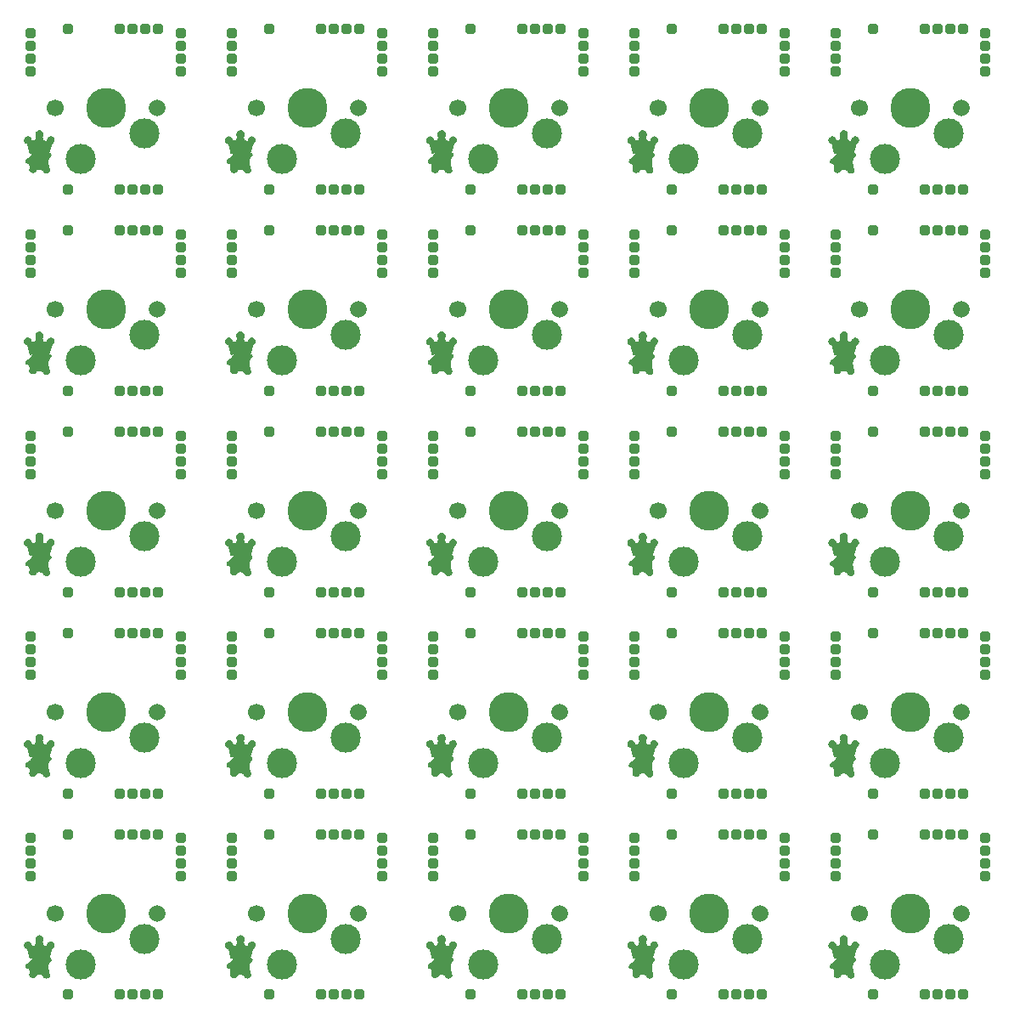
<source format=gts>
G04 #@! TF.GenerationSoftware,KiCad,Pcbnew,(6.0.4-0)*
G04 #@! TF.CreationDate,2022-05-03T13:04:24-07:00*
G04 #@! TF.ProjectId,amoeba-king,616d6f65-6261-42d6-9b69-6e672e6b6963,rev?*
G04 #@! TF.SameCoordinates,Original*
G04 #@! TF.FileFunction,Soldermask,Top*
G04 #@! TF.FilePolarity,Negative*
%FSLAX46Y46*%
G04 Gerber Fmt 4.6, Leading zero omitted, Abs format (unit mm)*
G04 Created by KiCad (PCBNEW (6.0.4-0)) date 2022-05-03 13:04:24*
%MOMM*%
%LPD*%
G01*
G04 APERTURE LIST*
G04 Aperture macros list*
%AMRoundRect*
0 Rectangle with rounded corners*
0 $1 Rounding radius*
0 $2 $3 $4 $5 $6 $7 $8 $9 X,Y pos of 4 corners*
0 Add a 4 corners polygon primitive as box body*
4,1,4,$2,$3,$4,$5,$6,$7,$8,$9,$2,$3,0*
0 Add four circle primitives for the rounded corners*
1,1,$1+$1,$2,$3*
1,1,$1+$1,$4,$5*
1,1,$1+$1,$6,$7*
1,1,$1+$1,$8,$9*
0 Add four rect primitives between the rounded corners*
20,1,$1+$1,$2,$3,$4,$5,0*
20,1,$1+$1,$4,$5,$6,$7,0*
20,1,$1+$1,$6,$7,$8,$9,0*
20,1,$1+$1,$8,$9,$2,$3,0*%
G04 Aperture macros list end*
%ADD10C,0.131817*%
%ADD11C,3.000000*%
%ADD12C,1.700000*%
%ADD13C,1.660000*%
%ADD14C,3.980180*%
%ADD15RoundRect,0.250000X-0.250000X0.250000X-0.250000X-0.250000X0.250000X-0.250000X0.250000X0.250000X0*%
%ADD16RoundRect,0.250000X-0.250000X-0.250000X0.250000X-0.250000X0.250000X0.250000X-0.250000X0.250000X0*%
%ADD17RoundRect,0.250000X0.250000X-0.250000X0.250000X0.250000X-0.250000X0.250000X-0.250000X-0.250000X0*%
G04 APERTURE END LIST*
G36*
X68813776Y-170919581D02*
G01*
X68837664Y-170922227D01*
X68861002Y-170926558D01*
X68883727Y-170932513D01*
X68905776Y-170940028D01*
X68927086Y-170949040D01*
X68947594Y-170959486D01*
X68967236Y-170971302D01*
X68985950Y-170984426D01*
X69003672Y-170998794D01*
X69020339Y-171014343D01*
X69035889Y-171031010D01*
X69050257Y-171048732D01*
X69063380Y-171067446D01*
X69075197Y-171087089D01*
X69085642Y-171107596D01*
X69094654Y-171128907D01*
X69102169Y-171150956D01*
X69108124Y-171173681D01*
X69112456Y-171197019D01*
X69115101Y-171220907D01*
X69115997Y-171245281D01*
X69114905Y-171271233D01*
X69111777Y-171296875D01*
X69106655Y-171322093D01*
X69099581Y-171346776D01*
X69090597Y-171370809D01*
X69079747Y-171394080D01*
X69067072Y-171416475D01*
X69052614Y-171437882D01*
X69036415Y-171458188D01*
X69040672Y-171484523D01*
X69044954Y-171510955D01*
X69049318Y-171537407D01*
X69053826Y-171563801D01*
X69058536Y-171590061D01*
X69063507Y-171616107D01*
X69068800Y-171641863D01*
X69074474Y-171667251D01*
X69080588Y-171692193D01*
X69087202Y-171716613D01*
X69094375Y-171740432D01*
X69102166Y-171763573D01*
X69110636Y-171785958D01*
X69119843Y-171807509D01*
X69129847Y-171828150D01*
X69140707Y-171847803D01*
X69152483Y-171866389D01*
X69165235Y-171883832D01*
X69179021Y-171900054D01*
X69193902Y-171914978D01*
X69209937Y-171928525D01*
X69227184Y-171940619D01*
X69245705Y-171951181D01*
X69265156Y-171952619D01*
X69285462Y-171954676D01*
X69306464Y-171957180D01*
X69327998Y-171959959D01*
X69349906Y-171962841D01*
X69372025Y-171965654D01*
X69394194Y-171968227D01*
X69416254Y-171970387D01*
X69438043Y-171971963D01*
X69459399Y-171972783D01*
X69480163Y-171972675D01*
X69500172Y-171971468D01*
X69519267Y-171968989D01*
X69537286Y-171965066D01*
X69554068Y-171959528D01*
X69569453Y-171952204D01*
X69583279Y-171942920D01*
X69595386Y-171931506D01*
X69605612Y-171917789D01*
X69613796Y-171901597D01*
X69619779Y-171882760D01*
X69623398Y-171861104D01*
X69624493Y-171836459D01*
X69625493Y-171811708D01*
X69628443Y-171787507D01*
X69633264Y-171763935D01*
X69639878Y-171741070D01*
X69648209Y-171718989D01*
X69658178Y-171697769D01*
X69669708Y-171677489D01*
X69682721Y-171658226D01*
X69697139Y-171640057D01*
X69712885Y-171623061D01*
X69729881Y-171607315D01*
X69748050Y-171592897D01*
X69767313Y-171579884D01*
X69787593Y-171568354D01*
X69808813Y-171558385D01*
X69830894Y-171550054D01*
X69853759Y-171543440D01*
X69877331Y-171538619D01*
X69901532Y-171535669D01*
X69926283Y-171534669D01*
X69951035Y-171535669D01*
X69975235Y-171538619D01*
X69998807Y-171543440D01*
X70021672Y-171550054D01*
X70043754Y-171558385D01*
X70064973Y-171568354D01*
X70085253Y-171579884D01*
X70104517Y-171592897D01*
X70122685Y-171607315D01*
X70139681Y-171623061D01*
X70155427Y-171640057D01*
X70169845Y-171658226D01*
X70182858Y-171677489D01*
X70194388Y-171697769D01*
X70204357Y-171718989D01*
X70212688Y-171741070D01*
X70219303Y-171763935D01*
X70224124Y-171787507D01*
X70227073Y-171811708D01*
X70228073Y-171836459D01*
X70216091Y-171861077D01*
X70204422Y-171883754D01*
X70193055Y-171904610D01*
X70181981Y-171923764D01*
X70171190Y-171941336D01*
X70160671Y-171957444D01*
X70150415Y-171972207D01*
X70140411Y-171985746D01*
X70130650Y-171998178D01*
X70121121Y-172009623D01*
X70111814Y-172020200D01*
X70102719Y-172030029D01*
X70093826Y-172039228D01*
X70085125Y-172047917D01*
X70076606Y-172056215D01*
X70068259Y-172064241D01*
X70060073Y-172072113D01*
X70052040Y-172079953D01*
X70044147Y-172087877D01*
X70036386Y-172096007D01*
X70028747Y-172104460D01*
X70021218Y-172113356D01*
X70013791Y-172122814D01*
X70006456Y-172132953D01*
X69999201Y-172143893D01*
X69992017Y-172155753D01*
X69984894Y-172168651D01*
X69977822Y-172182707D01*
X69970791Y-172198040D01*
X69963790Y-172214770D01*
X69956810Y-172233014D01*
X69949840Y-172252894D01*
X69942871Y-172274527D01*
X69935892Y-172298033D01*
X69928894Y-172323531D01*
X69921865Y-172351140D01*
X69914797Y-172380979D01*
X69907679Y-172413168D01*
X69902951Y-172438694D01*
X69897479Y-172464830D01*
X69891326Y-172491497D01*
X69884555Y-172518617D01*
X69877230Y-172546109D01*
X69869415Y-172573895D01*
X69861173Y-172601894D01*
X69852567Y-172630029D01*
X69843662Y-172658219D01*
X69834520Y-172686386D01*
X69825205Y-172714449D01*
X69815782Y-172742330D01*
X69806312Y-172769949D01*
X69796861Y-172797227D01*
X69787491Y-172824085D01*
X69778266Y-172850444D01*
X69769250Y-172876224D01*
X69760505Y-172901345D01*
X69752097Y-172925729D01*
X69744087Y-172949296D01*
X69736540Y-172971967D01*
X69729520Y-172993663D01*
X69723089Y-173014304D01*
X69717312Y-173033811D01*
X69712251Y-173052105D01*
X69707971Y-173069107D01*
X69704535Y-173084736D01*
X69702007Y-173098914D01*
X69678403Y-173091277D01*
X69654973Y-173083801D01*
X69631695Y-173076487D01*
X69608545Y-173069339D01*
X69585502Y-173062359D01*
X69562541Y-173055550D01*
X69539641Y-173048913D01*
X69516778Y-173042452D01*
X69493931Y-173036168D01*
X69471075Y-173030065D01*
X69448188Y-173024144D01*
X69425248Y-173018408D01*
X69402231Y-173012860D01*
X69379115Y-173007502D01*
X69355878Y-173002337D01*
X69332495Y-172997366D01*
X69308946Y-172992592D01*
X69285206Y-172988019D01*
X69261252Y-172983648D01*
X69237064Y-172979481D01*
X69212616Y-172975521D01*
X69187887Y-172971771D01*
X69162854Y-172968233D01*
X69137494Y-172964910D01*
X69111784Y-172961803D01*
X69085702Y-172958916D01*
X69059225Y-172956251D01*
X69032329Y-172953810D01*
X69004992Y-172951595D01*
X68977192Y-172949610D01*
X68948906Y-172947856D01*
X68920110Y-172946337D01*
X68890783Y-172945054D01*
X68860900Y-172944009D01*
X68830440Y-172943206D01*
X68799380Y-172942647D01*
X68767697Y-172942335D01*
X68734780Y-172941816D01*
X68702758Y-172941681D01*
X68671593Y-172941919D01*
X68641243Y-172942523D01*
X68611670Y-172943484D01*
X68582833Y-172944792D01*
X68554693Y-172946439D01*
X68527210Y-172948416D01*
X68500344Y-172950714D01*
X68474056Y-172953325D01*
X68448305Y-172956239D01*
X68423052Y-172959447D01*
X68398257Y-172962942D01*
X68373881Y-172966713D01*
X68349883Y-172970753D01*
X68326223Y-172975052D01*
X68302863Y-172979602D01*
X68279762Y-172984393D01*
X68256881Y-172989417D01*
X68234179Y-172994665D01*
X68211617Y-173000129D01*
X68189155Y-173005798D01*
X68166753Y-173011666D01*
X68144372Y-173017721D01*
X68121972Y-173023957D01*
X68099513Y-173030364D01*
X68076955Y-173036933D01*
X68054258Y-173043655D01*
X68031384Y-173050522D01*
X68008291Y-173057525D01*
X67984940Y-173064654D01*
X67961292Y-173071901D01*
X67937306Y-173079258D01*
X67912944Y-173086715D01*
X67888164Y-173094263D01*
X67886454Y-173080671D01*
X67884077Y-173065503D01*
X67881072Y-173048846D01*
X67877483Y-173030783D01*
X67873349Y-173011400D01*
X67868712Y-172990782D01*
X67863614Y-172969013D01*
X67858095Y-172946178D01*
X67852197Y-172922363D01*
X67845961Y-172897651D01*
X67839428Y-172872129D01*
X67832640Y-172845880D01*
X67825638Y-172818990D01*
X67818463Y-172791544D01*
X67811156Y-172763626D01*
X67803759Y-172735321D01*
X67796313Y-172706715D01*
X67788859Y-172677892D01*
X67781439Y-172648936D01*
X67774093Y-172619934D01*
X67766863Y-172590969D01*
X67759790Y-172562127D01*
X67752916Y-172533492D01*
X67746282Y-172505150D01*
X67739928Y-172477184D01*
X67733897Y-172449681D01*
X67728229Y-172422725D01*
X67722966Y-172396401D01*
X67718148Y-172370793D01*
X67709034Y-172347347D01*
X67702498Y-172327946D01*
X67697978Y-172311725D01*
X67694913Y-172297818D01*
X67692740Y-172285362D01*
X67690899Y-172273491D01*
X67688828Y-172261339D01*
X67685965Y-172248043D01*
X67681748Y-172232737D01*
X67675617Y-172214556D01*
X67667009Y-172192636D01*
X67655363Y-172166110D01*
X67640117Y-172134115D01*
X67615365Y-172133115D01*
X67591165Y-172130165D01*
X67567593Y-172125345D01*
X67544728Y-172118730D01*
X67522646Y-172110399D01*
X67501427Y-172100430D01*
X67481147Y-172088900D01*
X67461883Y-172075887D01*
X67443715Y-172061469D01*
X67426719Y-172045723D01*
X67410973Y-172028727D01*
X67396555Y-172010558D01*
X67383542Y-171991295D01*
X67372012Y-171971015D01*
X67362043Y-171949795D01*
X67353712Y-171927714D01*
X67347097Y-171904849D01*
X67342276Y-171881277D01*
X67339327Y-171857076D01*
X67338327Y-171832325D01*
X67339327Y-171807573D01*
X67342276Y-171783373D01*
X67347097Y-171759801D01*
X67353712Y-171736936D01*
X67362043Y-171714855D01*
X67372012Y-171693635D01*
X67383542Y-171673355D01*
X67396555Y-171654092D01*
X67410973Y-171635923D01*
X67426719Y-171618927D01*
X67443715Y-171603181D01*
X67461883Y-171588763D01*
X67481147Y-171575750D01*
X67501427Y-171564220D01*
X67522646Y-171554251D01*
X67544728Y-171545920D01*
X67567593Y-171539305D01*
X67591165Y-171534485D01*
X67615365Y-171531535D01*
X67640117Y-171530535D01*
X67664868Y-171531535D01*
X67689069Y-171534485D01*
X67712641Y-171539305D01*
X67735506Y-171545920D01*
X67757587Y-171554251D01*
X67778807Y-171564220D01*
X67799087Y-171575750D01*
X67818350Y-171588763D01*
X67836519Y-171603181D01*
X67853515Y-171618927D01*
X67869261Y-171635923D01*
X67883679Y-171654092D01*
X67896692Y-171673355D01*
X67908222Y-171693635D01*
X67918191Y-171714855D01*
X67926522Y-171736936D01*
X67933136Y-171759801D01*
X67937957Y-171783373D01*
X67940907Y-171807573D01*
X67941907Y-171832325D01*
X67953497Y-171841132D01*
X67965186Y-171851010D01*
X67977113Y-171861699D01*
X67989413Y-171872944D01*
X68002223Y-171884485D01*
X68015682Y-171896066D01*
X68029925Y-171907430D01*
X68045089Y-171918319D01*
X68061313Y-171928475D01*
X68078732Y-171937640D01*
X68097484Y-171945559D01*
X68117705Y-171951972D01*
X68139533Y-171956622D01*
X68163105Y-171959253D01*
X68188557Y-171959606D01*
X68216027Y-171957424D01*
X68245651Y-171952450D01*
X68277567Y-171944426D01*
X68311911Y-171933094D01*
X68331308Y-171922796D01*
X68349457Y-171910854D01*
X68366418Y-171897354D01*
X68382251Y-171882382D01*
X68397016Y-171866022D01*
X68410772Y-171848362D01*
X68423579Y-171829485D01*
X68435496Y-171809479D01*
X68446585Y-171788429D01*
X68456903Y-171766420D01*
X68466510Y-171743537D01*
X68475467Y-171719868D01*
X68483834Y-171695496D01*
X68491669Y-171670509D01*
X68499032Y-171644991D01*
X68505984Y-171619028D01*
X68512584Y-171592706D01*
X68518891Y-171566110D01*
X68524965Y-171539326D01*
X68530866Y-171512441D01*
X68536654Y-171485538D01*
X68542388Y-171458704D01*
X68526155Y-171438352D01*
X68511670Y-171416893D01*
X68498977Y-171394442D01*
X68488117Y-171371113D01*
X68479133Y-171347020D01*
X68472068Y-171322276D01*
X68466963Y-171296996D01*
X68463862Y-171271293D01*
X68462806Y-171245281D01*
X68463702Y-171220907D01*
X68466347Y-171197019D01*
X68470679Y-171173681D01*
X68476634Y-171150956D01*
X68484149Y-171128907D01*
X68493161Y-171107596D01*
X68503606Y-171087089D01*
X68515423Y-171067446D01*
X68528547Y-171048732D01*
X68542915Y-171031010D01*
X68558464Y-171014343D01*
X68575131Y-170998794D01*
X68592853Y-170984426D01*
X68611567Y-170971302D01*
X68631209Y-170959486D01*
X68651717Y-170949040D01*
X68673027Y-170940028D01*
X68695076Y-170932513D01*
X68717802Y-170926558D01*
X68741140Y-170922227D01*
X68765027Y-170919581D01*
X68789401Y-170918686D01*
X68789402Y-170918686D01*
X68813776Y-170919581D01*
G37*
D10*
X68813776Y-170919581D02*
X68837664Y-170922227D01*
X68861002Y-170926558D01*
X68883727Y-170932513D01*
X68905776Y-170940028D01*
X68927086Y-170949040D01*
X68947594Y-170959486D01*
X68967236Y-170971302D01*
X68985950Y-170984426D01*
X69003672Y-170998794D01*
X69020339Y-171014343D01*
X69035889Y-171031010D01*
X69050257Y-171048732D01*
X69063380Y-171067446D01*
X69075197Y-171087089D01*
X69085642Y-171107596D01*
X69094654Y-171128907D01*
X69102169Y-171150956D01*
X69108124Y-171173681D01*
X69112456Y-171197019D01*
X69115101Y-171220907D01*
X69115997Y-171245281D01*
X69114905Y-171271233D01*
X69111777Y-171296875D01*
X69106655Y-171322093D01*
X69099581Y-171346776D01*
X69090597Y-171370809D01*
X69079747Y-171394080D01*
X69067072Y-171416475D01*
X69052614Y-171437882D01*
X69036415Y-171458188D01*
X69040672Y-171484523D01*
X69044954Y-171510955D01*
X69049318Y-171537407D01*
X69053826Y-171563801D01*
X69058536Y-171590061D01*
X69063507Y-171616107D01*
X69068800Y-171641863D01*
X69074474Y-171667251D01*
X69080588Y-171692193D01*
X69087202Y-171716613D01*
X69094375Y-171740432D01*
X69102166Y-171763573D01*
X69110636Y-171785958D01*
X69119843Y-171807509D01*
X69129847Y-171828150D01*
X69140707Y-171847803D01*
X69152483Y-171866389D01*
X69165235Y-171883832D01*
X69179021Y-171900054D01*
X69193902Y-171914978D01*
X69209937Y-171928525D01*
X69227184Y-171940619D01*
X69245705Y-171951181D01*
X69265156Y-171952619D01*
X69285462Y-171954676D01*
X69306464Y-171957180D01*
X69327998Y-171959959D01*
X69349906Y-171962841D01*
X69372025Y-171965654D01*
X69394194Y-171968227D01*
X69416254Y-171970387D01*
X69438043Y-171971963D01*
X69459399Y-171972783D01*
X69480163Y-171972675D01*
X69500172Y-171971468D01*
X69519267Y-171968989D01*
X69537286Y-171965066D01*
X69554068Y-171959528D01*
X69569453Y-171952204D01*
X69583279Y-171942920D01*
X69595386Y-171931506D01*
X69605612Y-171917789D01*
X69613796Y-171901597D01*
X69619779Y-171882760D01*
X69623398Y-171861104D01*
X69624493Y-171836459D01*
X69625493Y-171811708D01*
X69628443Y-171787507D01*
X69633264Y-171763935D01*
X69639878Y-171741070D01*
X69648209Y-171718989D01*
X69658178Y-171697769D01*
X69669708Y-171677489D01*
X69682721Y-171658226D01*
X69697139Y-171640057D01*
X69712885Y-171623061D01*
X69729881Y-171607315D01*
X69748050Y-171592897D01*
X69767313Y-171579884D01*
X69787593Y-171568354D01*
X69808813Y-171558385D01*
X69830894Y-171550054D01*
X69853759Y-171543440D01*
X69877331Y-171538619D01*
X69901532Y-171535669D01*
X69926283Y-171534669D01*
X69951035Y-171535669D01*
X69975235Y-171538619D01*
X69998807Y-171543440D01*
X70021672Y-171550054D01*
X70043754Y-171558385D01*
X70064973Y-171568354D01*
X70085253Y-171579884D01*
X70104517Y-171592897D01*
X70122685Y-171607315D01*
X70139681Y-171623061D01*
X70155427Y-171640057D01*
X70169845Y-171658226D01*
X70182858Y-171677489D01*
X70194388Y-171697769D01*
X70204357Y-171718989D01*
X70212688Y-171741070D01*
X70219303Y-171763935D01*
X70224124Y-171787507D01*
X70227073Y-171811708D01*
X70228073Y-171836459D01*
X70216091Y-171861077D01*
X70204422Y-171883754D01*
X70193055Y-171904610D01*
X70181981Y-171923764D01*
X70171190Y-171941336D01*
X70160671Y-171957444D01*
X70150415Y-171972207D01*
X70140411Y-171985746D01*
X70130650Y-171998178D01*
X70121121Y-172009623D01*
X70111814Y-172020200D01*
X70102719Y-172030029D01*
X70093826Y-172039228D01*
X70085125Y-172047917D01*
X70076606Y-172056215D01*
X70068259Y-172064241D01*
X70060073Y-172072113D01*
X70052040Y-172079953D01*
X70044147Y-172087877D01*
X70036386Y-172096007D01*
X70028747Y-172104460D01*
X70021218Y-172113356D01*
X70013791Y-172122814D01*
X70006456Y-172132953D01*
X69999201Y-172143893D01*
X69992017Y-172155753D01*
X69984894Y-172168651D01*
X69977822Y-172182707D01*
X69970791Y-172198040D01*
X69963790Y-172214770D01*
X69956810Y-172233014D01*
X69949840Y-172252894D01*
X69942871Y-172274527D01*
X69935892Y-172298033D01*
X69928894Y-172323531D01*
X69921865Y-172351140D01*
X69914797Y-172380979D01*
X69907679Y-172413168D01*
X69902951Y-172438694D01*
X69897479Y-172464830D01*
X69891326Y-172491497D01*
X69884555Y-172518617D01*
X69877230Y-172546109D01*
X69869415Y-172573895D01*
X69861173Y-172601894D01*
X69852567Y-172630029D01*
X69843662Y-172658219D01*
X69834520Y-172686386D01*
X69825205Y-172714449D01*
X69815782Y-172742330D01*
X69806312Y-172769949D01*
X69796861Y-172797227D01*
X69787491Y-172824085D01*
X69778266Y-172850444D01*
X69769250Y-172876224D01*
X69760505Y-172901345D01*
X69752097Y-172925729D01*
X69744087Y-172949296D01*
X69736540Y-172971967D01*
X69729520Y-172993663D01*
X69723089Y-173014304D01*
X69717312Y-173033811D01*
X69712251Y-173052105D01*
X69707971Y-173069107D01*
X69704535Y-173084736D01*
X69702007Y-173098914D01*
X69678403Y-173091277D01*
X69654973Y-173083801D01*
X69631695Y-173076487D01*
X69608545Y-173069339D01*
X69585502Y-173062359D01*
X69562541Y-173055550D01*
X69539641Y-173048913D01*
X69516778Y-173042452D01*
X69493931Y-173036168D01*
X69471075Y-173030065D01*
X69448188Y-173024144D01*
X69425248Y-173018408D01*
X69402231Y-173012860D01*
X69379115Y-173007502D01*
X69355878Y-173002337D01*
X69332495Y-172997366D01*
X69308946Y-172992592D01*
X69285206Y-172988019D01*
X69261252Y-172983648D01*
X69237064Y-172979481D01*
X69212616Y-172975521D01*
X69187887Y-172971771D01*
X69162854Y-172968233D01*
X69137494Y-172964910D01*
X69111784Y-172961803D01*
X69085702Y-172958916D01*
X69059225Y-172956251D01*
X69032329Y-172953810D01*
X69004992Y-172951595D01*
X68977192Y-172949610D01*
X68948906Y-172947856D01*
X68920110Y-172946337D01*
X68890783Y-172945054D01*
X68860900Y-172944009D01*
X68830440Y-172943206D01*
X68799380Y-172942647D01*
X68767697Y-172942335D01*
X68734780Y-172941816D01*
X68702758Y-172941681D01*
X68671593Y-172941919D01*
X68641243Y-172942523D01*
X68611670Y-172943484D01*
X68582833Y-172944792D01*
X68554693Y-172946439D01*
X68527210Y-172948416D01*
X68500344Y-172950714D01*
X68474056Y-172953325D01*
X68448305Y-172956239D01*
X68423052Y-172959447D01*
X68398257Y-172962942D01*
X68373881Y-172966713D01*
X68349883Y-172970753D01*
X68326223Y-172975052D01*
X68302863Y-172979602D01*
X68279762Y-172984393D01*
X68256881Y-172989417D01*
X68234179Y-172994665D01*
X68211617Y-173000129D01*
X68189155Y-173005798D01*
X68166753Y-173011666D01*
X68144372Y-173017721D01*
X68121972Y-173023957D01*
X68099513Y-173030364D01*
X68076955Y-173036933D01*
X68054258Y-173043655D01*
X68031384Y-173050522D01*
X68008291Y-173057525D01*
X67984940Y-173064654D01*
X67961292Y-173071901D01*
X67937306Y-173079258D01*
X67912944Y-173086715D01*
X67888164Y-173094263D01*
X67886454Y-173080671D01*
X67884077Y-173065503D01*
X67881072Y-173048846D01*
X67877483Y-173030783D01*
X67873349Y-173011400D01*
X67868712Y-172990782D01*
X67863614Y-172969013D01*
X67858095Y-172946178D01*
X67852197Y-172922363D01*
X67845961Y-172897651D01*
X67839428Y-172872129D01*
X67832640Y-172845880D01*
X67825638Y-172818990D01*
X67818463Y-172791544D01*
X67811156Y-172763626D01*
X67803759Y-172735321D01*
X67796313Y-172706715D01*
X67788859Y-172677892D01*
X67781439Y-172648936D01*
X67774093Y-172619934D01*
X67766863Y-172590969D01*
X67759790Y-172562127D01*
X67752916Y-172533492D01*
X67746282Y-172505150D01*
X67739928Y-172477184D01*
X67733897Y-172449681D01*
X67728229Y-172422725D01*
X67722966Y-172396401D01*
X67718148Y-172370793D01*
X67709034Y-172347347D01*
X67702498Y-172327946D01*
X67697978Y-172311725D01*
X67694913Y-172297818D01*
X67692740Y-172285362D01*
X67690899Y-172273491D01*
X67688828Y-172261339D01*
X67685965Y-172248043D01*
X67681748Y-172232737D01*
X67675617Y-172214556D01*
X67667009Y-172192636D01*
X67655363Y-172166110D01*
X67640117Y-172134115D01*
X67615365Y-172133115D01*
X67591165Y-172130165D01*
X67567593Y-172125345D01*
X67544728Y-172118730D01*
X67522646Y-172110399D01*
X67501427Y-172100430D01*
X67481147Y-172088900D01*
X67461883Y-172075887D01*
X67443715Y-172061469D01*
X67426719Y-172045723D01*
X67410973Y-172028727D01*
X67396555Y-172010558D01*
X67383542Y-171991295D01*
X67372012Y-171971015D01*
X67362043Y-171949795D01*
X67353712Y-171927714D01*
X67347097Y-171904849D01*
X67342276Y-171881277D01*
X67339327Y-171857076D01*
X67338327Y-171832325D01*
X67339327Y-171807573D01*
X67342276Y-171783373D01*
X67347097Y-171759801D01*
X67353712Y-171736936D01*
X67362043Y-171714855D01*
X67372012Y-171693635D01*
X67383542Y-171673355D01*
X67396555Y-171654092D01*
X67410973Y-171635923D01*
X67426719Y-171618927D01*
X67443715Y-171603181D01*
X67461883Y-171588763D01*
X67481147Y-171575750D01*
X67501427Y-171564220D01*
X67522646Y-171554251D01*
X67544728Y-171545920D01*
X67567593Y-171539305D01*
X67591165Y-171534485D01*
X67615365Y-171531535D01*
X67640117Y-171530535D01*
X67664868Y-171531535D01*
X67689069Y-171534485D01*
X67712641Y-171539305D01*
X67735506Y-171545920D01*
X67757587Y-171554251D01*
X67778807Y-171564220D01*
X67799087Y-171575750D01*
X67818350Y-171588763D01*
X67836519Y-171603181D01*
X67853515Y-171618927D01*
X67869261Y-171635923D01*
X67883679Y-171654092D01*
X67896692Y-171673355D01*
X67908222Y-171693635D01*
X67918191Y-171714855D01*
X67926522Y-171736936D01*
X67933136Y-171759801D01*
X67937957Y-171783373D01*
X67940907Y-171807573D01*
X67941907Y-171832325D01*
X67953497Y-171841132D01*
X67965186Y-171851010D01*
X67977113Y-171861699D01*
X67989413Y-171872944D01*
X68002223Y-171884485D01*
X68015682Y-171896066D01*
X68029925Y-171907430D01*
X68045089Y-171918319D01*
X68061313Y-171928475D01*
X68078732Y-171937640D01*
X68097484Y-171945559D01*
X68117705Y-171951972D01*
X68139533Y-171956622D01*
X68163105Y-171959253D01*
X68188557Y-171959606D01*
X68216027Y-171957424D01*
X68245651Y-171952450D01*
X68277567Y-171944426D01*
X68311911Y-171933094D01*
X68331308Y-171922796D01*
X68349457Y-171910854D01*
X68366418Y-171897354D01*
X68382251Y-171882382D01*
X68397016Y-171866022D01*
X68410772Y-171848362D01*
X68423579Y-171829485D01*
X68435496Y-171809479D01*
X68446585Y-171788429D01*
X68456903Y-171766420D01*
X68466510Y-171743537D01*
X68475467Y-171719868D01*
X68483834Y-171695496D01*
X68491669Y-171670509D01*
X68499032Y-171644991D01*
X68505984Y-171619028D01*
X68512584Y-171592706D01*
X68518891Y-171566110D01*
X68524965Y-171539326D01*
X68530866Y-171512441D01*
X68536654Y-171485538D01*
X68542388Y-171458704D01*
X68526155Y-171438352D01*
X68511670Y-171416893D01*
X68498977Y-171394442D01*
X68488117Y-171371113D01*
X68479133Y-171347020D01*
X68472068Y-171322276D01*
X68466963Y-171296996D01*
X68463862Y-171271293D01*
X68462806Y-171245281D01*
X68463702Y-171220907D01*
X68466347Y-171197019D01*
X68470679Y-171173681D01*
X68476634Y-171150956D01*
X68484149Y-171128907D01*
X68493161Y-171107596D01*
X68503606Y-171087089D01*
X68515423Y-171067446D01*
X68528547Y-171048732D01*
X68542915Y-171031010D01*
X68558464Y-171014343D01*
X68575131Y-170998794D01*
X68592853Y-170984426D01*
X68611567Y-170971302D01*
X68631209Y-170959486D01*
X68651717Y-170949040D01*
X68673027Y-170940028D01*
X68695076Y-170932513D01*
X68717802Y-170926558D01*
X68741140Y-170922227D01*
X68765027Y-170919581D01*
X68789401Y-170918686D01*
X68789402Y-170918686D01*
X68813776Y-170919581D01*
G36*
X68765647Y-172617598D02*
G01*
X68787163Y-172619194D01*
X68808679Y-172621854D01*
X68830195Y-172625578D01*
X68851711Y-172630366D01*
X68873227Y-172636218D01*
X68894742Y-172643134D01*
X68916258Y-172651114D01*
X68937774Y-172660158D01*
X68959290Y-172670266D01*
X68980806Y-172681438D01*
X69002321Y-172693674D01*
X69023837Y-172706974D01*
X69045354Y-172721337D01*
X69064713Y-172736384D01*
X69083250Y-172753471D01*
X69100976Y-172772227D01*
X69117901Y-172792282D01*
X69134032Y-172813264D01*
X69149382Y-172834802D01*
X69163958Y-172856525D01*
X69177771Y-172878061D01*
X69190830Y-172899041D01*
X69203145Y-172919093D01*
X69214725Y-172937845D01*
X69225581Y-172954927D01*
X69235722Y-172969967D01*
X69245157Y-172982595D01*
X69253897Y-172992439D01*
X69267602Y-173005210D01*
X69281676Y-173016746D01*
X69296095Y-173027104D01*
X69310842Y-173036340D01*
X69325894Y-173044513D01*
X69341232Y-173051679D01*
X69356834Y-173057896D01*
X69372682Y-173063222D01*
X69388754Y-173067713D01*
X69405030Y-173071428D01*
X69421490Y-173074423D01*
X69438112Y-173076757D01*
X69454878Y-173078485D01*
X69471765Y-173079667D01*
X69488755Y-173080358D01*
X69505826Y-173080618D01*
X69522959Y-173080502D01*
X69540132Y-173080068D01*
X69557325Y-173079374D01*
X69574519Y-173078478D01*
X69591692Y-173077436D01*
X69608824Y-173076305D01*
X69625894Y-173075145D01*
X69642883Y-173074010D01*
X69659770Y-173072960D01*
X69676535Y-173072052D01*
X69693157Y-173071342D01*
X69709615Y-173070889D01*
X69725890Y-173070749D01*
X69741960Y-173070980D01*
X69757806Y-173071640D01*
X69773408Y-173072785D01*
X69788743Y-173074474D01*
X69803794Y-173076764D01*
X69818538Y-173079711D01*
X69832955Y-173083374D01*
X69847026Y-173087810D01*
X69860730Y-173093075D01*
X69874045Y-173099229D01*
X69886953Y-173106327D01*
X69899432Y-173114428D01*
X69911462Y-173123589D01*
X69923023Y-173133866D01*
X69934094Y-173145319D01*
X69944656Y-173158003D01*
X69954686Y-173171976D01*
X69964166Y-173187297D01*
X69973074Y-173204021D01*
X69981391Y-173222207D01*
X69989095Y-173241912D01*
X69992395Y-173251517D01*
X69995261Y-173260834D01*
X69997703Y-173269872D01*
X69999731Y-173278642D01*
X70001355Y-173287156D01*
X70002586Y-173295424D01*
X70003432Y-173303457D01*
X70003905Y-173311265D01*
X70004014Y-173318861D01*
X70003768Y-173326253D01*
X70003178Y-173333454D01*
X70002255Y-173340475D01*
X70001007Y-173347325D01*
X69999444Y-173354016D01*
X69997578Y-173360558D01*
X69995417Y-173366963D01*
X69992972Y-173373242D01*
X69990252Y-173379405D01*
X69987268Y-173385462D01*
X69984030Y-173391426D01*
X69980547Y-173397306D01*
X69976829Y-173403114D01*
X69972887Y-173408860D01*
X69968730Y-173414556D01*
X69964369Y-173420211D01*
X69959812Y-173425838D01*
X69955071Y-173431446D01*
X69950155Y-173437047D01*
X69945075Y-173442651D01*
X69939839Y-173448269D01*
X69934459Y-173453913D01*
X69928943Y-173459592D01*
X69923303Y-173465319D01*
X69917547Y-173471103D01*
X69911687Y-173476955D01*
X69905731Y-173482887D01*
X69899690Y-173488908D01*
X69893574Y-173495031D01*
X69887392Y-173501266D01*
X69881155Y-173507623D01*
X69874873Y-173514114D01*
X69868556Y-173520749D01*
X69862213Y-173527540D01*
X69855855Y-173534496D01*
X69849491Y-173541629D01*
X69843131Y-173548950D01*
X69836786Y-173556470D01*
X69830466Y-173564199D01*
X69824179Y-173572148D01*
X69817937Y-173580328D01*
X69811749Y-173588750D01*
X69805626Y-173597425D01*
X69799576Y-173606364D01*
X69793611Y-173615576D01*
X69787740Y-173625075D01*
X69781973Y-173634869D01*
X69776320Y-173644970D01*
X69770790Y-173655389D01*
X69765395Y-173666137D01*
X69760144Y-173677224D01*
X69755046Y-173688661D01*
X69750112Y-173700460D01*
X69745352Y-173712630D01*
X69740776Y-173725184D01*
X69736393Y-173738131D01*
X69732214Y-173751482D01*
X69728249Y-173765249D01*
X69724507Y-173779442D01*
X69720999Y-173794072D01*
X69717734Y-173809150D01*
X69714722Y-173824687D01*
X69711974Y-173840693D01*
X69709499Y-173857180D01*
X69707308Y-173874157D01*
X69705410Y-173891637D01*
X69703815Y-173909630D01*
X69702533Y-173928147D01*
X69701574Y-173947198D01*
X69700949Y-173966794D01*
X69700666Y-173986947D01*
X69700737Y-174007667D01*
X69701170Y-174028965D01*
X69701977Y-174050852D01*
X69703166Y-174073338D01*
X69704748Y-174096435D01*
X69706733Y-174120153D01*
X69709131Y-174144503D01*
X69711951Y-174169497D01*
X69715204Y-174195144D01*
X69718900Y-174221455D01*
X69723049Y-174248443D01*
X69727660Y-174276116D01*
X69732743Y-174304487D01*
X69738309Y-174333566D01*
X69744367Y-174363363D01*
X69750928Y-174393891D01*
X69758001Y-174425159D01*
X69765597Y-174457178D01*
X69773725Y-174489959D01*
X69782395Y-174523514D01*
X69791617Y-174557853D01*
X69801401Y-174592986D01*
X69811758Y-174628925D01*
X69822696Y-174665680D01*
X69834227Y-174703263D01*
X69844044Y-174736523D01*
X69851730Y-174766453D01*
X69857360Y-174793400D01*
X69861011Y-174817716D01*
X69862761Y-174839749D01*
X69862685Y-174859850D01*
X69860860Y-174878366D01*
X69857364Y-174895649D01*
X69852272Y-174912048D01*
X69845662Y-174927911D01*
X69837610Y-174943589D01*
X69828194Y-174959432D01*
X69817488Y-174975788D01*
X69805571Y-174993007D01*
X69792520Y-175011439D01*
X69777721Y-175030553D01*
X69762366Y-175048348D01*
X69746455Y-175064825D01*
X69729988Y-175079985D01*
X69712965Y-175093825D01*
X69695386Y-175106348D01*
X69677250Y-175117553D01*
X69658559Y-175127439D01*
X69639311Y-175136007D01*
X69619508Y-175143257D01*
X69599148Y-175149189D01*
X69578232Y-175153802D01*
X69556760Y-175157098D01*
X69534732Y-175159075D01*
X69512148Y-175159734D01*
X69461170Y-175159734D01*
X69439551Y-175159039D01*
X69418257Y-175156954D01*
X69397287Y-175153478D01*
X69376642Y-175148612D01*
X69356321Y-175142356D01*
X69336324Y-175134710D01*
X69316652Y-175125673D01*
X69297304Y-175115247D01*
X69278280Y-175103429D01*
X69259581Y-175090222D01*
X69240465Y-175076435D01*
X69222971Y-175061953D01*
X69207098Y-175046776D01*
X69192848Y-175030903D01*
X69180220Y-175014335D01*
X69169214Y-174997072D01*
X69159829Y-174979114D01*
X69152067Y-174960461D01*
X69145926Y-174941113D01*
X69141407Y-174921070D01*
X69122141Y-174904957D01*
X69102723Y-174889769D01*
X69083164Y-174875505D01*
X69063476Y-174862162D01*
X69043672Y-174849739D01*
X69023763Y-174838234D01*
X69003760Y-174827644D01*
X68983676Y-174817968D01*
X68963522Y-174809204D01*
X68943311Y-174801348D01*
X68923053Y-174794401D01*
X68902762Y-174788359D01*
X68882448Y-174783220D01*
X68862124Y-174778983D01*
X68841802Y-174775645D01*
X68821492Y-174773204D01*
X68801208Y-174771659D01*
X68780960Y-174771008D01*
X68760762Y-174771247D01*
X68740623Y-174772376D01*
X68720558Y-174774393D01*
X68700576Y-174777294D01*
X68680691Y-174781079D01*
X68660913Y-174785745D01*
X68641255Y-174791291D01*
X68621729Y-174797713D01*
X68602346Y-174805011D01*
X68583118Y-174813182D01*
X68564057Y-174822224D01*
X68545175Y-174832135D01*
X68526484Y-174842914D01*
X68507995Y-174854557D01*
X68503060Y-174876338D01*
X68496595Y-174897192D01*
X68488601Y-174917120D01*
X68479077Y-174936121D01*
X68468024Y-174954196D01*
X68455442Y-174971343D01*
X68441331Y-174987564D01*
X68425690Y-175002857D01*
X68408520Y-175017224D01*
X68389821Y-175030663D01*
X68371437Y-175042727D01*
X68352518Y-175053643D01*
X68333062Y-175063409D01*
X68313069Y-175072026D01*
X68292541Y-175079494D01*
X68271477Y-175085813D01*
X68249876Y-175090984D01*
X68227739Y-175095005D01*
X68205066Y-175097877D01*
X68181857Y-175099601D01*
X68158111Y-175100175D01*
X68107133Y-175100175D01*
X68084281Y-175099537D01*
X68062068Y-175097621D01*
X68040493Y-175094428D01*
X68019556Y-175089959D01*
X67999258Y-175084212D01*
X67979598Y-175077189D01*
X67960577Y-175068888D01*
X67942195Y-175059311D01*
X67924450Y-175048456D01*
X67907345Y-175036324D01*
X67890878Y-175022916D01*
X67875049Y-175008231D01*
X67859859Y-174992268D01*
X67845307Y-174975029D01*
X67831394Y-174956512D01*
X67818463Y-174937400D01*
X67807404Y-174918864D01*
X67798110Y-174900713D01*
X67790472Y-174882757D01*
X67784384Y-174864807D01*
X67779738Y-174846671D01*
X67776425Y-174828160D01*
X67774340Y-174809082D01*
X67773373Y-174789248D01*
X67773419Y-174768468D01*
X67774368Y-174746550D01*
X67776114Y-174723305D01*
X67778548Y-174698543D01*
X67781564Y-174672072D01*
X67785054Y-174643703D01*
X67788528Y-174614080D01*
X67791351Y-174585766D01*
X67793541Y-174558730D01*
X67795113Y-174532942D01*
X67796087Y-174508369D01*
X67796479Y-174484981D01*
X67796307Y-174462746D01*
X67795588Y-174441633D01*
X67794338Y-174421611D01*
X67792577Y-174402648D01*
X67790320Y-174384714D01*
X67787585Y-174367776D01*
X67784389Y-174351804D01*
X67780751Y-174336767D01*
X67776686Y-174322632D01*
X67772213Y-174309369D01*
X67767348Y-174296947D01*
X67762109Y-174285334D01*
X67756514Y-174274499D01*
X67750579Y-174264411D01*
X67744322Y-174255038D01*
X67737760Y-174246350D01*
X67730911Y-174238314D01*
X67723791Y-174230900D01*
X67716419Y-174224077D01*
X67708811Y-174217812D01*
X67700985Y-174212075D01*
X67692958Y-174206835D01*
X67684747Y-174202060D01*
X67676370Y-174197719D01*
X67667844Y-174193781D01*
X67659186Y-174190214D01*
X67650414Y-174186988D01*
X67641545Y-174184070D01*
X67632596Y-174181430D01*
X67623584Y-174179037D01*
X67614527Y-174176858D01*
X67605443Y-174174864D01*
X67596348Y-174173022D01*
X67587259Y-174171301D01*
X67578195Y-174169670D01*
X67569172Y-174168098D01*
X67560208Y-174166553D01*
X67551320Y-174165005D01*
X67542525Y-174163422D01*
X67533841Y-174161772D01*
X67525284Y-174160024D01*
X67516873Y-174158148D01*
X67508624Y-174156111D01*
X67500556Y-174153884D01*
X67492684Y-174151433D01*
X67485027Y-174148728D01*
X67477602Y-174145738D01*
X67470425Y-174142432D01*
X67463515Y-174138778D01*
X67456889Y-174134744D01*
X67450564Y-174130301D01*
X67444557Y-174125416D01*
X67438886Y-174120057D01*
X67433568Y-174114195D01*
X67428620Y-174107797D01*
X67424059Y-174100833D01*
X67419904Y-174093271D01*
X67416170Y-174085079D01*
X67412876Y-174076227D01*
X67410039Y-174066683D01*
X67407676Y-174056416D01*
X67405805Y-174045394D01*
X67404442Y-174033587D01*
X67403605Y-174020964D01*
X67403311Y-174007491D01*
X67403606Y-173990095D01*
X67404135Y-173973423D01*
X67404898Y-173957452D01*
X67405895Y-173942162D01*
X67407124Y-173927529D01*
X67408585Y-173913533D01*
X67410278Y-173900150D01*
X67412202Y-173887359D01*
X67414355Y-173875138D01*
X67416739Y-173863464D01*
X67419351Y-173852316D01*
X67422192Y-173841672D01*
X67425260Y-173831509D01*
X67428556Y-173821805D01*
X67432078Y-173812539D01*
X67435826Y-173803689D01*
X67439800Y-173795231D01*
X67443998Y-173787146D01*
X67448420Y-173779409D01*
X67453066Y-173771999D01*
X67457935Y-173764895D01*
X67463026Y-173758073D01*
X67468338Y-173751513D01*
X67473872Y-173745192D01*
X67479625Y-173739087D01*
X67485599Y-173733178D01*
X67491792Y-173727441D01*
X67498204Y-173721855D01*
X67504833Y-173716398D01*
X67511680Y-173711048D01*
X67518743Y-173705782D01*
X67526023Y-173700579D01*
X67533518Y-173695416D01*
X67541228Y-173690272D01*
X67549152Y-173685124D01*
X67557290Y-173679951D01*
X67565641Y-173674730D01*
X67574205Y-173669440D01*
X67582980Y-173664057D01*
X67591966Y-173658561D01*
X67601163Y-173652929D01*
X67610571Y-173647139D01*
X67620187Y-173641169D01*
X67630012Y-173634998D01*
X67640045Y-173628602D01*
X67650286Y-173621960D01*
X67660734Y-173615050D01*
X67671388Y-173607849D01*
X67682248Y-173600337D01*
X67693313Y-173592490D01*
X67704582Y-173584287D01*
X67716055Y-173575706D01*
X67727732Y-173566724D01*
X67739611Y-173557319D01*
X67751692Y-173547470D01*
X67763974Y-173537155D01*
X67776457Y-173526351D01*
X67789141Y-173515036D01*
X67802023Y-173503188D01*
X67815105Y-173490786D01*
X67828385Y-173477807D01*
X67841863Y-173464229D01*
X67855538Y-173450030D01*
X67869410Y-173435188D01*
X67883477Y-173419681D01*
X67897740Y-173403487D01*
X67912197Y-173386584D01*
X67926848Y-173368950D01*
X67941693Y-173350563D01*
X67956731Y-173331400D01*
X67971961Y-173311440D01*
X67987382Y-173290661D01*
X68002994Y-173269040D01*
X68018797Y-173246556D01*
X68034789Y-173223186D01*
X68050971Y-173198908D01*
X68067341Y-173173702D01*
X68083899Y-173147543D01*
X68100644Y-173120411D01*
X68117576Y-173092283D01*
X68134694Y-173063137D01*
X68151997Y-173032951D01*
X68169486Y-173001704D01*
X68175690Y-172990372D01*
X68183012Y-172976921D01*
X68191409Y-172961627D01*
X68200835Y-172944768D01*
X68211245Y-172926622D01*
X68222596Y-172907465D01*
X68234843Y-172887575D01*
X68247941Y-172867230D01*
X68261845Y-172846706D01*
X68276512Y-172826281D01*
X68291896Y-172806232D01*
X68307953Y-172786837D01*
X68324639Y-172768372D01*
X68341909Y-172751116D01*
X68359718Y-172735346D01*
X68378023Y-172721338D01*
X68399232Y-172706974D01*
X68420488Y-172693674D01*
X68441791Y-172681439D01*
X68463142Y-172670267D01*
X68484540Y-172660159D01*
X68505985Y-172651115D01*
X68527478Y-172643135D01*
X68549018Y-172636219D01*
X68570605Y-172630367D01*
X68592240Y-172625579D01*
X68613922Y-172621855D01*
X68635651Y-172619195D01*
X68657427Y-172617598D01*
X68679251Y-172617066D01*
X68744131Y-172617066D01*
X68765647Y-172617598D01*
G37*
G36*
X88815647Y-172617598D02*
G01*
X88837163Y-172619194D01*
X88858679Y-172621854D01*
X88880195Y-172625578D01*
X88901711Y-172630366D01*
X88923227Y-172636218D01*
X88944742Y-172643134D01*
X88966258Y-172651114D01*
X88987774Y-172660158D01*
X89009290Y-172670266D01*
X89030806Y-172681438D01*
X89052321Y-172693674D01*
X89073837Y-172706974D01*
X89095354Y-172721337D01*
X89114713Y-172736384D01*
X89133250Y-172753471D01*
X89150976Y-172772227D01*
X89167901Y-172792282D01*
X89184032Y-172813264D01*
X89199382Y-172834802D01*
X89213958Y-172856525D01*
X89227771Y-172878061D01*
X89240830Y-172899041D01*
X89253145Y-172919093D01*
X89264725Y-172937845D01*
X89275581Y-172954927D01*
X89285722Y-172969967D01*
X89295157Y-172982595D01*
X89303897Y-172992439D01*
X89317602Y-173005210D01*
X89331676Y-173016746D01*
X89346095Y-173027104D01*
X89360842Y-173036340D01*
X89375894Y-173044513D01*
X89391232Y-173051679D01*
X89406834Y-173057896D01*
X89422682Y-173063222D01*
X89438754Y-173067713D01*
X89455030Y-173071428D01*
X89471490Y-173074423D01*
X89488112Y-173076757D01*
X89504878Y-173078485D01*
X89521765Y-173079667D01*
X89538755Y-173080358D01*
X89555826Y-173080618D01*
X89572959Y-173080502D01*
X89590132Y-173080068D01*
X89607325Y-173079374D01*
X89624519Y-173078478D01*
X89641692Y-173077436D01*
X89658824Y-173076305D01*
X89675894Y-173075145D01*
X89692883Y-173074010D01*
X89709770Y-173072960D01*
X89726535Y-173072052D01*
X89743157Y-173071342D01*
X89759615Y-173070889D01*
X89775890Y-173070749D01*
X89791960Y-173070980D01*
X89807806Y-173071640D01*
X89823408Y-173072785D01*
X89838743Y-173074474D01*
X89853794Y-173076764D01*
X89868538Y-173079711D01*
X89882955Y-173083374D01*
X89897026Y-173087810D01*
X89910730Y-173093075D01*
X89924045Y-173099229D01*
X89936953Y-173106327D01*
X89949432Y-173114428D01*
X89961462Y-173123589D01*
X89973023Y-173133866D01*
X89984094Y-173145319D01*
X89994656Y-173158003D01*
X90004686Y-173171976D01*
X90014166Y-173187297D01*
X90023074Y-173204021D01*
X90031391Y-173222207D01*
X90039095Y-173241912D01*
X90042395Y-173251517D01*
X90045261Y-173260834D01*
X90047703Y-173269872D01*
X90049731Y-173278642D01*
X90051355Y-173287156D01*
X90052586Y-173295424D01*
X90053432Y-173303457D01*
X90053905Y-173311265D01*
X90054014Y-173318861D01*
X90053768Y-173326253D01*
X90053178Y-173333454D01*
X90052255Y-173340475D01*
X90051007Y-173347325D01*
X90049444Y-173354016D01*
X90047578Y-173360558D01*
X90045417Y-173366963D01*
X90042972Y-173373242D01*
X90040252Y-173379405D01*
X90037268Y-173385462D01*
X90034030Y-173391426D01*
X90030547Y-173397306D01*
X90026829Y-173403114D01*
X90022887Y-173408860D01*
X90018730Y-173414556D01*
X90014369Y-173420211D01*
X90009812Y-173425838D01*
X90005071Y-173431446D01*
X90000155Y-173437047D01*
X89995075Y-173442651D01*
X89989839Y-173448269D01*
X89984459Y-173453913D01*
X89978943Y-173459592D01*
X89973303Y-173465319D01*
X89967547Y-173471103D01*
X89961687Y-173476955D01*
X89955731Y-173482887D01*
X89949690Y-173488908D01*
X89943574Y-173495031D01*
X89937392Y-173501266D01*
X89931155Y-173507623D01*
X89924873Y-173514114D01*
X89918556Y-173520749D01*
X89912213Y-173527540D01*
X89905855Y-173534496D01*
X89899491Y-173541629D01*
X89893131Y-173548950D01*
X89886786Y-173556470D01*
X89880466Y-173564199D01*
X89874179Y-173572148D01*
X89867937Y-173580328D01*
X89861749Y-173588750D01*
X89855626Y-173597425D01*
X89849576Y-173606364D01*
X89843611Y-173615576D01*
X89837740Y-173625075D01*
X89831973Y-173634869D01*
X89826320Y-173644970D01*
X89820790Y-173655389D01*
X89815395Y-173666137D01*
X89810144Y-173677224D01*
X89805046Y-173688661D01*
X89800112Y-173700460D01*
X89795352Y-173712630D01*
X89790776Y-173725184D01*
X89786393Y-173738131D01*
X89782214Y-173751482D01*
X89778249Y-173765249D01*
X89774507Y-173779442D01*
X89770999Y-173794072D01*
X89767734Y-173809150D01*
X89764722Y-173824687D01*
X89761974Y-173840693D01*
X89759499Y-173857180D01*
X89757308Y-173874157D01*
X89755410Y-173891637D01*
X89753815Y-173909630D01*
X89752533Y-173928147D01*
X89751574Y-173947198D01*
X89750949Y-173966794D01*
X89750666Y-173986947D01*
X89750737Y-174007667D01*
X89751170Y-174028965D01*
X89751977Y-174050852D01*
X89753166Y-174073338D01*
X89754748Y-174096435D01*
X89756733Y-174120153D01*
X89759131Y-174144503D01*
X89761951Y-174169497D01*
X89765204Y-174195144D01*
X89768900Y-174221455D01*
X89773049Y-174248443D01*
X89777660Y-174276116D01*
X89782743Y-174304487D01*
X89788309Y-174333566D01*
X89794367Y-174363363D01*
X89800928Y-174393891D01*
X89808001Y-174425159D01*
X89815597Y-174457178D01*
X89823725Y-174489959D01*
X89832395Y-174523514D01*
X89841617Y-174557853D01*
X89851401Y-174592986D01*
X89861758Y-174628925D01*
X89872696Y-174665680D01*
X89884227Y-174703263D01*
X89894044Y-174736523D01*
X89901730Y-174766453D01*
X89907360Y-174793400D01*
X89911011Y-174817716D01*
X89912761Y-174839749D01*
X89912685Y-174859850D01*
X89910860Y-174878366D01*
X89907364Y-174895649D01*
X89902272Y-174912048D01*
X89895662Y-174927911D01*
X89887610Y-174943589D01*
X89878194Y-174959432D01*
X89867488Y-174975788D01*
X89855571Y-174993007D01*
X89842520Y-175011439D01*
X89827721Y-175030553D01*
X89812366Y-175048348D01*
X89796455Y-175064825D01*
X89779988Y-175079985D01*
X89762965Y-175093825D01*
X89745386Y-175106348D01*
X89727250Y-175117553D01*
X89708559Y-175127439D01*
X89689311Y-175136007D01*
X89669508Y-175143257D01*
X89649148Y-175149189D01*
X89628232Y-175153802D01*
X89606760Y-175157098D01*
X89584732Y-175159075D01*
X89562148Y-175159734D01*
X89511170Y-175159734D01*
X89489551Y-175159039D01*
X89468257Y-175156954D01*
X89447287Y-175153478D01*
X89426642Y-175148612D01*
X89406321Y-175142356D01*
X89386324Y-175134710D01*
X89366652Y-175125673D01*
X89347304Y-175115247D01*
X89328280Y-175103429D01*
X89309581Y-175090222D01*
X89290465Y-175076435D01*
X89272971Y-175061953D01*
X89257098Y-175046776D01*
X89242848Y-175030903D01*
X89230220Y-175014335D01*
X89219214Y-174997072D01*
X89209829Y-174979114D01*
X89202067Y-174960461D01*
X89195926Y-174941113D01*
X89191407Y-174921070D01*
X89172141Y-174904957D01*
X89152723Y-174889769D01*
X89133164Y-174875505D01*
X89113476Y-174862162D01*
X89093672Y-174849739D01*
X89073763Y-174838234D01*
X89053760Y-174827644D01*
X89033676Y-174817968D01*
X89013522Y-174809204D01*
X88993311Y-174801348D01*
X88973053Y-174794401D01*
X88952762Y-174788359D01*
X88932448Y-174783220D01*
X88912124Y-174778983D01*
X88891802Y-174775645D01*
X88871492Y-174773204D01*
X88851208Y-174771659D01*
X88830960Y-174771008D01*
X88810762Y-174771247D01*
X88790623Y-174772376D01*
X88770558Y-174774393D01*
X88750576Y-174777294D01*
X88730691Y-174781079D01*
X88710913Y-174785745D01*
X88691255Y-174791291D01*
X88671729Y-174797713D01*
X88652346Y-174805011D01*
X88633118Y-174813182D01*
X88614057Y-174822224D01*
X88595175Y-174832135D01*
X88576484Y-174842914D01*
X88557995Y-174854557D01*
X88553060Y-174876338D01*
X88546595Y-174897192D01*
X88538601Y-174917120D01*
X88529077Y-174936121D01*
X88518024Y-174954196D01*
X88505442Y-174971343D01*
X88491331Y-174987564D01*
X88475690Y-175002857D01*
X88458520Y-175017224D01*
X88439821Y-175030663D01*
X88421437Y-175042727D01*
X88402518Y-175053643D01*
X88383062Y-175063409D01*
X88363069Y-175072026D01*
X88342541Y-175079494D01*
X88321477Y-175085813D01*
X88299876Y-175090984D01*
X88277739Y-175095005D01*
X88255066Y-175097877D01*
X88231857Y-175099601D01*
X88208111Y-175100175D01*
X88157133Y-175100175D01*
X88134281Y-175099537D01*
X88112068Y-175097621D01*
X88090493Y-175094428D01*
X88069556Y-175089959D01*
X88049258Y-175084212D01*
X88029598Y-175077189D01*
X88010577Y-175068888D01*
X87992195Y-175059311D01*
X87974450Y-175048456D01*
X87957345Y-175036324D01*
X87940878Y-175022916D01*
X87925049Y-175008231D01*
X87909859Y-174992268D01*
X87895307Y-174975029D01*
X87881394Y-174956512D01*
X87868463Y-174937400D01*
X87857404Y-174918864D01*
X87848110Y-174900713D01*
X87840472Y-174882757D01*
X87834384Y-174864807D01*
X87829738Y-174846671D01*
X87826425Y-174828160D01*
X87824340Y-174809082D01*
X87823373Y-174789248D01*
X87823419Y-174768468D01*
X87824368Y-174746550D01*
X87826114Y-174723305D01*
X87828548Y-174698543D01*
X87831564Y-174672072D01*
X87835054Y-174643703D01*
X87838528Y-174614080D01*
X87841351Y-174585766D01*
X87843541Y-174558730D01*
X87845113Y-174532942D01*
X87846087Y-174508369D01*
X87846479Y-174484981D01*
X87846307Y-174462746D01*
X87845588Y-174441633D01*
X87844338Y-174421611D01*
X87842577Y-174402648D01*
X87840320Y-174384714D01*
X87837585Y-174367776D01*
X87834389Y-174351804D01*
X87830751Y-174336767D01*
X87826686Y-174322632D01*
X87822213Y-174309369D01*
X87817348Y-174296947D01*
X87812109Y-174285334D01*
X87806514Y-174274499D01*
X87800579Y-174264411D01*
X87794322Y-174255038D01*
X87787760Y-174246350D01*
X87780911Y-174238314D01*
X87773791Y-174230900D01*
X87766419Y-174224077D01*
X87758811Y-174217812D01*
X87750985Y-174212075D01*
X87742958Y-174206835D01*
X87734747Y-174202060D01*
X87726370Y-174197719D01*
X87717844Y-174193781D01*
X87709186Y-174190214D01*
X87700414Y-174186988D01*
X87691545Y-174184070D01*
X87682596Y-174181430D01*
X87673584Y-174179037D01*
X87664527Y-174176858D01*
X87655443Y-174174864D01*
X87646348Y-174173022D01*
X87637259Y-174171301D01*
X87628195Y-174169670D01*
X87619172Y-174168098D01*
X87610208Y-174166553D01*
X87601320Y-174165005D01*
X87592525Y-174163422D01*
X87583841Y-174161772D01*
X87575284Y-174160024D01*
X87566873Y-174158148D01*
X87558624Y-174156111D01*
X87550556Y-174153884D01*
X87542684Y-174151433D01*
X87535027Y-174148728D01*
X87527602Y-174145738D01*
X87520425Y-174142432D01*
X87513515Y-174138778D01*
X87506889Y-174134744D01*
X87500564Y-174130301D01*
X87494557Y-174125416D01*
X87488886Y-174120057D01*
X87483568Y-174114195D01*
X87478620Y-174107797D01*
X87474059Y-174100833D01*
X87469904Y-174093271D01*
X87466170Y-174085079D01*
X87462876Y-174076227D01*
X87460039Y-174066683D01*
X87457676Y-174056416D01*
X87455805Y-174045394D01*
X87454442Y-174033587D01*
X87453605Y-174020964D01*
X87453311Y-174007491D01*
X87453606Y-173990095D01*
X87454135Y-173973423D01*
X87454898Y-173957452D01*
X87455895Y-173942162D01*
X87457124Y-173927529D01*
X87458585Y-173913533D01*
X87460278Y-173900150D01*
X87462202Y-173887359D01*
X87464355Y-173875138D01*
X87466739Y-173863464D01*
X87469351Y-173852316D01*
X87472192Y-173841672D01*
X87475260Y-173831509D01*
X87478556Y-173821805D01*
X87482078Y-173812539D01*
X87485826Y-173803689D01*
X87489800Y-173795231D01*
X87493998Y-173787146D01*
X87498420Y-173779409D01*
X87503066Y-173771999D01*
X87507935Y-173764895D01*
X87513026Y-173758073D01*
X87518338Y-173751513D01*
X87523872Y-173745192D01*
X87529625Y-173739087D01*
X87535599Y-173733178D01*
X87541792Y-173727441D01*
X87548204Y-173721855D01*
X87554833Y-173716398D01*
X87561680Y-173711048D01*
X87568743Y-173705782D01*
X87576023Y-173700579D01*
X87583518Y-173695416D01*
X87591228Y-173690272D01*
X87599152Y-173685124D01*
X87607290Y-173679951D01*
X87615641Y-173674730D01*
X87624205Y-173669440D01*
X87632980Y-173664057D01*
X87641966Y-173658561D01*
X87651163Y-173652929D01*
X87660571Y-173647139D01*
X87670187Y-173641169D01*
X87680012Y-173634998D01*
X87690045Y-173628602D01*
X87700286Y-173621960D01*
X87710734Y-173615050D01*
X87721388Y-173607849D01*
X87732248Y-173600337D01*
X87743313Y-173592490D01*
X87754582Y-173584287D01*
X87766055Y-173575706D01*
X87777732Y-173566724D01*
X87789611Y-173557319D01*
X87801692Y-173547470D01*
X87813974Y-173537155D01*
X87826457Y-173526351D01*
X87839141Y-173515036D01*
X87852023Y-173503188D01*
X87865105Y-173490786D01*
X87878385Y-173477807D01*
X87891863Y-173464229D01*
X87905538Y-173450030D01*
X87919410Y-173435188D01*
X87933477Y-173419681D01*
X87947740Y-173403487D01*
X87962197Y-173386584D01*
X87976848Y-173368950D01*
X87991693Y-173350563D01*
X88006731Y-173331400D01*
X88021961Y-173311440D01*
X88037382Y-173290661D01*
X88052994Y-173269040D01*
X88068797Y-173246556D01*
X88084789Y-173223186D01*
X88100971Y-173198908D01*
X88117341Y-173173702D01*
X88133899Y-173147543D01*
X88150644Y-173120411D01*
X88167576Y-173092283D01*
X88184694Y-173063137D01*
X88201997Y-173032951D01*
X88219486Y-173001704D01*
X88225690Y-172990372D01*
X88233012Y-172976921D01*
X88241409Y-172961627D01*
X88250835Y-172944768D01*
X88261245Y-172926622D01*
X88272596Y-172907465D01*
X88284843Y-172887575D01*
X88297941Y-172867230D01*
X88311845Y-172846706D01*
X88326512Y-172826281D01*
X88341896Y-172806232D01*
X88357953Y-172786837D01*
X88374639Y-172768372D01*
X88391909Y-172751116D01*
X88409718Y-172735346D01*
X88428023Y-172721338D01*
X88449232Y-172706974D01*
X88470488Y-172693674D01*
X88491791Y-172681439D01*
X88513142Y-172670267D01*
X88534540Y-172660159D01*
X88555985Y-172651115D01*
X88577478Y-172643135D01*
X88599018Y-172636219D01*
X88620605Y-172630367D01*
X88642240Y-172625579D01*
X88663922Y-172621855D01*
X88685651Y-172619195D01*
X88707427Y-172617598D01*
X88729251Y-172617066D01*
X88794131Y-172617066D01*
X88815647Y-172617598D01*
G37*
G36*
X149013776Y-251119581D02*
G01*
X149037664Y-251122227D01*
X149061002Y-251126558D01*
X149083727Y-251132513D01*
X149105776Y-251140028D01*
X149127086Y-251149040D01*
X149147594Y-251159486D01*
X149167236Y-251171302D01*
X149185950Y-251184426D01*
X149203672Y-251198794D01*
X149220339Y-251214343D01*
X149235889Y-251231010D01*
X149250257Y-251248732D01*
X149263380Y-251267446D01*
X149275197Y-251287089D01*
X149285642Y-251307596D01*
X149294654Y-251328907D01*
X149302169Y-251350956D01*
X149308124Y-251373681D01*
X149312456Y-251397019D01*
X149315101Y-251420907D01*
X149315997Y-251445281D01*
X149314905Y-251471233D01*
X149311777Y-251496875D01*
X149306655Y-251522093D01*
X149299581Y-251546776D01*
X149290597Y-251570809D01*
X149279747Y-251594080D01*
X149267072Y-251616475D01*
X149252614Y-251637882D01*
X149236415Y-251658188D01*
X149240672Y-251684523D01*
X149244954Y-251710955D01*
X149249318Y-251737407D01*
X149253826Y-251763801D01*
X149258536Y-251790061D01*
X149263507Y-251816107D01*
X149268800Y-251841863D01*
X149274474Y-251867251D01*
X149280588Y-251892193D01*
X149287202Y-251916613D01*
X149294375Y-251940432D01*
X149302166Y-251963573D01*
X149310636Y-251985958D01*
X149319843Y-252007509D01*
X149329847Y-252028150D01*
X149340707Y-252047803D01*
X149352483Y-252066389D01*
X149365235Y-252083832D01*
X149379021Y-252100054D01*
X149393902Y-252114978D01*
X149409937Y-252128525D01*
X149427184Y-252140619D01*
X149445705Y-252151181D01*
X149465156Y-252152619D01*
X149485462Y-252154676D01*
X149506464Y-252157180D01*
X149527998Y-252159959D01*
X149549906Y-252162841D01*
X149572025Y-252165654D01*
X149594194Y-252168227D01*
X149616254Y-252170387D01*
X149638043Y-252171963D01*
X149659399Y-252172783D01*
X149680163Y-252172675D01*
X149700172Y-252171468D01*
X149719267Y-252168989D01*
X149737286Y-252165066D01*
X149754068Y-252159528D01*
X149769453Y-252152204D01*
X149783279Y-252142920D01*
X149795386Y-252131506D01*
X149805612Y-252117789D01*
X149813796Y-252101597D01*
X149819779Y-252082760D01*
X149823398Y-252061104D01*
X149824493Y-252036459D01*
X149825493Y-252011708D01*
X149828443Y-251987507D01*
X149833264Y-251963935D01*
X149839878Y-251941070D01*
X149848209Y-251918989D01*
X149858178Y-251897769D01*
X149869708Y-251877489D01*
X149882721Y-251858226D01*
X149897139Y-251840057D01*
X149912885Y-251823061D01*
X149929881Y-251807315D01*
X149948050Y-251792897D01*
X149967313Y-251779884D01*
X149987593Y-251768354D01*
X150008813Y-251758385D01*
X150030894Y-251750054D01*
X150053759Y-251743440D01*
X150077331Y-251738619D01*
X150101532Y-251735669D01*
X150126283Y-251734669D01*
X150151035Y-251735669D01*
X150175235Y-251738619D01*
X150198807Y-251743440D01*
X150221672Y-251750054D01*
X150243754Y-251758385D01*
X150264973Y-251768354D01*
X150285253Y-251779884D01*
X150304517Y-251792897D01*
X150322685Y-251807315D01*
X150339681Y-251823061D01*
X150355427Y-251840057D01*
X150369845Y-251858226D01*
X150382858Y-251877489D01*
X150394388Y-251897769D01*
X150404357Y-251918989D01*
X150412688Y-251941070D01*
X150419303Y-251963935D01*
X150424124Y-251987507D01*
X150427073Y-252011708D01*
X150428073Y-252036459D01*
X150416091Y-252061077D01*
X150404422Y-252083754D01*
X150393055Y-252104610D01*
X150381981Y-252123764D01*
X150371190Y-252141336D01*
X150360671Y-252157444D01*
X150350415Y-252172207D01*
X150340411Y-252185746D01*
X150330650Y-252198178D01*
X150321121Y-252209623D01*
X150311814Y-252220200D01*
X150302719Y-252230029D01*
X150293826Y-252239228D01*
X150285125Y-252247917D01*
X150276606Y-252256215D01*
X150268259Y-252264241D01*
X150260073Y-252272113D01*
X150252040Y-252279953D01*
X150244147Y-252287877D01*
X150236386Y-252296007D01*
X150228747Y-252304460D01*
X150221218Y-252313356D01*
X150213791Y-252322814D01*
X150206456Y-252332953D01*
X150199201Y-252343893D01*
X150192017Y-252355753D01*
X150184894Y-252368651D01*
X150177822Y-252382707D01*
X150170791Y-252398040D01*
X150163790Y-252414770D01*
X150156810Y-252433014D01*
X150149840Y-252452894D01*
X150142871Y-252474527D01*
X150135892Y-252498033D01*
X150128894Y-252523531D01*
X150121865Y-252551140D01*
X150114797Y-252580979D01*
X150107679Y-252613168D01*
X150102951Y-252638694D01*
X150097479Y-252664830D01*
X150091326Y-252691497D01*
X150084555Y-252718617D01*
X150077230Y-252746109D01*
X150069415Y-252773895D01*
X150061173Y-252801894D01*
X150052567Y-252830029D01*
X150043662Y-252858219D01*
X150034520Y-252886386D01*
X150025205Y-252914449D01*
X150015782Y-252942330D01*
X150006312Y-252969949D01*
X149996861Y-252997227D01*
X149987491Y-253024085D01*
X149978266Y-253050444D01*
X149969250Y-253076224D01*
X149960505Y-253101345D01*
X149952097Y-253125729D01*
X149944087Y-253149296D01*
X149936540Y-253171967D01*
X149929520Y-253193663D01*
X149923089Y-253214304D01*
X149917312Y-253233811D01*
X149912251Y-253252105D01*
X149907971Y-253269107D01*
X149904535Y-253284736D01*
X149902007Y-253298914D01*
X149878403Y-253291277D01*
X149854973Y-253283801D01*
X149831695Y-253276487D01*
X149808545Y-253269339D01*
X149785502Y-253262359D01*
X149762541Y-253255550D01*
X149739641Y-253248913D01*
X149716778Y-253242452D01*
X149693931Y-253236168D01*
X149671075Y-253230065D01*
X149648188Y-253224144D01*
X149625248Y-253218408D01*
X149602231Y-253212860D01*
X149579115Y-253207502D01*
X149555878Y-253202337D01*
X149532495Y-253197366D01*
X149508946Y-253192592D01*
X149485206Y-253188019D01*
X149461252Y-253183648D01*
X149437064Y-253179481D01*
X149412616Y-253175521D01*
X149387887Y-253171771D01*
X149362854Y-253168233D01*
X149337494Y-253164910D01*
X149311784Y-253161803D01*
X149285702Y-253158916D01*
X149259225Y-253156251D01*
X149232329Y-253153810D01*
X149204992Y-253151595D01*
X149177192Y-253149610D01*
X149148906Y-253147856D01*
X149120110Y-253146337D01*
X149090783Y-253145054D01*
X149060900Y-253144009D01*
X149030440Y-253143206D01*
X148999380Y-253142647D01*
X148967697Y-253142335D01*
X148934780Y-253141816D01*
X148902758Y-253141681D01*
X148871593Y-253141919D01*
X148841243Y-253142523D01*
X148811670Y-253143484D01*
X148782833Y-253144792D01*
X148754693Y-253146439D01*
X148727210Y-253148416D01*
X148700344Y-253150714D01*
X148674056Y-253153325D01*
X148648305Y-253156239D01*
X148623052Y-253159447D01*
X148598257Y-253162942D01*
X148573881Y-253166713D01*
X148549883Y-253170753D01*
X148526223Y-253175052D01*
X148502863Y-253179602D01*
X148479762Y-253184393D01*
X148456881Y-253189417D01*
X148434179Y-253194665D01*
X148411617Y-253200129D01*
X148389155Y-253205798D01*
X148366753Y-253211666D01*
X148344372Y-253217721D01*
X148321972Y-253223957D01*
X148299513Y-253230364D01*
X148276955Y-253236933D01*
X148254258Y-253243655D01*
X148231384Y-253250522D01*
X148208291Y-253257525D01*
X148184940Y-253264654D01*
X148161292Y-253271901D01*
X148137306Y-253279258D01*
X148112944Y-253286715D01*
X148088164Y-253294263D01*
X148086454Y-253280671D01*
X148084077Y-253265503D01*
X148081072Y-253248846D01*
X148077483Y-253230783D01*
X148073349Y-253211400D01*
X148068712Y-253190782D01*
X148063614Y-253169013D01*
X148058095Y-253146178D01*
X148052197Y-253122363D01*
X148045961Y-253097651D01*
X148039428Y-253072129D01*
X148032640Y-253045880D01*
X148025638Y-253018990D01*
X148018463Y-252991544D01*
X148011156Y-252963626D01*
X148003759Y-252935321D01*
X147996313Y-252906715D01*
X147988859Y-252877892D01*
X147981439Y-252848936D01*
X147974093Y-252819934D01*
X147966863Y-252790969D01*
X147959790Y-252762127D01*
X147952916Y-252733492D01*
X147946282Y-252705150D01*
X147939928Y-252677184D01*
X147933897Y-252649681D01*
X147928229Y-252622725D01*
X147922966Y-252596401D01*
X147918148Y-252570793D01*
X147909034Y-252547347D01*
X147902498Y-252527946D01*
X147897978Y-252511725D01*
X147894913Y-252497818D01*
X147892740Y-252485362D01*
X147890899Y-252473491D01*
X147888828Y-252461339D01*
X147885965Y-252448043D01*
X147881748Y-252432737D01*
X147875617Y-252414556D01*
X147867009Y-252392636D01*
X147855363Y-252366110D01*
X147840117Y-252334115D01*
X147815365Y-252333115D01*
X147791165Y-252330165D01*
X147767593Y-252325345D01*
X147744728Y-252318730D01*
X147722646Y-252310399D01*
X147701427Y-252300430D01*
X147681147Y-252288900D01*
X147661883Y-252275887D01*
X147643715Y-252261469D01*
X147626719Y-252245723D01*
X147610973Y-252228727D01*
X147596555Y-252210558D01*
X147583542Y-252191295D01*
X147572012Y-252171015D01*
X147562043Y-252149795D01*
X147553712Y-252127714D01*
X147547097Y-252104849D01*
X147542276Y-252081277D01*
X147539327Y-252057076D01*
X147538327Y-252032325D01*
X147539327Y-252007573D01*
X147542276Y-251983373D01*
X147547097Y-251959801D01*
X147553712Y-251936936D01*
X147562043Y-251914855D01*
X147572012Y-251893635D01*
X147583542Y-251873355D01*
X147596555Y-251854092D01*
X147610973Y-251835923D01*
X147626719Y-251818927D01*
X147643715Y-251803181D01*
X147661883Y-251788763D01*
X147681147Y-251775750D01*
X147701427Y-251764220D01*
X147722646Y-251754251D01*
X147744728Y-251745920D01*
X147767593Y-251739305D01*
X147791165Y-251734485D01*
X147815365Y-251731535D01*
X147840117Y-251730535D01*
X147864868Y-251731535D01*
X147889069Y-251734485D01*
X147912641Y-251739305D01*
X147935506Y-251745920D01*
X147957587Y-251754251D01*
X147978807Y-251764220D01*
X147999087Y-251775750D01*
X148018350Y-251788763D01*
X148036519Y-251803181D01*
X148053515Y-251818927D01*
X148069261Y-251835923D01*
X148083679Y-251854092D01*
X148096692Y-251873355D01*
X148108222Y-251893635D01*
X148118191Y-251914855D01*
X148126522Y-251936936D01*
X148133136Y-251959801D01*
X148137957Y-251983373D01*
X148140907Y-252007573D01*
X148141907Y-252032325D01*
X148153497Y-252041132D01*
X148165186Y-252051010D01*
X148177113Y-252061699D01*
X148189413Y-252072944D01*
X148202223Y-252084485D01*
X148215682Y-252096066D01*
X148229925Y-252107430D01*
X148245089Y-252118319D01*
X148261313Y-252128475D01*
X148278732Y-252137640D01*
X148297484Y-252145559D01*
X148317705Y-252151972D01*
X148339533Y-252156622D01*
X148363105Y-252159253D01*
X148388557Y-252159606D01*
X148416027Y-252157424D01*
X148445651Y-252152450D01*
X148477567Y-252144426D01*
X148511911Y-252133094D01*
X148531308Y-252122796D01*
X148549457Y-252110854D01*
X148566418Y-252097354D01*
X148582251Y-252082382D01*
X148597016Y-252066022D01*
X148610772Y-252048362D01*
X148623579Y-252029485D01*
X148635496Y-252009479D01*
X148646585Y-251988429D01*
X148656903Y-251966420D01*
X148666510Y-251943537D01*
X148675467Y-251919868D01*
X148683834Y-251895496D01*
X148691669Y-251870509D01*
X148699032Y-251844991D01*
X148705984Y-251819028D01*
X148712584Y-251792706D01*
X148718891Y-251766110D01*
X148724965Y-251739326D01*
X148730866Y-251712441D01*
X148736654Y-251685538D01*
X148742388Y-251658704D01*
X148726155Y-251638352D01*
X148711670Y-251616893D01*
X148698977Y-251594442D01*
X148688117Y-251571113D01*
X148679133Y-251547020D01*
X148672068Y-251522276D01*
X148666963Y-251496996D01*
X148663862Y-251471293D01*
X148662806Y-251445281D01*
X148663702Y-251420907D01*
X148666347Y-251397019D01*
X148670679Y-251373681D01*
X148676634Y-251350956D01*
X148684149Y-251328907D01*
X148693161Y-251307596D01*
X148703606Y-251287089D01*
X148715423Y-251267446D01*
X148728547Y-251248732D01*
X148742915Y-251231010D01*
X148758464Y-251214343D01*
X148775131Y-251198794D01*
X148792853Y-251184426D01*
X148811567Y-251171302D01*
X148831209Y-251159486D01*
X148851717Y-251149040D01*
X148873027Y-251140028D01*
X148895076Y-251132513D01*
X148917802Y-251126558D01*
X148941140Y-251122227D01*
X148965027Y-251119581D01*
X148989401Y-251118686D01*
X148989402Y-251118686D01*
X149013776Y-251119581D01*
G37*
X149013776Y-251119581D02*
X149037664Y-251122227D01*
X149061002Y-251126558D01*
X149083727Y-251132513D01*
X149105776Y-251140028D01*
X149127086Y-251149040D01*
X149147594Y-251159486D01*
X149167236Y-251171302D01*
X149185950Y-251184426D01*
X149203672Y-251198794D01*
X149220339Y-251214343D01*
X149235889Y-251231010D01*
X149250257Y-251248732D01*
X149263380Y-251267446D01*
X149275197Y-251287089D01*
X149285642Y-251307596D01*
X149294654Y-251328907D01*
X149302169Y-251350956D01*
X149308124Y-251373681D01*
X149312456Y-251397019D01*
X149315101Y-251420907D01*
X149315997Y-251445281D01*
X149314905Y-251471233D01*
X149311777Y-251496875D01*
X149306655Y-251522093D01*
X149299581Y-251546776D01*
X149290597Y-251570809D01*
X149279747Y-251594080D01*
X149267072Y-251616475D01*
X149252614Y-251637882D01*
X149236415Y-251658188D01*
X149240672Y-251684523D01*
X149244954Y-251710955D01*
X149249318Y-251737407D01*
X149253826Y-251763801D01*
X149258536Y-251790061D01*
X149263507Y-251816107D01*
X149268800Y-251841863D01*
X149274474Y-251867251D01*
X149280588Y-251892193D01*
X149287202Y-251916613D01*
X149294375Y-251940432D01*
X149302166Y-251963573D01*
X149310636Y-251985958D01*
X149319843Y-252007509D01*
X149329847Y-252028150D01*
X149340707Y-252047803D01*
X149352483Y-252066389D01*
X149365235Y-252083832D01*
X149379021Y-252100054D01*
X149393902Y-252114978D01*
X149409937Y-252128525D01*
X149427184Y-252140619D01*
X149445705Y-252151181D01*
X149465156Y-252152619D01*
X149485462Y-252154676D01*
X149506464Y-252157180D01*
X149527998Y-252159959D01*
X149549906Y-252162841D01*
X149572025Y-252165654D01*
X149594194Y-252168227D01*
X149616254Y-252170387D01*
X149638043Y-252171963D01*
X149659399Y-252172783D01*
X149680163Y-252172675D01*
X149700172Y-252171468D01*
X149719267Y-252168989D01*
X149737286Y-252165066D01*
X149754068Y-252159528D01*
X149769453Y-252152204D01*
X149783279Y-252142920D01*
X149795386Y-252131506D01*
X149805612Y-252117789D01*
X149813796Y-252101597D01*
X149819779Y-252082760D01*
X149823398Y-252061104D01*
X149824493Y-252036459D01*
X149825493Y-252011708D01*
X149828443Y-251987507D01*
X149833264Y-251963935D01*
X149839878Y-251941070D01*
X149848209Y-251918989D01*
X149858178Y-251897769D01*
X149869708Y-251877489D01*
X149882721Y-251858226D01*
X149897139Y-251840057D01*
X149912885Y-251823061D01*
X149929881Y-251807315D01*
X149948050Y-251792897D01*
X149967313Y-251779884D01*
X149987593Y-251768354D01*
X150008813Y-251758385D01*
X150030894Y-251750054D01*
X150053759Y-251743440D01*
X150077331Y-251738619D01*
X150101532Y-251735669D01*
X150126283Y-251734669D01*
X150151035Y-251735669D01*
X150175235Y-251738619D01*
X150198807Y-251743440D01*
X150221672Y-251750054D01*
X150243754Y-251758385D01*
X150264973Y-251768354D01*
X150285253Y-251779884D01*
X150304517Y-251792897D01*
X150322685Y-251807315D01*
X150339681Y-251823061D01*
X150355427Y-251840057D01*
X150369845Y-251858226D01*
X150382858Y-251877489D01*
X150394388Y-251897769D01*
X150404357Y-251918989D01*
X150412688Y-251941070D01*
X150419303Y-251963935D01*
X150424124Y-251987507D01*
X150427073Y-252011708D01*
X150428073Y-252036459D01*
X150416091Y-252061077D01*
X150404422Y-252083754D01*
X150393055Y-252104610D01*
X150381981Y-252123764D01*
X150371190Y-252141336D01*
X150360671Y-252157444D01*
X150350415Y-252172207D01*
X150340411Y-252185746D01*
X150330650Y-252198178D01*
X150321121Y-252209623D01*
X150311814Y-252220200D01*
X150302719Y-252230029D01*
X150293826Y-252239228D01*
X150285125Y-252247917D01*
X150276606Y-252256215D01*
X150268259Y-252264241D01*
X150260073Y-252272113D01*
X150252040Y-252279953D01*
X150244147Y-252287877D01*
X150236386Y-252296007D01*
X150228747Y-252304460D01*
X150221218Y-252313356D01*
X150213791Y-252322814D01*
X150206456Y-252332953D01*
X150199201Y-252343893D01*
X150192017Y-252355753D01*
X150184894Y-252368651D01*
X150177822Y-252382707D01*
X150170791Y-252398040D01*
X150163790Y-252414770D01*
X150156810Y-252433014D01*
X150149840Y-252452894D01*
X150142871Y-252474527D01*
X150135892Y-252498033D01*
X150128894Y-252523531D01*
X150121865Y-252551140D01*
X150114797Y-252580979D01*
X150107679Y-252613168D01*
X150102951Y-252638694D01*
X150097479Y-252664830D01*
X150091326Y-252691497D01*
X150084555Y-252718617D01*
X150077230Y-252746109D01*
X150069415Y-252773895D01*
X150061173Y-252801894D01*
X150052567Y-252830029D01*
X150043662Y-252858219D01*
X150034520Y-252886386D01*
X150025205Y-252914449D01*
X150015782Y-252942330D01*
X150006312Y-252969949D01*
X149996861Y-252997227D01*
X149987491Y-253024085D01*
X149978266Y-253050444D01*
X149969250Y-253076224D01*
X149960505Y-253101345D01*
X149952097Y-253125729D01*
X149944087Y-253149296D01*
X149936540Y-253171967D01*
X149929520Y-253193663D01*
X149923089Y-253214304D01*
X149917312Y-253233811D01*
X149912251Y-253252105D01*
X149907971Y-253269107D01*
X149904535Y-253284736D01*
X149902007Y-253298914D01*
X149878403Y-253291277D01*
X149854973Y-253283801D01*
X149831695Y-253276487D01*
X149808545Y-253269339D01*
X149785502Y-253262359D01*
X149762541Y-253255550D01*
X149739641Y-253248913D01*
X149716778Y-253242452D01*
X149693931Y-253236168D01*
X149671075Y-253230065D01*
X149648188Y-253224144D01*
X149625248Y-253218408D01*
X149602231Y-253212860D01*
X149579115Y-253207502D01*
X149555878Y-253202337D01*
X149532495Y-253197366D01*
X149508946Y-253192592D01*
X149485206Y-253188019D01*
X149461252Y-253183648D01*
X149437064Y-253179481D01*
X149412616Y-253175521D01*
X149387887Y-253171771D01*
X149362854Y-253168233D01*
X149337494Y-253164910D01*
X149311784Y-253161803D01*
X149285702Y-253158916D01*
X149259225Y-253156251D01*
X149232329Y-253153810D01*
X149204992Y-253151595D01*
X149177192Y-253149610D01*
X149148906Y-253147856D01*
X149120110Y-253146337D01*
X149090783Y-253145054D01*
X149060900Y-253144009D01*
X149030440Y-253143206D01*
X148999380Y-253142647D01*
X148967697Y-253142335D01*
X148934780Y-253141816D01*
X148902758Y-253141681D01*
X148871593Y-253141919D01*
X148841243Y-253142523D01*
X148811670Y-253143484D01*
X148782833Y-253144792D01*
X148754693Y-253146439D01*
X148727210Y-253148416D01*
X148700344Y-253150714D01*
X148674056Y-253153325D01*
X148648305Y-253156239D01*
X148623052Y-253159447D01*
X148598257Y-253162942D01*
X148573881Y-253166713D01*
X148549883Y-253170753D01*
X148526223Y-253175052D01*
X148502863Y-253179602D01*
X148479762Y-253184393D01*
X148456881Y-253189417D01*
X148434179Y-253194665D01*
X148411617Y-253200129D01*
X148389155Y-253205798D01*
X148366753Y-253211666D01*
X148344372Y-253217721D01*
X148321972Y-253223957D01*
X148299513Y-253230364D01*
X148276955Y-253236933D01*
X148254258Y-253243655D01*
X148231384Y-253250522D01*
X148208291Y-253257525D01*
X148184940Y-253264654D01*
X148161292Y-253271901D01*
X148137306Y-253279258D01*
X148112944Y-253286715D01*
X148088164Y-253294263D01*
X148086454Y-253280671D01*
X148084077Y-253265503D01*
X148081072Y-253248846D01*
X148077483Y-253230783D01*
X148073349Y-253211400D01*
X148068712Y-253190782D01*
X148063614Y-253169013D01*
X148058095Y-253146178D01*
X148052197Y-253122363D01*
X148045961Y-253097651D01*
X148039428Y-253072129D01*
X148032640Y-253045880D01*
X148025638Y-253018990D01*
X148018463Y-252991544D01*
X148011156Y-252963626D01*
X148003759Y-252935321D01*
X147996313Y-252906715D01*
X147988859Y-252877892D01*
X147981439Y-252848936D01*
X147974093Y-252819934D01*
X147966863Y-252790969D01*
X147959790Y-252762127D01*
X147952916Y-252733492D01*
X147946282Y-252705150D01*
X147939928Y-252677184D01*
X147933897Y-252649681D01*
X147928229Y-252622725D01*
X147922966Y-252596401D01*
X147918148Y-252570793D01*
X147909034Y-252547347D01*
X147902498Y-252527946D01*
X147897978Y-252511725D01*
X147894913Y-252497818D01*
X147892740Y-252485362D01*
X147890899Y-252473491D01*
X147888828Y-252461339D01*
X147885965Y-252448043D01*
X147881748Y-252432737D01*
X147875617Y-252414556D01*
X147867009Y-252392636D01*
X147855363Y-252366110D01*
X147840117Y-252334115D01*
X147815365Y-252333115D01*
X147791165Y-252330165D01*
X147767593Y-252325345D01*
X147744728Y-252318730D01*
X147722646Y-252310399D01*
X147701427Y-252300430D01*
X147681147Y-252288900D01*
X147661883Y-252275887D01*
X147643715Y-252261469D01*
X147626719Y-252245723D01*
X147610973Y-252228727D01*
X147596555Y-252210558D01*
X147583542Y-252191295D01*
X147572012Y-252171015D01*
X147562043Y-252149795D01*
X147553712Y-252127714D01*
X147547097Y-252104849D01*
X147542276Y-252081277D01*
X147539327Y-252057076D01*
X147538327Y-252032325D01*
X147539327Y-252007573D01*
X147542276Y-251983373D01*
X147547097Y-251959801D01*
X147553712Y-251936936D01*
X147562043Y-251914855D01*
X147572012Y-251893635D01*
X147583542Y-251873355D01*
X147596555Y-251854092D01*
X147610973Y-251835923D01*
X147626719Y-251818927D01*
X147643715Y-251803181D01*
X147661883Y-251788763D01*
X147681147Y-251775750D01*
X147701427Y-251764220D01*
X147722646Y-251754251D01*
X147744728Y-251745920D01*
X147767593Y-251739305D01*
X147791165Y-251734485D01*
X147815365Y-251731535D01*
X147840117Y-251730535D01*
X147864868Y-251731535D01*
X147889069Y-251734485D01*
X147912641Y-251739305D01*
X147935506Y-251745920D01*
X147957587Y-251754251D01*
X147978807Y-251764220D01*
X147999087Y-251775750D01*
X148018350Y-251788763D01*
X148036519Y-251803181D01*
X148053515Y-251818927D01*
X148069261Y-251835923D01*
X148083679Y-251854092D01*
X148096692Y-251873355D01*
X148108222Y-251893635D01*
X148118191Y-251914855D01*
X148126522Y-251936936D01*
X148133136Y-251959801D01*
X148137957Y-251983373D01*
X148140907Y-252007573D01*
X148141907Y-252032325D01*
X148153497Y-252041132D01*
X148165186Y-252051010D01*
X148177113Y-252061699D01*
X148189413Y-252072944D01*
X148202223Y-252084485D01*
X148215682Y-252096066D01*
X148229925Y-252107430D01*
X148245089Y-252118319D01*
X148261313Y-252128475D01*
X148278732Y-252137640D01*
X148297484Y-252145559D01*
X148317705Y-252151972D01*
X148339533Y-252156622D01*
X148363105Y-252159253D01*
X148388557Y-252159606D01*
X148416027Y-252157424D01*
X148445651Y-252152450D01*
X148477567Y-252144426D01*
X148511911Y-252133094D01*
X148531308Y-252122796D01*
X148549457Y-252110854D01*
X148566418Y-252097354D01*
X148582251Y-252082382D01*
X148597016Y-252066022D01*
X148610772Y-252048362D01*
X148623579Y-252029485D01*
X148635496Y-252009479D01*
X148646585Y-251988429D01*
X148656903Y-251966420D01*
X148666510Y-251943537D01*
X148675467Y-251919868D01*
X148683834Y-251895496D01*
X148691669Y-251870509D01*
X148699032Y-251844991D01*
X148705984Y-251819028D01*
X148712584Y-251792706D01*
X148718891Y-251766110D01*
X148724965Y-251739326D01*
X148730866Y-251712441D01*
X148736654Y-251685538D01*
X148742388Y-251658704D01*
X148726155Y-251638352D01*
X148711670Y-251616893D01*
X148698977Y-251594442D01*
X148688117Y-251571113D01*
X148679133Y-251547020D01*
X148672068Y-251522276D01*
X148666963Y-251496996D01*
X148663862Y-251471293D01*
X148662806Y-251445281D01*
X148663702Y-251420907D01*
X148666347Y-251397019D01*
X148670679Y-251373681D01*
X148676634Y-251350956D01*
X148684149Y-251328907D01*
X148693161Y-251307596D01*
X148703606Y-251287089D01*
X148715423Y-251267446D01*
X148728547Y-251248732D01*
X148742915Y-251231010D01*
X148758464Y-251214343D01*
X148775131Y-251198794D01*
X148792853Y-251184426D01*
X148811567Y-251171302D01*
X148831209Y-251159486D01*
X148851717Y-251149040D01*
X148873027Y-251140028D01*
X148895076Y-251132513D01*
X148917802Y-251126558D01*
X148941140Y-251122227D01*
X148965027Y-251119581D01*
X148989401Y-251118686D01*
X148989402Y-251118686D01*
X149013776Y-251119581D01*
G36*
X148965647Y-172617598D02*
G01*
X148987163Y-172619194D01*
X149008679Y-172621854D01*
X149030195Y-172625578D01*
X149051711Y-172630366D01*
X149073227Y-172636218D01*
X149094742Y-172643134D01*
X149116258Y-172651114D01*
X149137774Y-172660158D01*
X149159290Y-172670266D01*
X149180806Y-172681438D01*
X149202321Y-172693674D01*
X149223837Y-172706974D01*
X149245354Y-172721337D01*
X149264713Y-172736384D01*
X149283250Y-172753471D01*
X149300976Y-172772227D01*
X149317901Y-172792282D01*
X149334032Y-172813264D01*
X149349382Y-172834802D01*
X149363958Y-172856525D01*
X149377771Y-172878061D01*
X149390830Y-172899041D01*
X149403145Y-172919093D01*
X149414725Y-172937845D01*
X149425581Y-172954927D01*
X149435722Y-172969967D01*
X149445157Y-172982595D01*
X149453897Y-172992439D01*
X149467602Y-173005210D01*
X149481676Y-173016746D01*
X149496095Y-173027104D01*
X149510842Y-173036340D01*
X149525894Y-173044513D01*
X149541232Y-173051679D01*
X149556834Y-173057896D01*
X149572682Y-173063222D01*
X149588754Y-173067713D01*
X149605030Y-173071428D01*
X149621490Y-173074423D01*
X149638112Y-173076757D01*
X149654878Y-173078485D01*
X149671765Y-173079667D01*
X149688755Y-173080358D01*
X149705826Y-173080618D01*
X149722959Y-173080502D01*
X149740132Y-173080068D01*
X149757325Y-173079374D01*
X149774519Y-173078478D01*
X149791692Y-173077436D01*
X149808824Y-173076305D01*
X149825894Y-173075145D01*
X149842883Y-173074010D01*
X149859770Y-173072960D01*
X149876535Y-173072052D01*
X149893157Y-173071342D01*
X149909615Y-173070889D01*
X149925890Y-173070749D01*
X149941960Y-173070980D01*
X149957806Y-173071640D01*
X149973408Y-173072785D01*
X149988743Y-173074474D01*
X150003794Y-173076764D01*
X150018538Y-173079711D01*
X150032955Y-173083374D01*
X150047026Y-173087810D01*
X150060730Y-173093075D01*
X150074045Y-173099229D01*
X150086953Y-173106327D01*
X150099432Y-173114428D01*
X150111462Y-173123589D01*
X150123023Y-173133866D01*
X150134094Y-173145319D01*
X150144656Y-173158003D01*
X150154686Y-173171976D01*
X150164166Y-173187297D01*
X150173074Y-173204021D01*
X150181391Y-173222207D01*
X150189095Y-173241912D01*
X150192395Y-173251517D01*
X150195261Y-173260834D01*
X150197703Y-173269872D01*
X150199731Y-173278642D01*
X150201355Y-173287156D01*
X150202586Y-173295424D01*
X150203432Y-173303457D01*
X150203905Y-173311265D01*
X150204014Y-173318861D01*
X150203768Y-173326253D01*
X150203178Y-173333454D01*
X150202255Y-173340475D01*
X150201007Y-173347325D01*
X150199444Y-173354016D01*
X150197578Y-173360558D01*
X150195417Y-173366963D01*
X150192972Y-173373242D01*
X150190252Y-173379405D01*
X150187268Y-173385462D01*
X150184030Y-173391426D01*
X150180547Y-173397306D01*
X150176829Y-173403114D01*
X150172887Y-173408860D01*
X150168730Y-173414556D01*
X150164369Y-173420211D01*
X150159812Y-173425838D01*
X150155071Y-173431446D01*
X150150155Y-173437047D01*
X150145075Y-173442651D01*
X150139839Y-173448269D01*
X150134459Y-173453913D01*
X150128943Y-173459592D01*
X150123303Y-173465319D01*
X150117547Y-173471103D01*
X150111687Y-173476955D01*
X150105731Y-173482887D01*
X150099690Y-173488908D01*
X150093574Y-173495031D01*
X150087392Y-173501266D01*
X150081155Y-173507623D01*
X150074873Y-173514114D01*
X150068556Y-173520749D01*
X150062213Y-173527540D01*
X150055855Y-173534496D01*
X150049491Y-173541629D01*
X150043131Y-173548950D01*
X150036786Y-173556470D01*
X150030466Y-173564199D01*
X150024179Y-173572148D01*
X150017937Y-173580328D01*
X150011749Y-173588750D01*
X150005626Y-173597425D01*
X149999576Y-173606364D01*
X149993611Y-173615576D01*
X149987740Y-173625075D01*
X149981973Y-173634869D01*
X149976320Y-173644970D01*
X149970790Y-173655389D01*
X149965395Y-173666137D01*
X149960144Y-173677224D01*
X149955046Y-173688661D01*
X149950112Y-173700460D01*
X149945352Y-173712630D01*
X149940776Y-173725184D01*
X149936393Y-173738131D01*
X149932214Y-173751482D01*
X149928249Y-173765249D01*
X149924507Y-173779442D01*
X149920999Y-173794072D01*
X149917734Y-173809150D01*
X149914722Y-173824687D01*
X149911974Y-173840693D01*
X149909499Y-173857180D01*
X149907308Y-173874157D01*
X149905410Y-173891637D01*
X149903815Y-173909630D01*
X149902533Y-173928147D01*
X149901574Y-173947198D01*
X149900949Y-173966794D01*
X149900666Y-173986947D01*
X149900737Y-174007667D01*
X149901170Y-174028965D01*
X149901977Y-174050852D01*
X149903166Y-174073338D01*
X149904748Y-174096435D01*
X149906733Y-174120153D01*
X149909131Y-174144503D01*
X149911951Y-174169497D01*
X149915204Y-174195144D01*
X149918900Y-174221455D01*
X149923049Y-174248443D01*
X149927660Y-174276116D01*
X149932743Y-174304487D01*
X149938309Y-174333566D01*
X149944367Y-174363363D01*
X149950928Y-174393891D01*
X149958001Y-174425159D01*
X149965597Y-174457178D01*
X149973725Y-174489959D01*
X149982395Y-174523514D01*
X149991617Y-174557853D01*
X150001401Y-174592986D01*
X150011758Y-174628925D01*
X150022696Y-174665680D01*
X150034227Y-174703263D01*
X150044044Y-174736523D01*
X150051730Y-174766453D01*
X150057360Y-174793400D01*
X150061011Y-174817716D01*
X150062761Y-174839749D01*
X150062685Y-174859850D01*
X150060860Y-174878366D01*
X150057364Y-174895649D01*
X150052272Y-174912048D01*
X150045662Y-174927911D01*
X150037610Y-174943589D01*
X150028194Y-174959432D01*
X150017488Y-174975788D01*
X150005571Y-174993007D01*
X149992520Y-175011439D01*
X149977721Y-175030553D01*
X149962366Y-175048348D01*
X149946455Y-175064825D01*
X149929988Y-175079985D01*
X149912965Y-175093825D01*
X149895386Y-175106348D01*
X149877250Y-175117553D01*
X149858559Y-175127439D01*
X149839311Y-175136007D01*
X149819508Y-175143257D01*
X149799148Y-175149189D01*
X149778232Y-175153802D01*
X149756760Y-175157098D01*
X149734732Y-175159075D01*
X149712148Y-175159734D01*
X149661170Y-175159734D01*
X149639551Y-175159039D01*
X149618257Y-175156954D01*
X149597287Y-175153478D01*
X149576642Y-175148612D01*
X149556321Y-175142356D01*
X149536324Y-175134710D01*
X149516652Y-175125673D01*
X149497304Y-175115247D01*
X149478280Y-175103429D01*
X149459581Y-175090222D01*
X149440465Y-175076435D01*
X149422971Y-175061953D01*
X149407098Y-175046776D01*
X149392848Y-175030903D01*
X149380220Y-175014335D01*
X149369214Y-174997072D01*
X149359829Y-174979114D01*
X149352067Y-174960461D01*
X149345926Y-174941113D01*
X149341407Y-174921070D01*
X149322141Y-174904957D01*
X149302723Y-174889769D01*
X149283164Y-174875505D01*
X149263476Y-174862162D01*
X149243672Y-174849739D01*
X149223763Y-174838234D01*
X149203760Y-174827644D01*
X149183676Y-174817968D01*
X149163522Y-174809204D01*
X149143311Y-174801348D01*
X149123053Y-174794401D01*
X149102762Y-174788359D01*
X149082448Y-174783220D01*
X149062124Y-174778983D01*
X149041802Y-174775645D01*
X149021492Y-174773204D01*
X149001208Y-174771659D01*
X148980960Y-174771008D01*
X148960762Y-174771247D01*
X148940623Y-174772376D01*
X148920558Y-174774393D01*
X148900576Y-174777294D01*
X148880691Y-174781079D01*
X148860913Y-174785745D01*
X148841255Y-174791291D01*
X148821729Y-174797713D01*
X148802346Y-174805011D01*
X148783118Y-174813182D01*
X148764057Y-174822224D01*
X148745175Y-174832135D01*
X148726484Y-174842914D01*
X148707995Y-174854557D01*
X148703060Y-174876338D01*
X148696595Y-174897192D01*
X148688601Y-174917120D01*
X148679077Y-174936121D01*
X148668024Y-174954196D01*
X148655442Y-174971343D01*
X148641331Y-174987564D01*
X148625690Y-175002857D01*
X148608520Y-175017224D01*
X148589821Y-175030663D01*
X148571437Y-175042727D01*
X148552518Y-175053643D01*
X148533062Y-175063409D01*
X148513069Y-175072026D01*
X148492541Y-175079494D01*
X148471477Y-175085813D01*
X148449876Y-175090984D01*
X148427739Y-175095005D01*
X148405066Y-175097877D01*
X148381857Y-175099601D01*
X148358111Y-175100175D01*
X148307133Y-175100175D01*
X148284281Y-175099537D01*
X148262068Y-175097621D01*
X148240493Y-175094428D01*
X148219556Y-175089959D01*
X148199258Y-175084212D01*
X148179598Y-175077189D01*
X148160577Y-175068888D01*
X148142195Y-175059311D01*
X148124450Y-175048456D01*
X148107345Y-175036324D01*
X148090878Y-175022916D01*
X148075049Y-175008231D01*
X148059859Y-174992268D01*
X148045307Y-174975029D01*
X148031394Y-174956512D01*
X148018463Y-174937400D01*
X148007404Y-174918864D01*
X147998110Y-174900713D01*
X147990472Y-174882757D01*
X147984384Y-174864807D01*
X147979738Y-174846671D01*
X147976425Y-174828160D01*
X147974340Y-174809082D01*
X147973373Y-174789248D01*
X147973419Y-174768468D01*
X147974368Y-174746550D01*
X147976114Y-174723305D01*
X147978548Y-174698543D01*
X147981564Y-174672072D01*
X147985054Y-174643703D01*
X147988528Y-174614080D01*
X147991351Y-174585766D01*
X147993541Y-174558730D01*
X147995113Y-174532942D01*
X147996087Y-174508369D01*
X147996479Y-174484981D01*
X147996307Y-174462746D01*
X147995588Y-174441633D01*
X147994338Y-174421611D01*
X147992577Y-174402648D01*
X147990320Y-174384714D01*
X147987585Y-174367776D01*
X147984389Y-174351804D01*
X147980751Y-174336767D01*
X147976686Y-174322632D01*
X147972213Y-174309369D01*
X147967348Y-174296947D01*
X147962109Y-174285334D01*
X147956514Y-174274499D01*
X147950579Y-174264411D01*
X147944322Y-174255038D01*
X147937760Y-174246350D01*
X147930911Y-174238314D01*
X147923791Y-174230900D01*
X147916419Y-174224077D01*
X147908811Y-174217812D01*
X147900985Y-174212075D01*
X147892958Y-174206835D01*
X147884747Y-174202060D01*
X147876370Y-174197719D01*
X147867844Y-174193781D01*
X147859186Y-174190214D01*
X147850414Y-174186988D01*
X147841545Y-174184070D01*
X147832596Y-174181430D01*
X147823584Y-174179037D01*
X147814527Y-174176858D01*
X147805443Y-174174864D01*
X147796348Y-174173022D01*
X147787259Y-174171301D01*
X147778195Y-174169670D01*
X147769172Y-174168098D01*
X147760208Y-174166553D01*
X147751320Y-174165005D01*
X147742525Y-174163422D01*
X147733841Y-174161772D01*
X147725284Y-174160024D01*
X147716873Y-174158148D01*
X147708624Y-174156111D01*
X147700556Y-174153884D01*
X147692684Y-174151433D01*
X147685027Y-174148728D01*
X147677602Y-174145738D01*
X147670425Y-174142432D01*
X147663515Y-174138778D01*
X147656889Y-174134744D01*
X147650564Y-174130301D01*
X147644557Y-174125416D01*
X147638886Y-174120057D01*
X147633568Y-174114195D01*
X147628620Y-174107797D01*
X147624059Y-174100833D01*
X147619904Y-174093271D01*
X147616170Y-174085079D01*
X147612876Y-174076227D01*
X147610039Y-174066683D01*
X147607676Y-174056416D01*
X147605805Y-174045394D01*
X147604442Y-174033587D01*
X147603605Y-174020964D01*
X147603311Y-174007491D01*
X147603606Y-173990095D01*
X147604135Y-173973423D01*
X147604898Y-173957452D01*
X147605895Y-173942162D01*
X147607124Y-173927529D01*
X147608585Y-173913533D01*
X147610278Y-173900150D01*
X147612202Y-173887359D01*
X147614355Y-173875138D01*
X147616739Y-173863464D01*
X147619351Y-173852316D01*
X147622192Y-173841672D01*
X147625260Y-173831509D01*
X147628556Y-173821805D01*
X147632078Y-173812539D01*
X147635826Y-173803689D01*
X147639800Y-173795231D01*
X147643998Y-173787146D01*
X147648420Y-173779409D01*
X147653066Y-173771999D01*
X147657935Y-173764895D01*
X147663026Y-173758073D01*
X147668338Y-173751513D01*
X147673872Y-173745192D01*
X147679625Y-173739087D01*
X147685599Y-173733178D01*
X147691792Y-173727441D01*
X147698204Y-173721855D01*
X147704833Y-173716398D01*
X147711680Y-173711048D01*
X147718743Y-173705782D01*
X147726023Y-173700579D01*
X147733518Y-173695416D01*
X147741228Y-173690272D01*
X147749152Y-173685124D01*
X147757290Y-173679951D01*
X147765641Y-173674730D01*
X147774205Y-173669440D01*
X147782980Y-173664057D01*
X147791966Y-173658561D01*
X147801163Y-173652929D01*
X147810571Y-173647139D01*
X147820187Y-173641169D01*
X147830012Y-173634998D01*
X147840045Y-173628602D01*
X147850286Y-173621960D01*
X147860734Y-173615050D01*
X147871388Y-173607849D01*
X147882248Y-173600337D01*
X147893313Y-173592490D01*
X147904582Y-173584287D01*
X147916055Y-173575706D01*
X147927732Y-173566724D01*
X147939611Y-173557319D01*
X147951692Y-173547470D01*
X147963974Y-173537155D01*
X147976457Y-173526351D01*
X147989141Y-173515036D01*
X148002023Y-173503188D01*
X148015105Y-173490786D01*
X148028385Y-173477807D01*
X148041863Y-173464229D01*
X148055538Y-173450030D01*
X148069410Y-173435188D01*
X148083477Y-173419681D01*
X148097740Y-173403487D01*
X148112197Y-173386584D01*
X148126848Y-173368950D01*
X148141693Y-173350563D01*
X148156731Y-173331400D01*
X148171961Y-173311440D01*
X148187382Y-173290661D01*
X148202994Y-173269040D01*
X148218797Y-173246556D01*
X148234789Y-173223186D01*
X148250971Y-173198908D01*
X148267341Y-173173702D01*
X148283899Y-173147543D01*
X148300644Y-173120411D01*
X148317576Y-173092283D01*
X148334694Y-173063137D01*
X148351997Y-173032951D01*
X148369486Y-173001704D01*
X148375690Y-172990372D01*
X148383012Y-172976921D01*
X148391409Y-172961627D01*
X148400835Y-172944768D01*
X148411245Y-172926622D01*
X148422596Y-172907465D01*
X148434843Y-172887575D01*
X148447941Y-172867230D01*
X148461845Y-172846706D01*
X148476512Y-172826281D01*
X148491896Y-172806232D01*
X148507953Y-172786837D01*
X148524639Y-172768372D01*
X148541909Y-172751116D01*
X148559718Y-172735346D01*
X148578023Y-172721338D01*
X148599232Y-172706974D01*
X148620488Y-172693674D01*
X148641791Y-172681439D01*
X148663142Y-172670267D01*
X148684540Y-172660159D01*
X148705985Y-172651115D01*
X148727478Y-172643135D01*
X148749018Y-172636219D01*
X148770605Y-172630367D01*
X148792240Y-172625579D01*
X148813922Y-172621855D01*
X148835651Y-172619195D01*
X148857427Y-172617598D01*
X148879251Y-172617066D01*
X148944131Y-172617066D01*
X148965647Y-172617598D01*
G37*
G36*
X108865647Y-192667598D02*
G01*
X108887163Y-192669194D01*
X108908679Y-192671854D01*
X108930195Y-192675578D01*
X108951711Y-192680366D01*
X108973227Y-192686218D01*
X108994742Y-192693134D01*
X109016258Y-192701114D01*
X109037774Y-192710158D01*
X109059290Y-192720266D01*
X109080806Y-192731438D01*
X109102321Y-192743674D01*
X109123837Y-192756974D01*
X109145354Y-192771337D01*
X109164713Y-192786384D01*
X109183250Y-192803471D01*
X109200976Y-192822227D01*
X109217901Y-192842282D01*
X109234032Y-192863264D01*
X109249382Y-192884802D01*
X109263958Y-192906525D01*
X109277771Y-192928061D01*
X109290830Y-192949041D01*
X109303145Y-192969093D01*
X109314725Y-192987845D01*
X109325581Y-193004927D01*
X109335722Y-193019967D01*
X109345157Y-193032595D01*
X109353897Y-193042439D01*
X109367602Y-193055210D01*
X109381676Y-193066746D01*
X109396095Y-193077104D01*
X109410842Y-193086340D01*
X109425894Y-193094513D01*
X109441232Y-193101679D01*
X109456834Y-193107896D01*
X109472682Y-193113222D01*
X109488754Y-193117713D01*
X109505030Y-193121428D01*
X109521490Y-193124423D01*
X109538112Y-193126757D01*
X109554878Y-193128485D01*
X109571765Y-193129667D01*
X109588755Y-193130358D01*
X109605826Y-193130618D01*
X109622959Y-193130502D01*
X109640132Y-193130068D01*
X109657325Y-193129374D01*
X109674519Y-193128478D01*
X109691692Y-193127436D01*
X109708824Y-193126305D01*
X109725894Y-193125145D01*
X109742883Y-193124010D01*
X109759770Y-193122960D01*
X109776535Y-193122052D01*
X109793157Y-193121342D01*
X109809615Y-193120889D01*
X109825890Y-193120749D01*
X109841960Y-193120980D01*
X109857806Y-193121640D01*
X109873408Y-193122785D01*
X109888743Y-193124474D01*
X109903794Y-193126764D01*
X109918538Y-193129711D01*
X109932955Y-193133374D01*
X109947026Y-193137810D01*
X109960730Y-193143075D01*
X109974045Y-193149229D01*
X109986953Y-193156327D01*
X109999432Y-193164428D01*
X110011462Y-193173589D01*
X110023023Y-193183866D01*
X110034094Y-193195319D01*
X110044656Y-193208003D01*
X110054686Y-193221976D01*
X110064166Y-193237297D01*
X110073074Y-193254021D01*
X110081391Y-193272207D01*
X110089095Y-193291912D01*
X110092395Y-193301517D01*
X110095261Y-193310834D01*
X110097703Y-193319872D01*
X110099731Y-193328642D01*
X110101355Y-193337156D01*
X110102586Y-193345424D01*
X110103432Y-193353457D01*
X110103905Y-193361265D01*
X110104014Y-193368861D01*
X110103768Y-193376253D01*
X110103178Y-193383454D01*
X110102255Y-193390475D01*
X110101007Y-193397325D01*
X110099444Y-193404016D01*
X110097578Y-193410558D01*
X110095417Y-193416963D01*
X110092972Y-193423242D01*
X110090252Y-193429405D01*
X110087268Y-193435462D01*
X110084030Y-193441426D01*
X110080547Y-193447306D01*
X110076829Y-193453114D01*
X110072887Y-193458860D01*
X110068730Y-193464556D01*
X110064369Y-193470211D01*
X110059812Y-193475838D01*
X110055071Y-193481446D01*
X110050155Y-193487047D01*
X110045075Y-193492651D01*
X110039839Y-193498269D01*
X110034459Y-193503913D01*
X110028943Y-193509592D01*
X110023303Y-193515319D01*
X110017547Y-193521103D01*
X110011687Y-193526955D01*
X110005731Y-193532887D01*
X109999690Y-193538908D01*
X109993574Y-193545031D01*
X109987392Y-193551266D01*
X109981155Y-193557623D01*
X109974873Y-193564114D01*
X109968556Y-193570749D01*
X109962213Y-193577540D01*
X109955855Y-193584496D01*
X109949491Y-193591629D01*
X109943131Y-193598950D01*
X109936786Y-193606470D01*
X109930466Y-193614199D01*
X109924179Y-193622148D01*
X109917937Y-193630328D01*
X109911749Y-193638750D01*
X109905626Y-193647425D01*
X109899576Y-193656364D01*
X109893611Y-193665576D01*
X109887740Y-193675075D01*
X109881973Y-193684869D01*
X109876320Y-193694970D01*
X109870790Y-193705389D01*
X109865395Y-193716137D01*
X109860144Y-193727224D01*
X109855046Y-193738661D01*
X109850112Y-193750460D01*
X109845352Y-193762630D01*
X109840776Y-193775184D01*
X109836393Y-193788131D01*
X109832214Y-193801482D01*
X109828249Y-193815249D01*
X109824507Y-193829442D01*
X109820999Y-193844072D01*
X109817734Y-193859150D01*
X109814722Y-193874687D01*
X109811974Y-193890693D01*
X109809499Y-193907180D01*
X109807308Y-193924157D01*
X109805410Y-193941637D01*
X109803815Y-193959630D01*
X109802533Y-193978147D01*
X109801574Y-193997198D01*
X109800949Y-194016794D01*
X109800666Y-194036947D01*
X109800737Y-194057667D01*
X109801170Y-194078965D01*
X109801977Y-194100852D01*
X109803166Y-194123338D01*
X109804748Y-194146435D01*
X109806733Y-194170153D01*
X109809131Y-194194503D01*
X109811951Y-194219497D01*
X109815204Y-194245144D01*
X109818900Y-194271455D01*
X109823049Y-194298443D01*
X109827660Y-194326116D01*
X109832743Y-194354487D01*
X109838309Y-194383566D01*
X109844367Y-194413363D01*
X109850928Y-194443891D01*
X109858001Y-194475159D01*
X109865597Y-194507178D01*
X109873725Y-194539959D01*
X109882395Y-194573514D01*
X109891617Y-194607853D01*
X109901401Y-194642986D01*
X109911758Y-194678925D01*
X109922696Y-194715680D01*
X109934227Y-194753263D01*
X109944044Y-194786523D01*
X109951730Y-194816453D01*
X109957360Y-194843400D01*
X109961011Y-194867716D01*
X109962761Y-194889749D01*
X109962685Y-194909850D01*
X109960860Y-194928366D01*
X109957364Y-194945649D01*
X109952272Y-194962048D01*
X109945662Y-194977911D01*
X109937610Y-194993589D01*
X109928194Y-195009432D01*
X109917488Y-195025788D01*
X109905571Y-195043007D01*
X109892520Y-195061439D01*
X109877721Y-195080553D01*
X109862366Y-195098348D01*
X109846455Y-195114825D01*
X109829988Y-195129985D01*
X109812965Y-195143825D01*
X109795386Y-195156348D01*
X109777250Y-195167553D01*
X109758559Y-195177439D01*
X109739311Y-195186007D01*
X109719508Y-195193257D01*
X109699148Y-195199189D01*
X109678232Y-195203802D01*
X109656760Y-195207098D01*
X109634732Y-195209075D01*
X109612148Y-195209734D01*
X109561170Y-195209734D01*
X109539551Y-195209039D01*
X109518257Y-195206954D01*
X109497287Y-195203478D01*
X109476642Y-195198612D01*
X109456321Y-195192356D01*
X109436324Y-195184710D01*
X109416652Y-195175673D01*
X109397304Y-195165247D01*
X109378280Y-195153429D01*
X109359581Y-195140222D01*
X109340465Y-195126435D01*
X109322971Y-195111953D01*
X109307098Y-195096776D01*
X109292848Y-195080903D01*
X109280220Y-195064335D01*
X109269214Y-195047072D01*
X109259829Y-195029114D01*
X109252067Y-195010461D01*
X109245926Y-194991113D01*
X109241407Y-194971070D01*
X109222141Y-194954957D01*
X109202723Y-194939769D01*
X109183164Y-194925505D01*
X109163476Y-194912162D01*
X109143672Y-194899739D01*
X109123763Y-194888234D01*
X109103760Y-194877644D01*
X109083676Y-194867968D01*
X109063522Y-194859204D01*
X109043311Y-194851348D01*
X109023053Y-194844401D01*
X109002762Y-194838359D01*
X108982448Y-194833220D01*
X108962124Y-194828983D01*
X108941802Y-194825645D01*
X108921492Y-194823204D01*
X108901208Y-194821659D01*
X108880960Y-194821008D01*
X108860762Y-194821247D01*
X108840623Y-194822376D01*
X108820558Y-194824393D01*
X108800576Y-194827294D01*
X108780691Y-194831079D01*
X108760913Y-194835745D01*
X108741255Y-194841291D01*
X108721729Y-194847713D01*
X108702346Y-194855011D01*
X108683118Y-194863182D01*
X108664057Y-194872224D01*
X108645175Y-194882135D01*
X108626484Y-194892914D01*
X108607995Y-194904557D01*
X108603060Y-194926338D01*
X108596595Y-194947192D01*
X108588601Y-194967120D01*
X108579077Y-194986121D01*
X108568024Y-195004196D01*
X108555442Y-195021343D01*
X108541331Y-195037564D01*
X108525690Y-195052857D01*
X108508520Y-195067224D01*
X108489821Y-195080663D01*
X108471437Y-195092727D01*
X108452518Y-195103643D01*
X108433062Y-195113409D01*
X108413069Y-195122026D01*
X108392541Y-195129494D01*
X108371477Y-195135813D01*
X108349876Y-195140984D01*
X108327739Y-195145005D01*
X108305066Y-195147877D01*
X108281857Y-195149601D01*
X108258111Y-195150175D01*
X108207133Y-195150175D01*
X108184281Y-195149537D01*
X108162068Y-195147621D01*
X108140493Y-195144428D01*
X108119556Y-195139959D01*
X108099258Y-195134212D01*
X108079598Y-195127189D01*
X108060577Y-195118888D01*
X108042195Y-195109311D01*
X108024450Y-195098456D01*
X108007345Y-195086324D01*
X107990878Y-195072916D01*
X107975049Y-195058231D01*
X107959859Y-195042268D01*
X107945307Y-195025029D01*
X107931394Y-195006512D01*
X107918463Y-194987400D01*
X107907404Y-194968864D01*
X107898110Y-194950713D01*
X107890472Y-194932757D01*
X107884384Y-194914807D01*
X107879738Y-194896671D01*
X107876425Y-194878160D01*
X107874340Y-194859082D01*
X107873373Y-194839248D01*
X107873419Y-194818468D01*
X107874368Y-194796550D01*
X107876114Y-194773305D01*
X107878548Y-194748543D01*
X107881564Y-194722072D01*
X107885054Y-194693703D01*
X107888528Y-194664080D01*
X107891351Y-194635766D01*
X107893541Y-194608730D01*
X107895113Y-194582942D01*
X107896087Y-194558369D01*
X107896479Y-194534981D01*
X107896307Y-194512746D01*
X107895588Y-194491633D01*
X107894338Y-194471611D01*
X107892577Y-194452648D01*
X107890320Y-194434714D01*
X107887585Y-194417776D01*
X107884389Y-194401804D01*
X107880751Y-194386767D01*
X107876686Y-194372632D01*
X107872213Y-194359369D01*
X107867348Y-194346947D01*
X107862109Y-194335334D01*
X107856514Y-194324499D01*
X107850579Y-194314411D01*
X107844322Y-194305038D01*
X107837760Y-194296350D01*
X107830911Y-194288314D01*
X107823791Y-194280900D01*
X107816419Y-194274077D01*
X107808811Y-194267812D01*
X107800985Y-194262075D01*
X107792958Y-194256835D01*
X107784747Y-194252060D01*
X107776370Y-194247719D01*
X107767844Y-194243781D01*
X107759186Y-194240214D01*
X107750414Y-194236988D01*
X107741545Y-194234070D01*
X107732596Y-194231430D01*
X107723584Y-194229037D01*
X107714527Y-194226858D01*
X107705443Y-194224864D01*
X107696348Y-194223022D01*
X107687259Y-194221301D01*
X107678195Y-194219670D01*
X107669172Y-194218098D01*
X107660208Y-194216553D01*
X107651320Y-194215005D01*
X107642525Y-194213422D01*
X107633841Y-194211772D01*
X107625284Y-194210024D01*
X107616873Y-194208148D01*
X107608624Y-194206111D01*
X107600556Y-194203884D01*
X107592684Y-194201433D01*
X107585027Y-194198728D01*
X107577602Y-194195738D01*
X107570425Y-194192432D01*
X107563515Y-194188778D01*
X107556889Y-194184744D01*
X107550564Y-194180301D01*
X107544557Y-194175416D01*
X107538886Y-194170057D01*
X107533568Y-194164195D01*
X107528620Y-194157797D01*
X107524059Y-194150833D01*
X107519904Y-194143271D01*
X107516170Y-194135079D01*
X107512876Y-194126227D01*
X107510039Y-194116683D01*
X107507676Y-194106416D01*
X107505805Y-194095394D01*
X107504442Y-194083587D01*
X107503605Y-194070964D01*
X107503311Y-194057491D01*
X107503606Y-194040095D01*
X107504135Y-194023423D01*
X107504898Y-194007452D01*
X107505895Y-193992162D01*
X107507124Y-193977529D01*
X107508585Y-193963533D01*
X107510278Y-193950150D01*
X107512202Y-193937359D01*
X107514355Y-193925138D01*
X107516739Y-193913464D01*
X107519351Y-193902316D01*
X107522192Y-193891672D01*
X107525260Y-193881509D01*
X107528556Y-193871805D01*
X107532078Y-193862539D01*
X107535826Y-193853689D01*
X107539800Y-193845231D01*
X107543998Y-193837146D01*
X107548420Y-193829409D01*
X107553066Y-193821999D01*
X107557935Y-193814895D01*
X107563026Y-193808073D01*
X107568338Y-193801513D01*
X107573872Y-193795192D01*
X107579625Y-193789087D01*
X107585599Y-193783178D01*
X107591792Y-193777441D01*
X107598204Y-193771855D01*
X107604833Y-193766398D01*
X107611680Y-193761048D01*
X107618743Y-193755782D01*
X107626023Y-193750579D01*
X107633518Y-193745416D01*
X107641228Y-193740272D01*
X107649152Y-193735124D01*
X107657290Y-193729951D01*
X107665641Y-193724730D01*
X107674205Y-193719440D01*
X107682980Y-193714057D01*
X107691966Y-193708561D01*
X107701163Y-193702929D01*
X107710571Y-193697139D01*
X107720187Y-193691169D01*
X107730012Y-193684998D01*
X107740045Y-193678602D01*
X107750286Y-193671960D01*
X107760734Y-193665050D01*
X107771388Y-193657849D01*
X107782248Y-193650337D01*
X107793313Y-193642490D01*
X107804582Y-193634287D01*
X107816055Y-193625706D01*
X107827732Y-193616724D01*
X107839611Y-193607319D01*
X107851692Y-193597470D01*
X107863974Y-193587155D01*
X107876457Y-193576351D01*
X107889141Y-193565036D01*
X107902023Y-193553188D01*
X107915105Y-193540786D01*
X107928385Y-193527807D01*
X107941863Y-193514229D01*
X107955538Y-193500030D01*
X107969410Y-193485188D01*
X107983477Y-193469681D01*
X107997740Y-193453487D01*
X108012197Y-193436584D01*
X108026848Y-193418950D01*
X108041693Y-193400563D01*
X108056731Y-193381400D01*
X108071961Y-193361440D01*
X108087382Y-193340661D01*
X108102994Y-193319040D01*
X108118797Y-193296556D01*
X108134789Y-193273186D01*
X108150971Y-193248908D01*
X108167341Y-193223702D01*
X108183899Y-193197543D01*
X108200644Y-193170411D01*
X108217576Y-193142283D01*
X108234694Y-193113137D01*
X108251997Y-193082951D01*
X108269486Y-193051704D01*
X108275690Y-193040372D01*
X108283012Y-193026921D01*
X108291409Y-193011627D01*
X108300835Y-192994768D01*
X108311245Y-192976622D01*
X108322596Y-192957465D01*
X108334843Y-192937575D01*
X108347941Y-192917230D01*
X108361845Y-192896706D01*
X108376512Y-192876281D01*
X108391896Y-192856232D01*
X108407953Y-192836837D01*
X108424639Y-192818372D01*
X108441909Y-192801116D01*
X108459718Y-192785346D01*
X108478023Y-192771338D01*
X108499232Y-192756974D01*
X108520488Y-192743674D01*
X108541791Y-192731439D01*
X108563142Y-192720267D01*
X108584540Y-192710159D01*
X108605985Y-192701115D01*
X108627478Y-192693135D01*
X108649018Y-192686219D01*
X108670605Y-192680367D01*
X108692240Y-192675579D01*
X108713922Y-192671855D01*
X108735651Y-192669195D01*
X108757427Y-192667598D01*
X108779251Y-192667066D01*
X108844131Y-192667066D01*
X108865647Y-192667598D01*
G37*
G36*
X149013776Y-211019581D02*
G01*
X149037664Y-211022227D01*
X149061002Y-211026558D01*
X149083727Y-211032513D01*
X149105776Y-211040028D01*
X149127086Y-211049040D01*
X149147594Y-211059486D01*
X149167236Y-211071302D01*
X149185950Y-211084426D01*
X149203672Y-211098794D01*
X149220339Y-211114343D01*
X149235889Y-211131010D01*
X149250257Y-211148732D01*
X149263380Y-211167446D01*
X149275197Y-211187089D01*
X149285642Y-211207596D01*
X149294654Y-211228907D01*
X149302169Y-211250956D01*
X149308124Y-211273681D01*
X149312456Y-211297019D01*
X149315101Y-211320907D01*
X149315997Y-211345281D01*
X149314905Y-211371233D01*
X149311777Y-211396875D01*
X149306655Y-211422093D01*
X149299581Y-211446776D01*
X149290597Y-211470809D01*
X149279747Y-211494080D01*
X149267072Y-211516475D01*
X149252614Y-211537882D01*
X149236415Y-211558188D01*
X149240672Y-211584523D01*
X149244954Y-211610955D01*
X149249318Y-211637407D01*
X149253826Y-211663801D01*
X149258536Y-211690061D01*
X149263507Y-211716107D01*
X149268800Y-211741863D01*
X149274474Y-211767251D01*
X149280588Y-211792193D01*
X149287202Y-211816613D01*
X149294375Y-211840432D01*
X149302166Y-211863573D01*
X149310636Y-211885958D01*
X149319843Y-211907509D01*
X149329847Y-211928150D01*
X149340707Y-211947803D01*
X149352483Y-211966389D01*
X149365235Y-211983832D01*
X149379021Y-212000054D01*
X149393902Y-212014978D01*
X149409937Y-212028525D01*
X149427184Y-212040619D01*
X149445705Y-212051181D01*
X149465156Y-212052619D01*
X149485462Y-212054676D01*
X149506464Y-212057180D01*
X149527998Y-212059959D01*
X149549906Y-212062841D01*
X149572025Y-212065654D01*
X149594194Y-212068227D01*
X149616254Y-212070387D01*
X149638043Y-212071963D01*
X149659399Y-212072783D01*
X149680163Y-212072675D01*
X149700172Y-212071468D01*
X149719267Y-212068989D01*
X149737286Y-212065066D01*
X149754068Y-212059528D01*
X149769453Y-212052204D01*
X149783279Y-212042920D01*
X149795386Y-212031506D01*
X149805612Y-212017789D01*
X149813796Y-212001597D01*
X149819779Y-211982760D01*
X149823398Y-211961104D01*
X149824493Y-211936459D01*
X149825493Y-211911708D01*
X149828443Y-211887507D01*
X149833264Y-211863935D01*
X149839878Y-211841070D01*
X149848209Y-211818989D01*
X149858178Y-211797769D01*
X149869708Y-211777489D01*
X149882721Y-211758226D01*
X149897139Y-211740057D01*
X149912885Y-211723061D01*
X149929881Y-211707315D01*
X149948050Y-211692897D01*
X149967313Y-211679884D01*
X149987593Y-211668354D01*
X150008813Y-211658385D01*
X150030894Y-211650054D01*
X150053759Y-211643440D01*
X150077331Y-211638619D01*
X150101532Y-211635669D01*
X150126283Y-211634669D01*
X150151035Y-211635669D01*
X150175235Y-211638619D01*
X150198807Y-211643440D01*
X150221672Y-211650054D01*
X150243754Y-211658385D01*
X150264973Y-211668354D01*
X150285253Y-211679884D01*
X150304517Y-211692897D01*
X150322685Y-211707315D01*
X150339681Y-211723061D01*
X150355427Y-211740057D01*
X150369845Y-211758226D01*
X150382858Y-211777489D01*
X150394388Y-211797769D01*
X150404357Y-211818989D01*
X150412688Y-211841070D01*
X150419303Y-211863935D01*
X150424124Y-211887507D01*
X150427073Y-211911708D01*
X150428073Y-211936459D01*
X150416091Y-211961077D01*
X150404422Y-211983754D01*
X150393055Y-212004610D01*
X150381981Y-212023764D01*
X150371190Y-212041336D01*
X150360671Y-212057444D01*
X150350415Y-212072207D01*
X150340411Y-212085746D01*
X150330650Y-212098178D01*
X150321121Y-212109623D01*
X150311814Y-212120200D01*
X150302719Y-212130029D01*
X150293826Y-212139228D01*
X150285125Y-212147917D01*
X150276606Y-212156215D01*
X150268259Y-212164241D01*
X150260073Y-212172113D01*
X150252040Y-212179953D01*
X150244147Y-212187877D01*
X150236386Y-212196007D01*
X150228747Y-212204460D01*
X150221218Y-212213356D01*
X150213791Y-212222814D01*
X150206456Y-212232953D01*
X150199201Y-212243893D01*
X150192017Y-212255753D01*
X150184894Y-212268651D01*
X150177822Y-212282707D01*
X150170791Y-212298040D01*
X150163790Y-212314770D01*
X150156810Y-212333014D01*
X150149840Y-212352894D01*
X150142871Y-212374527D01*
X150135892Y-212398033D01*
X150128894Y-212423531D01*
X150121865Y-212451140D01*
X150114797Y-212480979D01*
X150107679Y-212513168D01*
X150102951Y-212538694D01*
X150097479Y-212564830D01*
X150091326Y-212591497D01*
X150084555Y-212618617D01*
X150077230Y-212646109D01*
X150069415Y-212673895D01*
X150061173Y-212701894D01*
X150052567Y-212730029D01*
X150043662Y-212758219D01*
X150034520Y-212786386D01*
X150025205Y-212814449D01*
X150015782Y-212842330D01*
X150006312Y-212869949D01*
X149996861Y-212897227D01*
X149987491Y-212924085D01*
X149978266Y-212950444D01*
X149969250Y-212976224D01*
X149960505Y-213001345D01*
X149952097Y-213025729D01*
X149944087Y-213049296D01*
X149936540Y-213071967D01*
X149929520Y-213093663D01*
X149923089Y-213114304D01*
X149917312Y-213133811D01*
X149912251Y-213152105D01*
X149907971Y-213169107D01*
X149904535Y-213184736D01*
X149902007Y-213198914D01*
X149878403Y-213191277D01*
X149854973Y-213183801D01*
X149831695Y-213176487D01*
X149808545Y-213169339D01*
X149785502Y-213162359D01*
X149762541Y-213155550D01*
X149739641Y-213148913D01*
X149716778Y-213142452D01*
X149693931Y-213136168D01*
X149671075Y-213130065D01*
X149648188Y-213124144D01*
X149625248Y-213118408D01*
X149602231Y-213112860D01*
X149579115Y-213107502D01*
X149555878Y-213102337D01*
X149532495Y-213097366D01*
X149508946Y-213092592D01*
X149485206Y-213088019D01*
X149461252Y-213083648D01*
X149437064Y-213079481D01*
X149412616Y-213075521D01*
X149387887Y-213071771D01*
X149362854Y-213068233D01*
X149337494Y-213064910D01*
X149311784Y-213061803D01*
X149285702Y-213058916D01*
X149259225Y-213056251D01*
X149232329Y-213053810D01*
X149204992Y-213051595D01*
X149177192Y-213049610D01*
X149148906Y-213047856D01*
X149120110Y-213046337D01*
X149090783Y-213045054D01*
X149060900Y-213044009D01*
X149030440Y-213043206D01*
X148999380Y-213042647D01*
X148967697Y-213042335D01*
X148934780Y-213041816D01*
X148902758Y-213041681D01*
X148871593Y-213041919D01*
X148841243Y-213042523D01*
X148811670Y-213043484D01*
X148782833Y-213044792D01*
X148754693Y-213046439D01*
X148727210Y-213048416D01*
X148700344Y-213050714D01*
X148674056Y-213053325D01*
X148648305Y-213056239D01*
X148623052Y-213059447D01*
X148598257Y-213062942D01*
X148573881Y-213066713D01*
X148549883Y-213070753D01*
X148526223Y-213075052D01*
X148502863Y-213079602D01*
X148479762Y-213084393D01*
X148456881Y-213089417D01*
X148434179Y-213094665D01*
X148411617Y-213100129D01*
X148389155Y-213105798D01*
X148366753Y-213111666D01*
X148344372Y-213117721D01*
X148321972Y-213123957D01*
X148299513Y-213130364D01*
X148276955Y-213136933D01*
X148254258Y-213143655D01*
X148231384Y-213150522D01*
X148208291Y-213157525D01*
X148184940Y-213164654D01*
X148161292Y-213171901D01*
X148137306Y-213179258D01*
X148112944Y-213186715D01*
X148088164Y-213194263D01*
X148086454Y-213180671D01*
X148084077Y-213165503D01*
X148081072Y-213148846D01*
X148077483Y-213130783D01*
X148073349Y-213111400D01*
X148068712Y-213090782D01*
X148063614Y-213069013D01*
X148058095Y-213046178D01*
X148052197Y-213022363D01*
X148045961Y-212997651D01*
X148039428Y-212972129D01*
X148032640Y-212945880D01*
X148025638Y-212918990D01*
X148018463Y-212891544D01*
X148011156Y-212863626D01*
X148003759Y-212835321D01*
X147996313Y-212806715D01*
X147988859Y-212777892D01*
X147981439Y-212748936D01*
X147974093Y-212719934D01*
X147966863Y-212690969D01*
X147959790Y-212662127D01*
X147952916Y-212633492D01*
X147946282Y-212605150D01*
X147939928Y-212577184D01*
X147933897Y-212549681D01*
X147928229Y-212522725D01*
X147922966Y-212496401D01*
X147918148Y-212470793D01*
X147909034Y-212447347D01*
X147902498Y-212427946D01*
X147897978Y-212411725D01*
X147894913Y-212397818D01*
X147892740Y-212385362D01*
X147890899Y-212373491D01*
X147888828Y-212361339D01*
X147885965Y-212348043D01*
X147881748Y-212332737D01*
X147875617Y-212314556D01*
X147867009Y-212292636D01*
X147855363Y-212266110D01*
X147840117Y-212234115D01*
X147815365Y-212233115D01*
X147791165Y-212230165D01*
X147767593Y-212225345D01*
X147744728Y-212218730D01*
X147722646Y-212210399D01*
X147701427Y-212200430D01*
X147681147Y-212188900D01*
X147661883Y-212175887D01*
X147643715Y-212161469D01*
X147626719Y-212145723D01*
X147610973Y-212128727D01*
X147596555Y-212110558D01*
X147583542Y-212091295D01*
X147572012Y-212071015D01*
X147562043Y-212049795D01*
X147553712Y-212027714D01*
X147547097Y-212004849D01*
X147542276Y-211981277D01*
X147539327Y-211957076D01*
X147538327Y-211932325D01*
X147539327Y-211907573D01*
X147542276Y-211883373D01*
X147547097Y-211859801D01*
X147553712Y-211836936D01*
X147562043Y-211814855D01*
X147572012Y-211793635D01*
X147583542Y-211773355D01*
X147596555Y-211754092D01*
X147610973Y-211735923D01*
X147626719Y-211718927D01*
X147643715Y-211703181D01*
X147661883Y-211688763D01*
X147681147Y-211675750D01*
X147701427Y-211664220D01*
X147722646Y-211654251D01*
X147744728Y-211645920D01*
X147767593Y-211639305D01*
X147791165Y-211634485D01*
X147815365Y-211631535D01*
X147840117Y-211630535D01*
X147864868Y-211631535D01*
X147889069Y-211634485D01*
X147912641Y-211639305D01*
X147935506Y-211645920D01*
X147957587Y-211654251D01*
X147978807Y-211664220D01*
X147999087Y-211675750D01*
X148018350Y-211688763D01*
X148036519Y-211703181D01*
X148053515Y-211718927D01*
X148069261Y-211735923D01*
X148083679Y-211754092D01*
X148096692Y-211773355D01*
X148108222Y-211793635D01*
X148118191Y-211814855D01*
X148126522Y-211836936D01*
X148133136Y-211859801D01*
X148137957Y-211883373D01*
X148140907Y-211907573D01*
X148141907Y-211932325D01*
X148153497Y-211941132D01*
X148165186Y-211951010D01*
X148177113Y-211961699D01*
X148189413Y-211972944D01*
X148202223Y-211984485D01*
X148215682Y-211996066D01*
X148229925Y-212007430D01*
X148245089Y-212018319D01*
X148261313Y-212028475D01*
X148278732Y-212037640D01*
X148297484Y-212045559D01*
X148317705Y-212051972D01*
X148339533Y-212056622D01*
X148363105Y-212059253D01*
X148388557Y-212059606D01*
X148416027Y-212057424D01*
X148445651Y-212052450D01*
X148477567Y-212044426D01*
X148511911Y-212033094D01*
X148531308Y-212022796D01*
X148549457Y-212010854D01*
X148566418Y-211997354D01*
X148582251Y-211982382D01*
X148597016Y-211966022D01*
X148610772Y-211948362D01*
X148623579Y-211929485D01*
X148635496Y-211909479D01*
X148646585Y-211888429D01*
X148656903Y-211866420D01*
X148666510Y-211843537D01*
X148675467Y-211819868D01*
X148683834Y-211795496D01*
X148691669Y-211770509D01*
X148699032Y-211744991D01*
X148705984Y-211719028D01*
X148712584Y-211692706D01*
X148718891Y-211666110D01*
X148724965Y-211639326D01*
X148730866Y-211612441D01*
X148736654Y-211585538D01*
X148742388Y-211558704D01*
X148726155Y-211538352D01*
X148711670Y-211516893D01*
X148698977Y-211494442D01*
X148688117Y-211471113D01*
X148679133Y-211447020D01*
X148672068Y-211422276D01*
X148666963Y-211396996D01*
X148663862Y-211371293D01*
X148662806Y-211345281D01*
X148663702Y-211320907D01*
X148666347Y-211297019D01*
X148670679Y-211273681D01*
X148676634Y-211250956D01*
X148684149Y-211228907D01*
X148693161Y-211207596D01*
X148703606Y-211187089D01*
X148715423Y-211167446D01*
X148728547Y-211148732D01*
X148742915Y-211131010D01*
X148758464Y-211114343D01*
X148775131Y-211098794D01*
X148792853Y-211084426D01*
X148811567Y-211071302D01*
X148831209Y-211059486D01*
X148851717Y-211049040D01*
X148873027Y-211040028D01*
X148895076Y-211032513D01*
X148917802Y-211026558D01*
X148941140Y-211022227D01*
X148965027Y-211019581D01*
X148989401Y-211018686D01*
X148989402Y-211018686D01*
X149013776Y-211019581D01*
G37*
X149013776Y-211019581D02*
X149037664Y-211022227D01*
X149061002Y-211026558D01*
X149083727Y-211032513D01*
X149105776Y-211040028D01*
X149127086Y-211049040D01*
X149147594Y-211059486D01*
X149167236Y-211071302D01*
X149185950Y-211084426D01*
X149203672Y-211098794D01*
X149220339Y-211114343D01*
X149235889Y-211131010D01*
X149250257Y-211148732D01*
X149263380Y-211167446D01*
X149275197Y-211187089D01*
X149285642Y-211207596D01*
X149294654Y-211228907D01*
X149302169Y-211250956D01*
X149308124Y-211273681D01*
X149312456Y-211297019D01*
X149315101Y-211320907D01*
X149315997Y-211345281D01*
X149314905Y-211371233D01*
X149311777Y-211396875D01*
X149306655Y-211422093D01*
X149299581Y-211446776D01*
X149290597Y-211470809D01*
X149279747Y-211494080D01*
X149267072Y-211516475D01*
X149252614Y-211537882D01*
X149236415Y-211558188D01*
X149240672Y-211584523D01*
X149244954Y-211610955D01*
X149249318Y-211637407D01*
X149253826Y-211663801D01*
X149258536Y-211690061D01*
X149263507Y-211716107D01*
X149268800Y-211741863D01*
X149274474Y-211767251D01*
X149280588Y-211792193D01*
X149287202Y-211816613D01*
X149294375Y-211840432D01*
X149302166Y-211863573D01*
X149310636Y-211885958D01*
X149319843Y-211907509D01*
X149329847Y-211928150D01*
X149340707Y-211947803D01*
X149352483Y-211966389D01*
X149365235Y-211983832D01*
X149379021Y-212000054D01*
X149393902Y-212014978D01*
X149409937Y-212028525D01*
X149427184Y-212040619D01*
X149445705Y-212051181D01*
X149465156Y-212052619D01*
X149485462Y-212054676D01*
X149506464Y-212057180D01*
X149527998Y-212059959D01*
X149549906Y-212062841D01*
X149572025Y-212065654D01*
X149594194Y-212068227D01*
X149616254Y-212070387D01*
X149638043Y-212071963D01*
X149659399Y-212072783D01*
X149680163Y-212072675D01*
X149700172Y-212071468D01*
X149719267Y-212068989D01*
X149737286Y-212065066D01*
X149754068Y-212059528D01*
X149769453Y-212052204D01*
X149783279Y-212042920D01*
X149795386Y-212031506D01*
X149805612Y-212017789D01*
X149813796Y-212001597D01*
X149819779Y-211982760D01*
X149823398Y-211961104D01*
X149824493Y-211936459D01*
X149825493Y-211911708D01*
X149828443Y-211887507D01*
X149833264Y-211863935D01*
X149839878Y-211841070D01*
X149848209Y-211818989D01*
X149858178Y-211797769D01*
X149869708Y-211777489D01*
X149882721Y-211758226D01*
X149897139Y-211740057D01*
X149912885Y-211723061D01*
X149929881Y-211707315D01*
X149948050Y-211692897D01*
X149967313Y-211679884D01*
X149987593Y-211668354D01*
X150008813Y-211658385D01*
X150030894Y-211650054D01*
X150053759Y-211643440D01*
X150077331Y-211638619D01*
X150101532Y-211635669D01*
X150126283Y-211634669D01*
X150151035Y-211635669D01*
X150175235Y-211638619D01*
X150198807Y-211643440D01*
X150221672Y-211650054D01*
X150243754Y-211658385D01*
X150264973Y-211668354D01*
X150285253Y-211679884D01*
X150304517Y-211692897D01*
X150322685Y-211707315D01*
X150339681Y-211723061D01*
X150355427Y-211740057D01*
X150369845Y-211758226D01*
X150382858Y-211777489D01*
X150394388Y-211797769D01*
X150404357Y-211818989D01*
X150412688Y-211841070D01*
X150419303Y-211863935D01*
X150424124Y-211887507D01*
X150427073Y-211911708D01*
X150428073Y-211936459D01*
X150416091Y-211961077D01*
X150404422Y-211983754D01*
X150393055Y-212004610D01*
X150381981Y-212023764D01*
X150371190Y-212041336D01*
X150360671Y-212057444D01*
X150350415Y-212072207D01*
X150340411Y-212085746D01*
X150330650Y-212098178D01*
X150321121Y-212109623D01*
X150311814Y-212120200D01*
X150302719Y-212130029D01*
X150293826Y-212139228D01*
X150285125Y-212147917D01*
X150276606Y-212156215D01*
X150268259Y-212164241D01*
X150260073Y-212172113D01*
X150252040Y-212179953D01*
X150244147Y-212187877D01*
X150236386Y-212196007D01*
X150228747Y-212204460D01*
X150221218Y-212213356D01*
X150213791Y-212222814D01*
X150206456Y-212232953D01*
X150199201Y-212243893D01*
X150192017Y-212255753D01*
X150184894Y-212268651D01*
X150177822Y-212282707D01*
X150170791Y-212298040D01*
X150163790Y-212314770D01*
X150156810Y-212333014D01*
X150149840Y-212352894D01*
X150142871Y-212374527D01*
X150135892Y-212398033D01*
X150128894Y-212423531D01*
X150121865Y-212451140D01*
X150114797Y-212480979D01*
X150107679Y-212513168D01*
X150102951Y-212538694D01*
X150097479Y-212564830D01*
X150091326Y-212591497D01*
X150084555Y-212618617D01*
X150077230Y-212646109D01*
X150069415Y-212673895D01*
X150061173Y-212701894D01*
X150052567Y-212730029D01*
X150043662Y-212758219D01*
X150034520Y-212786386D01*
X150025205Y-212814449D01*
X150015782Y-212842330D01*
X150006312Y-212869949D01*
X149996861Y-212897227D01*
X149987491Y-212924085D01*
X149978266Y-212950444D01*
X149969250Y-212976224D01*
X149960505Y-213001345D01*
X149952097Y-213025729D01*
X149944087Y-213049296D01*
X149936540Y-213071967D01*
X149929520Y-213093663D01*
X149923089Y-213114304D01*
X149917312Y-213133811D01*
X149912251Y-213152105D01*
X149907971Y-213169107D01*
X149904535Y-213184736D01*
X149902007Y-213198914D01*
X149878403Y-213191277D01*
X149854973Y-213183801D01*
X149831695Y-213176487D01*
X149808545Y-213169339D01*
X149785502Y-213162359D01*
X149762541Y-213155550D01*
X149739641Y-213148913D01*
X149716778Y-213142452D01*
X149693931Y-213136168D01*
X149671075Y-213130065D01*
X149648188Y-213124144D01*
X149625248Y-213118408D01*
X149602231Y-213112860D01*
X149579115Y-213107502D01*
X149555878Y-213102337D01*
X149532495Y-213097366D01*
X149508946Y-213092592D01*
X149485206Y-213088019D01*
X149461252Y-213083648D01*
X149437064Y-213079481D01*
X149412616Y-213075521D01*
X149387887Y-213071771D01*
X149362854Y-213068233D01*
X149337494Y-213064910D01*
X149311784Y-213061803D01*
X149285702Y-213058916D01*
X149259225Y-213056251D01*
X149232329Y-213053810D01*
X149204992Y-213051595D01*
X149177192Y-213049610D01*
X149148906Y-213047856D01*
X149120110Y-213046337D01*
X149090783Y-213045054D01*
X149060900Y-213044009D01*
X149030440Y-213043206D01*
X148999380Y-213042647D01*
X148967697Y-213042335D01*
X148934780Y-213041816D01*
X148902758Y-213041681D01*
X148871593Y-213041919D01*
X148841243Y-213042523D01*
X148811670Y-213043484D01*
X148782833Y-213044792D01*
X148754693Y-213046439D01*
X148727210Y-213048416D01*
X148700344Y-213050714D01*
X148674056Y-213053325D01*
X148648305Y-213056239D01*
X148623052Y-213059447D01*
X148598257Y-213062942D01*
X148573881Y-213066713D01*
X148549883Y-213070753D01*
X148526223Y-213075052D01*
X148502863Y-213079602D01*
X148479762Y-213084393D01*
X148456881Y-213089417D01*
X148434179Y-213094665D01*
X148411617Y-213100129D01*
X148389155Y-213105798D01*
X148366753Y-213111666D01*
X148344372Y-213117721D01*
X148321972Y-213123957D01*
X148299513Y-213130364D01*
X148276955Y-213136933D01*
X148254258Y-213143655D01*
X148231384Y-213150522D01*
X148208291Y-213157525D01*
X148184940Y-213164654D01*
X148161292Y-213171901D01*
X148137306Y-213179258D01*
X148112944Y-213186715D01*
X148088164Y-213194263D01*
X148086454Y-213180671D01*
X148084077Y-213165503D01*
X148081072Y-213148846D01*
X148077483Y-213130783D01*
X148073349Y-213111400D01*
X148068712Y-213090782D01*
X148063614Y-213069013D01*
X148058095Y-213046178D01*
X148052197Y-213022363D01*
X148045961Y-212997651D01*
X148039428Y-212972129D01*
X148032640Y-212945880D01*
X148025638Y-212918990D01*
X148018463Y-212891544D01*
X148011156Y-212863626D01*
X148003759Y-212835321D01*
X147996313Y-212806715D01*
X147988859Y-212777892D01*
X147981439Y-212748936D01*
X147974093Y-212719934D01*
X147966863Y-212690969D01*
X147959790Y-212662127D01*
X147952916Y-212633492D01*
X147946282Y-212605150D01*
X147939928Y-212577184D01*
X147933897Y-212549681D01*
X147928229Y-212522725D01*
X147922966Y-212496401D01*
X147918148Y-212470793D01*
X147909034Y-212447347D01*
X147902498Y-212427946D01*
X147897978Y-212411725D01*
X147894913Y-212397818D01*
X147892740Y-212385362D01*
X147890899Y-212373491D01*
X147888828Y-212361339D01*
X147885965Y-212348043D01*
X147881748Y-212332737D01*
X147875617Y-212314556D01*
X147867009Y-212292636D01*
X147855363Y-212266110D01*
X147840117Y-212234115D01*
X147815365Y-212233115D01*
X147791165Y-212230165D01*
X147767593Y-212225345D01*
X147744728Y-212218730D01*
X147722646Y-212210399D01*
X147701427Y-212200430D01*
X147681147Y-212188900D01*
X147661883Y-212175887D01*
X147643715Y-212161469D01*
X147626719Y-212145723D01*
X147610973Y-212128727D01*
X147596555Y-212110558D01*
X147583542Y-212091295D01*
X147572012Y-212071015D01*
X147562043Y-212049795D01*
X147553712Y-212027714D01*
X147547097Y-212004849D01*
X147542276Y-211981277D01*
X147539327Y-211957076D01*
X147538327Y-211932325D01*
X147539327Y-211907573D01*
X147542276Y-211883373D01*
X147547097Y-211859801D01*
X147553712Y-211836936D01*
X147562043Y-211814855D01*
X147572012Y-211793635D01*
X147583542Y-211773355D01*
X147596555Y-211754092D01*
X147610973Y-211735923D01*
X147626719Y-211718927D01*
X147643715Y-211703181D01*
X147661883Y-211688763D01*
X147681147Y-211675750D01*
X147701427Y-211664220D01*
X147722646Y-211654251D01*
X147744728Y-211645920D01*
X147767593Y-211639305D01*
X147791165Y-211634485D01*
X147815365Y-211631535D01*
X147840117Y-211630535D01*
X147864868Y-211631535D01*
X147889069Y-211634485D01*
X147912641Y-211639305D01*
X147935506Y-211645920D01*
X147957587Y-211654251D01*
X147978807Y-211664220D01*
X147999087Y-211675750D01*
X148018350Y-211688763D01*
X148036519Y-211703181D01*
X148053515Y-211718927D01*
X148069261Y-211735923D01*
X148083679Y-211754092D01*
X148096692Y-211773355D01*
X148108222Y-211793635D01*
X148118191Y-211814855D01*
X148126522Y-211836936D01*
X148133136Y-211859801D01*
X148137957Y-211883373D01*
X148140907Y-211907573D01*
X148141907Y-211932325D01*
X148153497Y-211941132D01*
X148165186Y-211951010D01*
X148177113Y-211961699D01*
X148189413Y-211972944D01*
X148202223Y-211984485D01*
X148215682Y-211996066D01*
X148229925Y-212007430D01*
X148245089Y-212018319D01*
X148261313Y-212028475D01*
X148278732Y-212037640D01*
X148297484Y-212045559D01*
X148317705Y-212051972D01*
X148339533Y-212056622D01*
X148363105Y-212059253D01*
X148388557Y-212059606D01*
X148416027Y-212057424D01*
X148445651Y-212052450D01*
X148477567Y-212044426D01*
X148511911Y-212033094D01*
X148531308Y-212022796D01*
X148549457Y-212010854D01*
X148566418Y-211997354D01*
X148582251Y-211982382D01*
X148597016Y-211966022D01*
X148610772Y-211948362D01*
X148623579Y-211929485D01*
X148635496Y-211909479D01*
X148646585Y-211888429D01*
X148656903Y-211866420D01*
X148666510Y-211843537D01*
X148675467Y-211819868D01*
X148683834Y-211795496D01*
X148691669Y-211770509D01*
X148699032Y-211744991D01*
X148705984Y-211719028D01*
X148712584Y-211692706D01*
X148718891Y-211666110D01*
X148724965Y-211639326D01*
X148730866Y-211612441D01*
X148736654Y-211585538D01*
X148742388Y-211558704D01*
X148726155Y-211538352D01*
X148711670Y-211516893D01*
X148698977Y-211494442D01*
X148688117Y-211471113D01*
X148679133Y-211447020D01*
X148672068Y-211422276D01*
X148666963Y-211396996D01*
X148663862Y-211371293D01*
X148662806Y-211345281D01*
X148663702Y-211320907D01*
X148666347Y-211297019D01*
X148670679Y-211273681D01*
X148676634Y-211250956D01*
X148684149Y-211228907D01*
X148693161Y-211207596D01*
X148703606Y-211187089D01*
X148715423Y-211167446D01*
X148728547Y-211148732D01*
X148742915Y-211131010D01*
X148758464Y-211114343D01*
X148775131Y-211098794D01*
X148792853Y-211084426D01*
X148811567Y-211071302D01*
X148831209Y-211059486D01*
X148851717Y-211049040D01*
X148873027Y-211040028D01*
X148895076Y-211032513D01*
X148917802Y-211026558D01*
X148941140Y-211022227D01*
X148965027Y-211019581D01*
X148989401Y-211018686D01*
X148989402Y-211018686D01*
X149013776Y-211019581D01*
G36*
X128915647Y-172617598D02*
G01*
X128937163Y-172619194D01*
X128958679Y-172621854D01*
X128980195Y-172625578D01*
X129001711Y-172630366D01*
X129023227Y-172636218D01*
X129044742Y-172643134D01*
X129066258Y-172651114D01*
X129087774Y-172660158D01*
X129109290Y-172670266D01*
X129130806Y-172681438D01*
X129152321Y-172693674D01*
X129173837Y-172706974D01*
X129195354Y-172721337D01*
X129214713Y-172736384D01*
X129233250Y-172753471D01*
X129250976Y-172772227D01*
X129267901Y-172792282D01*
X129284032Y-172813264D01*
X129299382Y-172834802D01*
X129313958Y-172856525D01*
X129327771Y-172878061D01*
X129340830Y-172899041D01*
X129353145Y-172919093D01*
X129364725Y-172937845D01*
X129375581Y-172954927D01*
X129385722Y-172969967D01*
X129395157Y-172982595D01*
X129403897Y-172992439D01*
X129417602Y-173005210D01*
X129431676Y-173016746D01*
X129446095Y-173027104D01*
X129460842Y-173036340D01*
X129475894Y-173044513D01*
X129491232Y-173051679D01*
X129506834Y-173057896D01*
X129522682Y-173063222D01*
X129538754Y-173067713D01*
X129555030Y-173071428D01*
X129571490Y-173074423D01*
X129588112Y-173076757D01*
X129604878Y-173078485D01*
X129621765Y-173079667D01*
X129638755Y-173080358D01*
X129655826Y-173080618D01*
X129672959Y-173080502D01*
X129690132Y-173080068D01*
X129707325Y-173079374D01*
X129724519Y-173078478D01*
X129741692Y-173077436D01*
X129758824Y-173076305D01*
X129775894Y-173075145D01*
X129792883Y-173074010D01*
X129809770Y-173072960D01*
X129826535Y-173072052D01*
X129843157Y-173071342D01*
X129859615Y-173070889D01*
X129875890Y-173070749D01*
X129891960Y-173070980D01*
X129907806Y-173071640D01*
X129923408Y-173072785D01*
X129938743Y-173074474D01*
X129953794Y-173076764D01*
X129968538Y-173079711D01*
X129982955Y-173083374D01*
X129997026Y-173087810D01*
X130010730Y-173093075D01*
X130024045Y-173099229D01*
X130036953Y-173106327D01*
X130049432Y-173114428D01*
X130061462Y-173123589D01*
X130073023Y-173133866D01*
X130084094Y-173145319D01*
X130094656Y-173158003D01*
X130104686Y-173171976D01*
X130114166Y-173187297D01*
X130123074Y-173204021D01*
X130131391Y-173222207D01*
X130139095Y-173241912D01*
X130142395Y-173251517D01*
X130145261Y-173260834D01*
X130147703Y-173269872D01*
X130149731Y-173278642D01*
X130151355Y-173287156D01*
X130152586Y-173295424D01*
X130153432Y-173303457D01*
X130153905Y-173311265D01*
X130154014Y-173318861D01*
X130153768Y-173326253D01*
X130153178Y-173333454D01*
X130152255Y-173340475D01*
X130151007Y-173347325D01*
X130149444Y-173354016D01*
X130147578Y-173360558D01*
X130145417Y-173366963D01*
X130142972Y-173373242D01*
X130140252Y-173379405D01*
X130137268Y-173385462D01*
X130134030Y-173391426D01*
X130130547Y-173397306D01*
X130126829Y-173403114D01*
X130122887Y-173408860D01*
X130118730Y-173414556D01*
X130114369Y-173420211D01*
X130109812Y-173425838D01*
X130105071Y-173431446D01*
X130100155Y-173437047D01*
X130095075Y-173442651D01*
X130089839Y-173448269D01*
X130084459Y-173453913D01*
X130078943Y-173459592D01*
X130073303Y-173465319D01*
X130067547Y-173471103D01*
X130061687Y-173476955D01*
X130055731Y-173482887D01*
X130049690Y-173488908D01*
X130043574Y-173495031D01*
X130037392Y-173501266D01*
X130031155Y-173507623D01*
X130024873Y-173514114D01*
X130018556Y-173520749D01*
X130012213Y-173527540D01*
X130005855Y-173534496D01*
X129999491Y-173541629D01*
X129993131Y-173548950D01*
X129986786Y-173556470D01*
X129980466Y-173564199D01*
X129974179Y-173572148D01*
X129967937Y-173580328D01*
X129961749Y-173588750D01*
X129955626Y-173597425D01*
X129949576Y-173606364D01*
X129943611Y-173615576D01*
X129937740Y-173625075D01*
X129931973Y-173634869D01*
X129926320Y-173644970D01*
X129920790Y-173655389D01*
X129915395Y-173666137D01*
X129910144Y-173677224D01*
X129905046Y-173688661D01*
X129900112Y-173700460D01*
X129895352Y-173712630D01*
X129890776Y-173725184D01*
X129886393Y-173738131D01*
X129882214Y-173751482D01*
X129878249Y-173765249D01*
X129874507Y-173779442D01*
X129870999Y-173794072D01*
X129867734Y-173809150D01*
X129864722Y-173824687D01*
X129861974Y-173840693D01*
X129859499Y-173857180D01*
X129857308Y-173874157D01*
X129855410Y-173891637D01*
X129853815Y-173909630D01*
X129852533Y-173928147D01*
X129851574Y-173947198D01*
X129850949Y-173966794D01*
X129850666Y-173986947D01*
X129850737Y-174007667D01*
X129851170Y-174028965D01*
X129851977Y-174050852D01*
X129853166Y-174073338D01*
X129854748Y-174096435D01*
X129856733Y-174120153D01*
X129859131Y-174144503D01*
X129861951Y-174169497D01*
X129865204Y-174195144D01*
X129868900Y-174221455D01*
X129873049Y-174248443D01*
X129877660Y-174276116D01*
X129882743Y-174304487D01*
X129888309Y-174333566D01*
X129894367Y-174363363D01*
X129900928Y-174393891D01*
X129908001Y-174425159D01*
X129915597Y-174457178D01*
X129923725Y-174489959D01*
X129932395Y-174523514D01*
X129941617Y-174557853D01*
X129951401Y-174592986D01*
X129961758Y-174628925D01*
X129972696Y-174665680D01*
X129984227Y-174703263D01*
X129994044Y-174736523D01*
X130001730Y-174766453D01*
X130007360Y-174793400D01*
X130011011Y-174817716D01*
X130012761Y-174839749D01*
X130012685Y-174859850D01*
X130010860Y-174878366D01*
X130007364Y-174895649D01*
X130002272Y-174912048D01*
X129995662Y-174927911D01*
X129987610Y-174943589D01*
X129978194Y-174959432D01*
X129967488Y-174975788D01*
X129955571Y-174993007D01*
X129942520Y-175011439D01*
X129927721Y-175030553D01*
X129912366Y-175048348D01*
X129896455Y-175064825D01*
X129879988Y-175079985D01*
X129862965Y-175093825D01*
X129845386Y-175106348D01*
X129827250Y-175117553D01*
X129808559Y-175127439D01*
X129789311Y-175136007D01*
X129769508Y-175143257D01*
X129749148Y-175149189D01*
X129728232Y-175153802D01*
X129706760Y-175157098D01*
X129684732Y-175159075D01*
X129662148Y-175159734D01*
X129611170Y-175159734D01*
X129589551Y-175159039D01*
X129568257Y-175156954D01*
X129547287Y-175153478D01*
X129526642Y-175148612D01*
X129506321Y-175142356D01*
X129486324Y-175134710D01*
X129466652Y-175125673D01*
X129447304Y-175115247D01*
X129428280Y-175103429D01*
X129409581Y-175090222D01*
X129390465Y-175076435D01*
X129372971Y-175061953D01*
X129357098Y-175046776D01*
X129342848Y-175030903D01*
X129330220Y-175014335D01*
X129319214Y-174997072D01*
X129309829Y-174979114D01*
X129302067Y-174960461D01*
X129295926Y-174941113D01*
X129291407Y-174921070D01*
X129272141Y-174904957D01*
X129252723Y-174889769D01*
X129233164Y-174875505D01*
X129213476Y-174862162D01*
X129193672Y-174849739D01*
X129173763Y-174838234D01*
X129153760Y-174827644D01*
X129133676Y-174817968D01*
X129113522Y-174809204D01*
X129093311Y-174801348D01*
X129073053Y-174794401D01*
X129052762Y-174788359D01*
X129032448Y-174783220D01*
X129012124Y-174778983D01*
X128991802Y-174775645D01*
X128971492Y-174773204D01*
X128951208Y-174771659D01*
X128930960Y-174771008D01*
X128910762Y-174771247D01*
X128890623Y-174772376D01*
X128870558Y-174774393D01*
X128850576Y-174777294D01*
X128830691Y-174781079D01*
X128810913Y-174785745D01*
X128791255Y-174791291D01*
X128771729Y-174797713D01*
X128752346Y-174805011D01*
X128733118Y-174813182D01*
X128714057Y-174822224D01*
X128695175Y-174832135D01*
X128676484Y-174842914D01*
X128657995Y-174854557D01*
X128653060Y-174876338D01*
X128646595Y-174897192D01*
X128638601Y-174917120D01*
X128629077Y-174936121D01*
X128618024Y-174954196D01*
X128605442Y-174971343D01*
X128591331Y-174987564D01*
X128575690Y-175002857D01*
X128558520Y-175017224D01*
X128539821Y-175030663D01*
X128521437Y-175042727D01*
X128502518Y-175053643D01*
X128483062Y-175063409D01*
X128463069Y-175072026D01*
X128442541Y-175079494D01*
X128421477Y-175085813D01*
X128399876Y-175090984D01*
X128377739Y-175095005D01*
X128355066Y-175097877D01*
X128331857Y-175099601D01*
X128308111Y-175100175D01*
X128257133Y-175100175D01*
X128234281Y-175099537D01*
X128212068Y-175097621D01*
X128190493Y-175094428D01*
X128169556Y-175089959D01*
X128149258Y-175084212D01*
X128129598Y-175077189D01*
X128110577Y-175068888D01*
X128092195Y-175059311D01*
X128074450Y-175048456D01*
X128057345Y-175036324D01*
X128040878Y-175022916D01*
X128025049Y-175008231D01*
X128009859Y-174992268D01*
X127995307Y-174975029D01*
X127981394Y-174956512D01*
X127968463Y-174937400D01*
X127957404Y-174918864D01*
X127948110Y-174900713D01*
X127940472Y-174882757D01*
X127934384Y-174864807D01*
X127929738Y-174846671D01*
X127926425Y-174828160D01*
X127924340Y-174809082D01*
X127923373Y-174789248D01*
X127923419Y-174768468D01*
X127924368Y-174746550D01*
X127926114Y-174723305D01*
X127928548Y-174698543D01*
X127931564Y-174672072D01*
X127935054Y-174643703D01*
X127938528Y-174614080D01*
X127941351Y-174585766D01*
X127943541Y-174558730D01*
X127945113Y-174532942D01*
X127946087Y-174508369D01*
X127946479Y-174484981D01*
X127946307Y-174462746D01*
X127945588Y-174441633D01*
X127944338Y-174421611D01*
X127942577Y-174402648D01*
X127940320Y-174384714D01*
X127937585Y-174367776D01*
X127934389Y-174351804D01*
X127930751Y-174336767D01*
X127926686Y-174322632D01*
X127922213Y-174309369D01*
X127917348Y-174296947D01*
X127912109Y-174285334D01*
X127906514Y-174274499D01*
X127900579Y-174264411D01*
X127894322Y-174255038D01*
X127887760Y-174246350D01*
X127880911Y-174238314D01*
X127873791Y-174230900D01*
X127866419Y-174224077D01*
X127858811Y-174217812D01*
X127850985Y-174212075D01*
X127842958Y-174206835D01*
X127834747Y-174202060D01*
X127826370Y-174197719D01*
X127817844Y-174193781D01*
X127809186Y-174190214D01*
X127800414Y-174186988D01*
X127791545Y-174184070D01*
X127782596Y-174181430D01*
X127773584Y-174179037D01*
X127764527Y-174176858D01*
X127755443Y-174174864D01*
X127746348Y-174173022D01*
X127737259Y-174171301D01*
X127728195Y-174169670D01*
X127719172Y-174168098D01*
X127710208Y-174166553D01*
X127701320Y-174165005D01*
X127692525Y-174163422D01*
X127683841Y-174161772D01*
X127675284Y-174160024D01*
X127666873Y-174158148D01*
X127658624Y-174156111D01*
X127650556Y-174153884D01*
X127642684Y-174151433D01*
X127635027Y-174148728D01*
X127627602Y-174145738D01*
X127620425Y-174142432D01*
X127613515Y-174138778D01*
X127606889Y-174134744D01*
X127600564Y-174130301D01*
X127594557Y-174125416D01*
X127588886Y-174120057D01*
X127583568Y-174114195D01*
X127578620Y-174107797D01*
X127574059Y-174100833D01*
X127569904Y-174093271D01*
X127566170Y-174085079D01*
X127562876Y-174076227D01*
X127560039Y-174066683D01*
X127557676Y-174056416D01*
X127555805Y-174045394D01*
X127554442Y-174033587D01*
X127553605Y-174020964D01*
X127553311Y-174007491D01*
X127553606Y-173990095D01*
X127554135Y-173973423D01*
X127554898Y-173957452D01*
X127555895Y-173942162D01*
X127557124Y-173927529D01*
X127558585Y-173913533D01*
X127560278Y-173900150D01*
X127562202Y-173887359D01*
X127564355Y-173875138D01*
X127566739Y-173863464D01*
X127569351Y-173852316D01*
X127572192Y-173841672D01*
X127575260Y-173831509D01*
X127578556Y-173821805D01*
X127582078Y-173812539D01*
X127585826Y-173803689D01*
X127589800Y-173795231D01*
X127593998Y-173787146D01*
X127598420Y-173779409D01*
X127603066Y-173771999D01*
X127607935Y-173764895D01*
X127613026Y-173758073D01*
X127618338Y-173751513D01*
X127623872Y-173745192D01*
X127629625Y-173739087D01*
X127635599Y-173733178D01*
X127641792Y-173727441D01*
X127648204Y-173721855D01*
X127654833Y-173716398D01*
X127661680Y-173711048D01*
X127668743Y-173705782D01*
X127676023Y-173700579D01*
X127683518Y-173695416D01*
X127691228Y-173690272D01*
X127699152Y-173685124D01*
X127707290Y-173679951D01*
X127715641Y-173674730D01*
X127724205Y-173669440D01*
X127732980Y-173664057D01*
X127741966Y-173658561D01*
X127751163Y-173652929D01*
X127760571Y-173647139D01*
X127770187Y-173641169D01*
X127780012Y-173634998D01*
X127790045Y-173628602D01*
X127800286Y-173621960D01*
X127810734Y-173615050D01*
X127821388Y-173607849D01*
X127832248Y-173600337D01*
X127843313Y-173592490D01*
X127854582Y-173584287D01*
X127866055Y-173575706D01*
X127877732Y-173566724D01*
X127889611Y-173557319D01*
X127901692Y-173547470D01*
X127913974Y-173537155D01*
X127926457Y-173526351D01*
X127939141Y-173515036D01*
X127952023Y-173503188D01*
X127965105Y-173490786D01*
X127978385Y-173477807D01*
X127991863Y-173464229D01*
X128005538Y-173450030D01*
X128019410Y-173435188D01*
X128033477Y-173419681D01*
X128047740Y-173403487D01*
X128062197Y-173386584D01*
X128076848Y-173368950D01*
X128091693Y-173350563D01*
X128106731Y-173331400D01*
X128121961Y-173311440D01*
X128137382Y-173290661D01*
X128152994Y-173269040D01*
X128168797Y-173246556D01*
X128184789Y-173223186D01*
X128200971Y-173198908D01*
X128217341Y-173173702D01*
X128233899Y-173147543D01*
X128250644Y-173120411D01*
X128267576Y-173092283D01*
X128284694Y-173063137D01*
X128301997Y-173032951D01*
X128319486Y-173001704D01*
X128325690Y-172990372D01*
X128333012Y-172976921D01*
X128341409Y-172961627D01*
X128350835Y-172944768D01*
X128361245Y-172926622D01*
X128372596Y-172907465D01*
X128384843Y-172887575D01*
X128397941Y-172867230D01*
X128411845Y-172846706D01*
X128426512Y-172826281D01*
X128441896Y-172806232D01*
X128457953Y-172786837D01*
X128474639Y-172768372D01*
X128491909Y-172751116D01*
X128509718Y-172735346D01*
X128528023Y-172721338D01*
X128549232Y-172706974D01*
X128570488Y-172693674D01*
X128591791Y-172681439D01*
X128613142Y-172670267D01*
X128634540Y-172660159D01*
X128655985Y-172651115D01*
X128677478Y-172643135D01*
X128699018Y-172636219D01*
X128720605Y-172630367D01*
X128742240Y-172625579D01*
X128763922Y-172621855D01*
X128785651Y-172619195D01*
X128807427Y-172617598D01*
X128829251Y-172617066D01*
X128894131Y-172617066D01*
X128915647Y-172617598D01*
G37*
G36*
X148965647Y-192667598D02*
G01*
X148987163Y-192669194D01*
X149008679Y-192671854D01*
X149030195Y-192675578D01*
X149051711Y-192680366D01*
X149073227Y-192686218D01*
X149094742Y-192693134D01*
X149116258Y-192701114D01*
X149137774Y-192710158D01*
X149159290Y-192720266D01*
X149180806Y-192731438D01*
X149202321Y-192743674D01*
X149223837Y-192756974D01*
X149245354Y-192771337D01*
X149264713Y-192786384D01*
X149283250Y-192803471D01*
X149300976Y-192822227D01*
X149317901Y-192842282D01*
X149334032Y-192863264D01*
X149349382Y-192884802D01*
X149363958Y-192906525D01*
X149377771Y-192928061D01*
X149390830Y-192949041D01*
X149403145Y-192969093D01*
X149414725Y-192987845D01*
X149425581Y-193004927D01*
X149435722Y-193019967D01*
X149445157Y-193032595D01*
X149453897Y-193042439D01*
X149467602Y-193055210D01*
X149481676Y-193066746D01*
X149496095Y-193077104D01*
X149510842Y-193086340D01*
X149525894Y-193094513D01*
X149541232Y-193101679D01*
X149556834Y-193107896D01*
X149572682Y-193113222D01*
X149588754Y-193117713D01*
X149605030Y-193121428D01*
X149621490Y-193124423D01*
X149638112Y-193126757D01*
X149654878Y-193128485D01*
X149671765Y-193129667D01*
X149688755Y-193130358D01*
X149705826Y-193130618D01*
X149722959Y-193130502D01*
X149740132Y-193130068D01*
X149757325Y-193129374D01*
X149774519Y-193128478D01*
X149791692Y-193127436D01*
X149808824Y-193126305D01*
X149825894Y-193125145D01*
X149842883Y-193124010D01*
X149859770Y-193122960D01*
X149876535Y-193122052D01*
X149893157Y-193121342D01*
X149909615Y-193120889D01*
X149925890Y-193120749D01*
X149941960Y-193120980D01*
X149957806Y-193121640D01*
X149973408Y-193122785D01*
X149988743Y-193124474D01*
X150003794Y-193126764D01*
X150018538Y-193129711D01*
X150032955Y-193133374D01*
X150047026Y-193137810D01*
X150060730Y-193143075D01*
X150074045Y-193149229D01*
X150086953Y-193156327D01*
X150099432Y-193164428D01*
X150111462Y-193173589D01*
X150123023Y-193183866D01*
X150134094Y-193195319D01*
X150144656Y-193208003D01*
X150154686Y-193221976D01*
X150164166Y-193237297D01*
X150173074Y-193254021D01*
X150181391Y-193272207D01*
X150189095Y-193291912D01*
X150192395Y-193301517D01*
X150195261Y-193310834D01*
X150197703Y-193319872D01*
X150199731Y-193328642D01*
X150201355Y-193337156D01*
X150202586Y-193345424D01*
X150203432Y-193353457D01*
X150203905Y-193361265D01*
X150204014Y-193368861D01*
X150203768Y-193376253D01*
X150203178Y-193383454D01*
X150202255Y-193390475D01*
X150201007Y-193397325D01*
X150199444Y-193404016D01*
X150197578Y-193410558D01*
X150195417Y-193416963D01*
X150192972Y-193423242D01*
X150190252Y-193429405D01*
X150187268Y-193435462D01*
X150184030Y-193441426D01*
X150180547Y-193447306D01*
X150176829Y-193453114D01*
X150172887Y-193458860D01*
X150168730Y-193464556D01*
X150164369Y-193470211D01*
X150159812Y-193475838D01*
X150155071Y-193481446D01*
X150150155Y-193487047D01*
X150145075Y-193492651D01*
X150139839Y-193498269D01*
X150134459Y-193503913D01*
X150128943Y-193509592D01*
X150123303Y-193515319D01*
X150117547Y-193521103D01*
X150111687Y-193526955D01*
X150105731Y-193532887D01*
X150099690Y-193538908D01*
X150093574Y-193545031D01*
X150087392Y-193551266D01*
X150081155Y-193557623D01*
X150074873Y-193564114D01*
X150068556Y-193570749D01*
X150062213Y-193577540D01*
X150055855Y-193584496D01*
X150049491Y-193591629D01*
X150043131Y-193598950D01*
X150036786Y-193606470D01*
X150030466Y-193614199D01*
X150024179Y-193622148D01*
X150017937Y-193630328D01*
X150011749Y-193638750D01*
X150005626Y-193647425D01*
X149999576Y-193656364D01*
X149993611Y-193665576D01*
X149987740Y-193675075D01*
X149981973Y-193684869D01*
X149976320Y-193694970D01*
X149970790Y-193705389D01*
X149965395Y-193716137D01*
X149960144Y-193727224D01*
X149955046Y-193738661D01*
X149950112Y-193750460D01*
X149945352Y-193762630D01*
X149940776Y-193775184D01*
X149936393Y-193788131D01*
X149932214Y-193801482D01*
X149928249Y-193815249D01*
X149924507Y-193829442D01*
X149920999Y-193844072D01*
X149917734Y-193859150D01*
X149914722Y-193874687D01*
X149911974Y-193890693D01*
X149909499Y-193907180D01*
X149907308Y-193924157D01*
X149905410Y-193941637D01*
X149903815Y-193959630D01*
X149902533Y-193978147D01*
X149901574Y-193997198D01*
X149900949Y-194016794D01*
X149900666Y-194036947D01*
X149900737Y-194057667D01*
X149901170Y-194078965D01*
X149901977Y-194100852D01*
X149903166Y-194123338D01*
X149904748Y-194146435D01*
X149906733Y-194170153D01*
X149909131Y-194194503D01*
X149911951Y-194219497D01*
X149915204Y-194245144D01*
X149918900Y-194271455D01*
X149923049Y-194298443D01*
X149927660Y-194326116D01*
X149932743Y-194354487D01*
X149938309Y-194383566D01*
X149944367Y-194413363D01*
X149950928Y-194443891D01*
X149958001Y-194475159D01*
X149965597Y-194507178D01*
X149973725Y-194539959D01*
X149982395Y-194573514D01*
X149991617Y-194607853D01*
X150001401Y-194642986D01*
X150011758Y-194678925D01*
X150022696Y-194715680D01*
X150034227Y-194753263D01*
X150044044Y-194786523D01*
X150051730Y-194816453D01*
X150057360Y-194843400D01*
X150061011Y-194867716D01*
X150062761Y-194889749D01*
X150062685Y-194909850D01*
X150060860Y-194928366D01*
X150057364Y-194945649D01*
X150052272Y-194962048D01*
X150045662Y-194977911D01*
X150037610Y-194993589D01*
X150028194Y-195009432D01*
X150017488Y-195025788D01*
X150005571Y-195043007D01*
X149992520Y-195061439D01*
X149977721Y-195080553D01*
X149962366Y-195098348D01*
X149946455Y-195114825D01*
X149929988Y-195129985D01*
X149912965Y-195143825D01*
X149895386Y-195156348D01*
X149877250Y-195167553D01*
X149858559Y-195177439D01*
X149839311Y-195186007D01*
X149819508Y-195193257D01*
X149799148Y-195199189D01*
X149778232Y-195203802D01*
X149756760Y-195207098D01*
X149734732Y-195209075D01*
X149712148Y-195209734D01*
X149661170Y-195209734D01*
X149639551Y-195209039D01*
X149618257Y-195206954D01*
X149597287Y-195203478D01*
X149576642Y-195198612D01*
X149556321Y-195192356D01*
X149536324Y-195184710D01*
X149516652Y-195175673D01*
X149497304Y-195165247D01*
X149478280Y-195153429D01*
X149459581Y-195140222D01*
X149440465Y-195126435D01*
X149422971Y-195111953D01*
X149407098Y-195096776D01*
X149392848Y-195080903D01*
X149380220Y-195064335D01*
X149369214Y-195047072D01*
X149359829Y-195029114D01*
X149352067Y-195010461D01*
X149345926Y-194991113D01*
X149341407Y-194971070D01*
X149322141Y-194954957D01*
X149302723Y-194939769D01*
X149283164Y-194925505D01*
X149263476Y-194912162D01*
X149243672Y-194899739D01*
X149223763Y-194888234D01*
X149203760Y-194877644D01*
X149183676Y-194867968D01*
X149163522Y-194859204D01*
X149143311Y-194851348D01*
X149123053Y-194844401D01*
X149102762Y-194838359D01*
X149082448Y-194833220D01*
X149062124Y-194828983D01*
X149041802Y-194825645D01*
X149021492Y-194823204D01*
X149001208Y-194821659D01*
X148980960Y-194821008D01*
X148960762Y-194821247D01*
X148940623Y-194822376D01*
X148920558Y-194824393D01*
X148900576Y-194827294D01*
X148880691Y-194831079D01*
X148860913Y-194835745D01*
X148841255Y-194841291D01*
X148821729Y-194847713D01*
X148802346Y-194855011D01*
X148783118Y-194863182D01*
X148764057Y-194872224D01*
X148745175Y-194882135D01*
X148726484Y-194892914D01*
X148707995Y-194904557D01*
X148703060Y-194926338D01*
X148696595Y-194947192D01*
X148688601Y-194967120D01*
X148679077Y-194986121D01*
X148668024Y-195004196D01*
X148655442Y-195021343D01*
X148641331Y-195037564D01*
X148625690Y-195052857D01*
X148608520Y-195067224D01*
X148589821Y-195080663D01*
X148571437Y-195092727D01*
X148552518Y-195103643D01*
X148533062Y-195113409D01*
X148513069Y-195122026D01*
X148492541Y-195129494D01*
X148471477Y-195135813D01*
X148449876Y-195140984D01*
X148427739Y-195145005D01*
X148405066Y-195147877D01*
X148381857Y-195149601D01*
X148358111Y-195150175D01*
X148307133Y-195150175D01*
X148284281Y-195149537D01*
X148262068Y-195147621D01*
X148240493Y-195144428D01*
X148219556Y-195139959D01*
X148199258Y-195134212D01*
X148179598Y-195127189D01*
X148160577Y-195118888D01*
X148142195Y-195109311D01*
X148124450Y-195098456D01*
X148107345Y-195086324D01*
X148090878Y-195072916D01*
X148075049Y-195058231D01*
X148059859Y-195042268D01*
X148045307Y-195025029D01*
X148031394Y-195006512D01*
X148018463Y-194987400D01*
X148007404Y-194968864D01*
X147998110Y-194950713D01*
X147990472Y-194932757D01*
X147984384Y-194914807D01*
X147979738Y-194896671D01*
X147976425Y-194878160D01*
X147974340Y-194859082D01*
X147973373Y-194839248D01*
X147973419Y-194818468D01*
X147974368Y-194796550D01*
X147976114Y-194773305D01*
X147978548Y-194748543D01*
X147981564Y-194722072D01*
X147985054Y-194693703D01*
X147988528Y-194664080D01*
X147991351Y-194635766D01*
X147993541Y-194608730D01*
X147995113Y-194582942D01*
X147996087Y-194558369D01*
X147996479Y-194534981D01*
X147996307Y-194512746D01*
X147995588Y-194491633D01*
X147994338Y-194471611D01*
X147992577Y-194452648D01*
X147990320Y-194434714D01*
X147987585Y-194417776D01*
X147984389Y-194401804D01*
X147980751Y-194386767D01*
X147976686Y-194372632D01*
X147972213Y-194359369D01*
X147967348Y-194346947D01*
X147962109Y-194335334D01*
X147956514Y-194324499D01*
X147950579Y-194314411D01*
X147944322Y-194305038D01*
X147937760Y-194296350D01*
X147930911Y-194288314D01*
X147923791Y-194280900D01*
X147916419Y-194274077D01*
X147908811Y-194267812D01*
X147900985Y-194262075D01*
X147892958Y-194256835D01*
X147884747Y-194252060D01*
X147876370Y-194247719D01*
X147867844Y-194243781D01*
X147859186Y-194240214D01*
X147850414Y-194236988D01*
X147841545Y-194234070D01*
X147832596Y-194231430D01*
X147823584Y-194229037D01*
X147814527Y-194226858D01*
X147805443Y-194224864D01*
X147796348Y-194223022D01*
X147787259Y-194221301D01*
X147778195Y-194219670D01*
X147769172Y-194218098D01*
X147760208Y-194216553D01*
X147751320Y-194215005D01*
X147742525Y-194213422D01*
X147733841Y-194211772D01*
X147725284Y-194210024D01*
X147716873Y-194208148D01*
X147708624Y-194206111D01*
X147700556Y-194203884D01*
X147692684Y-194201433D01*
X147685027Y-194198728D01*
X147677602Y-194195738D01*
X147670425Y-194192432D01*
X147663515Y-194188778D01*
X147656889Y-194184744D01*
X147650564Y-194180301D01*
X147644557Y-194175416D01*
X147638886Y-194170057D01*
X147633568Y-194164195D01*
X147628620Y-194157797D01*
X147624059Y-194150833D01*
X147619904Y-194143271D01*
X147616170Y-194135079D01*
X147612876Y-194126227D01*
X147610039Y-194116683D01*
X147607676Y-194106416D01*
X147605805Y-194095394D01*
X147604442Y-194083587D01*
X147603605Y-194070964D01*
X147603311Y-194057491D01*
X147603606Y-194040095D01*
X147604135Y-194023423D01*
X147604898Y-194007452D01*
X147605895Y-193992162D01*
X147607124Y-193977529D01*
X147608585Y-193963533D01*
X147610278Y-193950150D01*
X147612202Y-193937359D01*
X147614355Y-193925138D01*
X147616739Y-193913464D01*
X147619351Y-193902316D01*
X147622192Y-193891672D01*
X147625260Y-193881509D01*
X147628556Y-193871805D01*
X147632078Y-193862539D01*
X147635826Y-193853689D01*
X147639800Y-193845231D01*
X147643998Y-193837146D01*
X147648420Y-193829409D01*
X147653066Y-193821999D01*
X147657935Y-193814895D01*
X147663026Y-193808073D01*
X147668338Y-193801513D01*
X147673872Y-193795192D01*
X147679625Y-193789087D01*
X147685599Y-193783178D01*
X147691792Y-193777441D01*
X147698204Y-193771855D01*
X147704833Y-193766398D01*
X147711680Y-193761048D01*
X147718743Y-193755782D01*
X147726023Y-193750579D01*
X147733518Y-193745416D01*
X147741228Y-193740272D01*
X147749152Y-193735124D01*
X147757290Y-193729951D01*
X147765641Y-193724730D01*
X147774205Y-193719440D01*
X147782980Y-193714057D01*
X147791966Y-193708561D01*
X147801163Y-193702929D01*
X147810571Y-193697139D01*
X147820187Y-193691169D01*
X147830012Y-193684998D01*
X147840045Y-193678602D01*
X147850286Y-193671960D01*
X147860734Y-193665050D01*
X147871388Y-193657849D01*
X147882248Y-193650337D01*
X147893313Y-193642490D01*
X147904582Y-193634287D01*
X147916055Y-193625706D01*
X147927732Y-193616724D01*
X147939611Y-193607319D01*
X147951692Y-193597470D01*
X147963974Y-193587155D01*
X147976457Y-193576351D01*
X147989141Y-193565036D01*
X148002023Y-193553188D01*
X148015105Y-193540786D01*
X148028385Y-193527807D01*
X148041863Y-193514229D01*
X148055538Y-193500030D01*
X148069410Y-193485188D01*
X148083477Y-193469681D01*
X148097740Y-193453487D01*
X148112197Y-193436584D01*
X148126848Y-193418950D01*
X148141693Y-193400563D01*
X148156731Y-193381400D01*
X148171961Y-193361440D01*
X148187382Y-193340661D01*
X148202994Y-193319040D01*
X148218797Y-193296556D01*
X148234789Y-193273186D01*
X148250971Y-193248908D01*
X148267341Y-193223702D01*
X148283899Y-193197543D01*
X148300644Y-193170411D01*
X148317576Y-193142283D01*
X148334694Y-193113137D01*
X148351997Y-193082951D01*
X148369486Y-193051704D01*
X148375690Y-193040372D01*
X148383012Y-193026921D01*
X148391409Y-193011627D01*
X148400835Y-192994768D01*
X148411245Y-192976622D01*
X148422596Y-192957465D01*
X148434843Y-192937575D01*
X148447941Y-192917230D01*
X148461845Y-192896706D01*
X148476512Y-192876281D01*
X148491896Y-192856232D01*
X148507953Y-192836837D01*
X148524639Y-192818372D01*
X148541909Y-192801116D01*
X148559718Y-192785346D01*
X148578023Y-192771338D01*
X148599232Y-192756974D01*
X148620488Y-192743674D01*
X148641791Y-192731439D01*
X148663142Y-192720267D01*
X148684540Y-192710159D01*
X148705985Y-192701115D01*
X148727478Y-192693135D01*
X148749018Y-192686219D01*
X148770605Y-192680367D01*
X148792240Y-192675579D01*
X148813922Y-192671855D01*
X148835651Y-192669195D01*
X148857427Y-192667598D01*
X148879251Y-192667066D01*
X148944131Y-192667066D01*
X148965647Y-192667598D01*
G37*
G36*
X88863776Y-170919581D02*
G01*
X88887664Y-170922227D01*
X88911002Y-170926558D01*
X88933727Y-170932513D01*
X88955776Y-170940028D01*
X88977086Y-170949040D01*
X88997594Y-170959486D01*
X89017236Y-170971302D01*
X89035950Y-170984426D01*
X89053672Y-170998794D01*
X89070339Y-171014343D01*
X89085889Y-171031010D01*
X89100257Y-171048732D01*
X89113380Y-171067446D01*
X89125197Y-171087089D01*
X89135642Y-171107596D01*
X89144654Y-171128907D01*
X89152169Y-171150956D01*
X89158124Y-171173681D01*
X89162456Y-171197019D01*
X89165101Y-171220907D01*
X89165997Y-171245281D01*
X89164905Y-171271233D01*
X89161777Y-171296875D01*
X89156655Y-171322093D01*
X89149581Y-171346776D01*
X89140597Y-171370809D01*
X89129747Y-171394080D01*
X89117072Y-171416475D01*
X89102614Y-171437882D01*
X89086415Y-171458188D01*
X89090672Y-171484523D01*
X89094954Y-171510955D01*
X89099318Y-171537407D01*
X89103826Y-171563801D01*
X89108536Y-171590061D01*
X89113507Y-171616107D01*
X89118800Y-171641863D01*
X89124474Y-171667251D01*
X89130588Y-171692193D01*
X89137202Y-171716613D01*
X89144375Y-171740432D01*
X89152166Y-171763573D01*
X89160636Y-171785958D01*
X89169843Y-171807509D01*
X89179847Y-171828150D01*
X89190707Y-171847803D01*
X89202483Y-171866389D01*
X89215235Y-171883832D01*
X89229021Y-171900054D01*
X89243902Y-171914978D01*
X89259937Y-171928525D01*
X89277184Y-171940619D01*
X89295705Y-171951181D01*
X89315156Y-171952619D01*
X89335462Y-171954676D01*
X89356464Y-171957180D01*
X89377998Y-171959959D01*
X89399906Y-171962841D01*
X89422025Y-171965654D01*
X89444194Y-171968227D01*
X89466254Y-171970387D01*
X89488043Y-171971963D01*
X89509399Y-171972783D01*
X89530163Y-171972675D01*
X89550172Y-171971468D01*
X89569267Y-171968989D01*
X89587286Y-171965066D01*
X89604068Y-171959528D01*
X89619453Y-171952204D01*
X89633279Y-171942920D01*
X89645386Y-171931506D01*
X89655612Y-171917789D01*
X89663796Y-171901597D01*
X89669779Y-171882760D01*
X89673398Y-171861104D01*
X89674493Y-171836459D01*
X89675493Y-171811708D01*
X89678443Y-171787507D01*
X89683264Y-171763935D01*
X89689878Y-171741070D01*
X89698209Y-171718989D01*
X89708178Y-171697769D01*
X89719708Y-171677489D01*
X89732721Y-171658226D01*
X89747139Y-171640057D01*
X89762885Y-171623061D01*
X89779881Y-171607315D01*
X89798050Y-171592897D01*
X89817313Y-171579884D01*
X89837593Y-171568354D01*
X89858813Y-171558385D01*
X89880894Y-171550054D01*
X89903759Y-171543440D01*
X89927331Y-171538619D01*
X89951532Y-171535669D01*
X89976283Y-171534669D01*
X90001035Y-171535669D01*
X90025235Y-171538619D01*
X90048807Y-171543440D01*
X90071672Y-171550054D01*
X90093754Y-171558385D01*
X90114973Y-171568354D01*
X90135253Y-171579884D01*
X90154517Y-171592897D01*
X90172685Y-171607315D01*
X90189681Y-171623061D01*
X90205427Y-171640057D01*
X90219845Y-171658226D01*
X90232858Y-171677489D01*
X90244388Y-171697769D01*
X90254357Y-171718989D01*
X90262688Y-171741070D01*
X90269303Y-171763935D01*
X90274124Y-171787507D01*
X90277073Y-171811708D01*
X90278073Y-171836459D01*
X90266091Y-171861077D01*
X90254422Y-171883754D01*
X90243055Y-171904610D01*
X90231981Y-171923764D01*
X90221190Y-171941336D01*
X90210671Y-171957444D01*
X90200415Y-171972207D01*
X90190411Y-171985746D01*
X90180650Y-171998178D01*
X90171121Y-172009623D01*
X90161814Y-172020200D01*
X90152719Y-172030029D01*
X90143826Y-172039228D01*
X90135125Y-172047917D01*
X90126606Y-172056215D01*
X90118259Y-172064241D01*
X90110073Y-172072113D01*
X90102040Y-172079953D01*
X90094147Y-172087877D01*
X90086386Y-172096007D01*
X90078747Y-172104460D01*
X90071218Y-172113356D01*
X90063791Y-172122814D01*
X90056456Y-172132953D01*
X90049201Y-172143893D01*
X90042017Y-172155753D01*
X90034894Y-172168651D01*
X90027822Y-172182707D01*
X90020791Y-172198040D01*
X90013790Y-172214770D01*
X90006810Y-172233014D01*
X89999840Y-172252894D01*
X89992871Y-172274527D01*
X89985892Y-172298033D01*
X89978894Y-172323531D01*
X89971865Y-172351140D01*
X89964797Y-172380979D01*
X89957679Y-172413168D01*
X89952951Y-172438694D01*
X89947479Y-172464830D01*
X89941326Y-172491497D01*
X89934555Y-172518617D01*
X89927230Y-172546109D01*
X89919415Y-172573895D01*
X89911173Y-172601894D01*
X89902567Y-172630029D01*
X89893662Y-172658219D01*
X89884520Y-172686386D01*
X89875205Y-172714449D01*
X89865782Y-172742330D01*
X89856312Y-172769949D01*
X89846861Y-172797227D01*
X89837491Y-172824085D01*
X89828266Y-172850444D01*
X89819250Y-172876224D01*
X89810505Y-172901345D01*
X89802097Y-172925729D01*
X89794087Y-172949296D01*
X89786540Y-172971967D01*
X89779520Y-172993663D01*
X89773089Y-173014304D01*
X89767312Y-173033811D01*
X89762251Y-173052105D01*
X89757971Y-173069107D01*
X89754535Y-173084736D01*
X89752007Y-173098914D01*
X89728403Y-173091277D01*
X89704973Y-173083801D01*
X89681695Y-173076487D01*
X89658545Y-173069339D01*
X89635502Y-173062359D01*
X89612541Y-173055550D01*
X89589641Y-173048913D01*
X89566778Y-173042452D01*
X89543931Y-173036168D01*
X89521075Y-173030065D01*
X89498188Y-173024144D01*
X89475248Y-173018408D01*
X89452231Y-173012860D01*
X89429115Y-173007502D01*
X89405878Y-173002337D01*
X89382495Y-172997366D01*
X89358946Y-172992592D01*
X89335206Y-172988019D01*
X89311252Y-172983648D01*
X89287064Y-172979481D01*
X89262616Y-172975521D01*
X89237887Y-172971771D01*
X89212854Y-172968233D01*
X89187494Y-172964910D01*
X89161784Y-172961803D01*
X89135702Y-172958916D01*
X89109225Y-172956251D01*
X89082329Y-172953810D01*
X89054992Y-172951595D01*
X89027192Y-172949610D01*
X88998906Y-172947856D01*
X88970110Y-172946337D01*
X88940783Y-172945054D01*
X88910900Y-172944009D01*
X88880440Y-172943206D01*
X88849380Y-172942647D01*
X88817697Y-172942335D01*
X88784780Y-172941816D01*
X88752758Y-172941681D01*
X88721593Y-172941919D01*
X88691243Y-172942523D01*
X88661670Y-172943484D01*
X88632833Y-172944792D01*
X88604693Y-172946439D01*
X88577210Y-172948416D01*
X88550344Y-172950714D01*
X88524056Y-172953325D01*
X88498305Y-172956239D01*
X88473052Y-172959447D01*
X88448257Y-172962942D01*
X88423881Y-172966713D01*
X88399883Y-172970753D01*
X88376223Y-172975052D01*
X88352863Y-172979602D01*
X88329762Y-172984393D01*
X88306881Y-172989417D01*
X88284179Y-172994665D01*
X88261617Y-173000129D01*
X88239155Y-173005798D01*
X88216753Y-173011666D01*
X88194372Y-173017721D01*
X88171972Y-173023957D01*
X88149513Y-173030364D01*
X88126955Y-173036933D01*
X88104258Y-173043655D01*
X88081384Y-173050522D01*
X88058291Y-173057525D01*
X88034940Y-173064654D01*
X88011292Y-173071901D01*
X87987306Y-173079258D01*
X87962944Y-173086715D01*
X87938164Y-173094263D01*
X87936454Y-173080671D01*
X87934077Y-173065503D01*
X87931072Y-173048846D01*
X87927483Y-173030783D01*
X87923349Y-173011400D01*
X87918712Y-172990782D01*
X87913614Y-172969013D01*
X87908095Y-172946178D01*
X87902197Y-172922363D01*
X87895961Y-172897651D01*
X87889428Y-172872129D01*
X87882640Y-172845880D01*
X87875638Y-172818990D01*
X87868463Y-172791544D01*
X87861156Y-172763626D01*
X87853759Y-172735321D01*
X87846313Y-172706715D01*
X87838859Y-172677892D01*
X87831439Y-172648936D01*
X87824093Y-172619934D01*
X87816863Y-172590969D01*
X87809790Y-172562127D01*
X87802916Y-172533492D01*
X87796282Y-172505150D01*
X87789928Y-172477184D01*
X87783897Y-172449681D01*
X87778229Y-172422725D01*
X87772966Y-172396401D01*
X87768148Y-172370793D01*
X87759034Y-172347347D01*
X87752498Y-172327946D01*
X87747978Y-172311725D01*
X87744913Y-172297818D01*
X87742740Y-172285362D01*
X87740899Y-172273491D01*
X87738828Y-172261339D01*
X87735965Y-172248043D01*
X87731748Y-172232737D01*
X87725617Y-172214556D01*
X87717009Y-172192636D01*
X87705363Y-172166110D01*
X87690117Y-172134115D01*
X87665365Y-172133115D01*
X87641165Y-172130165D01*
X87617593Y-172125345D01*
X87594728Y-172118730D01*
X87572646Y-172110399D01*
X87551427Y-172100430D01*
X87531147Y-172088900D01*
X87511883Y-172075887D01*
X87493715Y-172061469D01*
X87476719Y-172045723D01*
X87460973Y-172028727D01*
X87446555Y-172010558D01*
X87433542Y-171991295D01*
X87422012Y-171971015D01*
X87412043Y-171949795D01*
X87403712Y-171927714D01*
X87397097Y-171904849D01*
X87392276Y-171881277D01*
X87389327Y-171857076D01*
X87388327Y-171832325D01*
X87389327Y-171807573D01*
X87392276Y-171783373D01*
X87397097Y-171759801D01*
X87403712Y-171736936D01*
X87412043Y-171714855D01*
X87422012Y-171693635D01*
X87433542Y-171673355D01*
X87446555Y-171654092D01*
X87460973Y-171635923D01*
X87476719Y-171618927D01*
X87493715Y-171603181D01*
X87511883Y-171588763D01*
X87531147Y-171575750D01*
X87551427Y-171564220D01*
X87572646Y-171554251D01*
X87594728Y-171545920D01*
X87617593Y-171539305D01*
X87641165Y-171534485D01*
X87665365Y-171531535D01*
X87690117Y-171530535D01*
X87714868Y-171531535D01*
X87739069Y-171534485D01*
X87762641Y-171539305D01*
X87785506Y-171545920D01*
X87807587Y-171554251D01*
X87828807Y-171564220D01*
X87849087Y-171575750D01*
X87868350Y-171588763D01*
X87886519Y-171603181D01*
X87903515Y-171618927D01*
X87919261Y-171635923D01*
X87933679Y-171654092D01*
X87946692Y-171673355D01*
X87958222Y-171693635D01*
X87968191Y-171714855D01*
X87976522Y-171736936D01*
X87983136Y-171759801D01*
X87987957Y-171783373D01*
X87990907Y-171807573D01*
X87991907Y-171832325D01*
X88003497Y-171841132D01*
X88015186Y-171851010D01*
X88027113Y-171861699D01*
X88039413Y-171872944D01*
X88052223Y-171884485D01*
X88065682Y-171896066D01*
X88079925Y-171907430D01*
X88095089Y-171918319D01*
X88111313Y-171928475D01*
X88128732Y-171937640D01*
X88147484Y-171945559D01*
X88167705Y-171951972D01*
X88189533Y-171956622D01*
X88213105Y-171959253D01*
X88238557Y-171959606D01*
X88266027Y-171957424D01*
X88295651Y-171952450D01*
X88327567Y-171944426D01*
X88361911Y-171933094D01*
X88381308Y-171922796D01*
X88399457Y-171910854D01*
X88416418Y-171897354D01*
X88432251Y-171882382D01*
X88447016Y-171866022D01*
X88460772Y-171848362D01*
X88473579Y-171829485D01*
X88485496Y-171809479D01*
X88496585Y-171788429D01*
X88506903Y-171766420D01*
X88516510Y-171743537D01*
X88525467Y-171719868D01*
X88533834Y-171695496D01*
X88541669Y-171670509D01*
X88549032Y-171644991D01*
X88555984Y-171619028D01*
X88562584Y-171592706D01*
X88568891Y-171566110D01*
X88574965Y-171539326D01*
X88580866Y-171512441D01*
X88586654Y-171485538D01*
X88592388Y-171458704D01*
X88576155Y-171438352D01*
X88561670Y-171416893D01*
X88548977Y-171394442D01*
X88538117Y-171371113D01*
X88529133Y-171347020D01*
X88522068Y-171322276D01*
X88516963Y-171296996D01*
X88513862Y-171271293D01*
X88512806Y-171245281D01*
X88513702Y-171220907D01*
X88516347Y-171197019D01*
X88520679Y-171173681D01*
X88526634Y-171150956D01*
X88534149Y-171128907D01*
X88543161Y-171107596D01*
X88553606Y-171087089D01*
X88565423Y-171067446D01*
X88578547Y-171048732D01*
X88592915Y-171031010D01*
X88608464Y-171014343D01*
X88625131Y-170998794D01*
X88642853Y-170984426D01*
X88661567Y-170971302D01*
X88681209Y-170959486D01*
X88701717Y-170949040D01*
X88723027Y-170940028D01*
X88745076Y-170932513D01*
X88767802Y-170926558D01*
X88791140Y-170922227D01*
X88815027Y-170919581D01*
X88839401Y-170918686D01*
X88839402Y-170918686D01*
X88863776Y-170919581D01*
G37*
X88863776Y-170919581D02*
X88887664Y-170922227D01*
X88911002Y-170926558D01*
X88933727Y-170932513D01*
X88955776Y-170940028D01*
X88977086Y-170949040D01*
X88997594Y-170959486D01*
X89017236Y-170971302D01*
X89035950Y-170984426D01*
X89053672Y-170998794D01*
X89070339Y-171014343D01*
X89085889Y-171031010D01*
X89100257Y-171048732D01*
X89113380Y-171067446D01*
X89125197Y-171087089D01*
X89135642Y-171107596D01*
X89144654Y-171128907D01*
X89152169Y-171150956D01*
X89158124Y-171173681D01*
X89162456Y-171197019D01*
X89165101Y-171220907D01*
X89165997Y-171245281D01*
X89164905Y-171271233D01*
X89161777Y-171296875D01*
X89156655Y-171322093D01*
X89149581Y-171346776D01*
X89140597Y-171370809D01*
X89129747Y-171394080D01*
X89117072Y-171416475D01*
X89102614Y-171437882D01*
X89086415Y-171458188D01*
X89090672Y-171484523D01*
X89094954Y-171510955D01*
X89099318Y-171537407D01*
X89103826Y-171563801D01*
X89108536Y-171590061D01*
X89113507Y-171616107D01*
X89118800Y-171641863D01*
X89124474Y-171667251D01*
X89130588Y-171692193D01*
X89137202Y-171716613D01*
X89144375Y-171740432D01*
X89152166Y-171763573D01*
X89160636Y-171785958D01*
X89169843Y-171807509D01*
X89179847Y-171828150D01*
X89190707Y-171847803D01*
X89202483Y-171866389D01*
X89215235Y-171883832D01*
X89229021Y-171900054D01*
X89243902Y-171914978D01*
X89259937Y-171928525D01*
X89277184Y-171940619D01*
X89295705Y-171951181D01*
X89315156Y-171952619D01*
X89335462Y-171954676D01*
X89356464Y-171957180D01*
X89377998Y-171959959D01*
X89399906Y-171962841D01*
X89422025Y-171965654D01*
X89444194Y-171968227D01*
X89466254Y-171970387D01*
X89488043Y-171971963D01*
X89509399Y-171972783D01*
X89530163Y-171972675D01*
X89550172Y-171971468D01*
X89569267Y-171968989D01*
X89587286Y-171965066D01*
X89604068Y-171959528D01*
X89619453Y-171952204D01*
X89633279Y-171942920D01*
X89645386Y-171931506D01*
X89655612Y-171917789D01*
X89663796Y-171901597D01*
X89669779Y-171882760D01*
X89673398Y-171861104D01*
X89674493Y-171836459D01*
X89675493Y-171811708D01*
X89678443Y-171787507D01*
X89683264Y-171763935D01*
X89689878Y-171741070D01*
X89698209Y-171718989D01*
X89708178Y-171697769D01*
X89719708Y-171677489D01*
X89732721Y-171658226D01*
X89747139Y-171640057D01*
X89762885Y-171623061D01*
X89779881Y-171607315D01*
X89798050Y-171592897D01*
X89817313Y-171579884D01*
X89837593Y-171568354D01*
X89858813Y-171558385D01*
X89880894Y-171550054D01*
X89903759Y-171543440D01*
X89927331Y-171538619D01*
X89951532Y-171535669D01*
X89976283Y-171534669D01*
X90001035Y-171535669D01*
X90025235Y-171538619D01*
X90048807Y-171543440D01*
X90071672Y-171550054D01*
X90093754Y-171558385D01*
X90114973Y-171568354D01*
X90135253Y-171579884D01*
X90154517Y-171592897D01*
X90172685Y-171607315D01*
X90189681Y-171623061D01*
X90205427Y-171640057D01*
X90219845Y-171658226D01*
X90232858Y-171677489D01*
X90244388Y-171697769D01*
X90254357Y-171718989D01*
X90262688Y-171741070D01*
X90269303Y-171763935D01*
X90274124Y-171787507D01*
X90277073Y-171811708D01*
X90278073Y-171836459D01*
X90266091Y-171861077D01*
X90254422Y-171883754D01*
X90243055Y-171904610D01*
X90231981Y-171923764D01*
X90221190Y-171941336D01*
X90210671Y-171957444D01*
X90200415Y-171972207D01*
X90190411Y-171985746D01*
X90180650Y-171998178D01*
X90171121Y-172009623D01*
X90161814Y-172020200D01*
X90152719Y-172030029D01*
X90143826Y-172039228D01*
X90135125Y-172047917D01*
X90126606Y-172056215D01*
X90118259Y-172064241D01*
X90110073Y-172072113D01*
X90102040Y-172079953D01*
X90094147Y-172087877D01*
X90086386Y-172096007D01*
X90078747Y-172104460D01*
X90071218Y-172113356D01*
X90063791Y-172122814D01*
X90056456Y-172132953D01*
X90049201Y-172143893D01*
X90042017Y-172155753D01*
X90034894Y-172168651D01*
X90027822Y-172182707D01*
X90020791Y-172198040D01*
X90013790Y-172214770D01*
X90006810Y-172233014D01*
X89999840Y-172252894D01*
X89992871Y-172274527D01*
X89985892Y-172298033D01*
X89978894Y-172323531D01*
X89971865Y-172351140D01*
X89964797Y-172380979D01*
X89957679Y-172413168D01*
X89952951Y-172438694D01*
X89947479Y-172464830D01*
X89941326Y-172491497D01*
X89934555Y-172518617D01*
X89927230Y-172546109D01*
X89919415Y-172573895D01*
X89911173Y-172601894D01*
X89902567Y-172630029D01*
X89893662Y-172658219D01*
X89884520Y-172686386D01*
X89875205Y-172714449D01*
X89865782Y-172742330D01*
X89856312Y-172769949D01*
X89846861Y-172797227D01*
X89837491Y-172824085D01*
X89828266Y-172850444D01*
X89819250Y-172876224D01*
X89810505Y-172901345D01*
X89802097Y-172925729D01*
X89794087Y-172949296D01*
X89786540Y-172971967D01*
X89779520Y-172993663D01*
X89773089Y-173014304D01*
X89767312Y-173033811D01*
X89762251Y-173052105D01*
X89757971Y-173069107D01*
X89754535Y-173084736D01*
X89752007Y-173098914D01*
X89728403Y-173091277D01*
X89704973Y-173083801D01*
X89681695Y-173076487D01*
X89658545Y-173069339D01*
X89635502Y-173062359D01*
X89612541Y-173055550D01*
X89589641Y-173048913D01*
X89566778Y-173042452D01*
X89543931Y-173036168D01*
X89521075Y-173030065D01*
X89498188Y-173024144D01*
X89475248Y-173018408D01*
X89452231Y-173012860D01*
X89429115Y-173007502D01*
X89405878Y-173002337D01*
X89382495Y-172997366D01*
X89358946Y-172992592D01*
X89335206Y-172988019D01*
X89311252Y-172983648D01*
X89287064Y-172979481D01*
X89262616Y-172975521D01*
X89237887Y-172971771D01*
X89212854Y-172968233D01*
X89187494Y-172964910D01*
X89161784Y-172961803D01*
X89135702Y-172958916D01*
X89109225Y-172956251D01*
X89082329Y-172953810D01*
X89054992Y-172951595D01*
X89027192Y-172949610D01*
X88998906Y-172947856D01*
X88970110Y-172946337D01*
X88940783Y-172945054D01*
X88910900Y-172944009D01*
X88880440Y-172943206D01*
X88849380Y-172942647D01*
X88817697Y-172942335D01*
X88784780Y-172941816D01*
X88752758Y-172941681D01*
X88721593Y-172941919D01*
X88691243Y-172942523D01*
X88661670Y-172943484D01*
X88632833Y-172944792D01*
X88604693Y-172946439D01*
X88577210Y-172948416D01*
X88550344Y-172950714D01*
X88524056Y-172953325D01*
X88498305Y-172956239D01*
X88473052Y-172959447D01*
X88448257Y-172962942D01*
X88423881Y-172966713D01*
X88399883Y-172970753D01*
X88376223Y-172975052D01*
X88352863Y-172979602D01*
X88329762Y-172984393D01*
X88306881Y-172989417D01*
X88284179Y-172994665D01*
X88261617Y-173000129D01*
X88239155Y-173005798D01*
X88216753Y-173011666D01*
X88194372Y-173017721D01*
X88171972Y-173023957D01*
X88149513Y-173030364D01*
X88126955Y-173036933D01*
X88104258Y-173043655D01*
X88081384Y-173050522D01*
X88058291Y-173057525D01*
X88034940Y-173064654D01*
X88011292Y-173071901D01*
X87987306Y-173079258D01*
X87962944Y-173086715D01*
X87938164Y-173094263D01*
X87936454Y-173080671D01*
X87934077Y-173065503D01*
X87931072Y-173048846D01*
X87927483Y-173030783D01*
X87923349Y-173011400D01*
X87918712Y-172990782D01*
X87913614Y-172969013D01*
X87908095Y-172946178D01*
X87902197Y-172922363D01*
X87895961Y-172897651D01*
X87889428Y-172872129D01*
X87882640Y-172845880D01*
X87875638Y-172818990D01*
X87868463Y-172791544D01*
X87861156Y-172763626D01*
X87853759Y-172735321D01*
X87846313Y-172706715D01*
X87838859Y-172677892D01*
X87831439Y-172648936D01*
X87824093Y-172619934D01*
X87816863Y-172590969D01*
X87809790Y-172562127D01*
X87802916Y-172533492D01*
X87796282Y-172505150D01*
X87789928Y-172477184D01*
X87783897Y-172449681D01*
X87778229Y-172422725D01*
X87772966Y-172396401D01*
X87768148Y-172370793D01*
X87759034Y-172347347D01*
X87752498Y-172327946D01*
X87747978Y-172311725D01*
X87744913Y-172297818D01*
X87742740Y-172285362D01*
X87740899Y-172273491D01*
X87738828Y-172261339D01*
X87735965Y-172248043D01*
X87731748Y-172232737D01*
X87725617Y-172214556D01*
X87717009Y-172192636D01*
X87705363Y-172166110D01*
X87690117Y-172134115D01*
X87665365Y-172133115D01*
X87641165Y-172130165D01*
X87617593Y-172125345D01*
X87594728Y-172118730D01*
X87572646Y-172110399D01*
X87551427Y-172100430D01*
X87531147Y-172088900D01*
X87511883Y-172075887D01*
X87493715Y-172061469D01*
X87476719Y-172045723D01*
X87460973Y-172028727D01*
X87446555Y-172010558D01*
X87433542Y-171991295D01*
X87422012Y-171971015D01*
X87412043Y-171949795D01*
X87403712Y-171927714D01*
X87397097Y-171904849D01*
X87392276Y-171881277D01*
X87389327Y-171857076D01*
X87388327Y-171832325D01*
X87389327Y-171807573D01*
X87392276Y-171783373D01*
X87397097Y-171759801D01*
X87403712Y-171736936D01*
X87412043Y-171714855D01*
X87422012Y-171693635D01*
X87433542Y-171673355D01*
X87446555Y-171654092D01*
X87460973Y-171635923D01*
X87476719Y-171618927D01*
X87493715Y-171603181D01*
X87511883Y-171588763D01*
X87531147Y-171575750D01*
X87551427Y-171564220D01*
X87572646Y-171554251D01*
X87594728Y-171545920D01*
X87617593Y-171539305D01*
X87641165Y-171534485D01*
X87665365Y-171531535D01*
X87690117Y-171530535D01*
X87714868Y-171531535D01*
X87739069Y-171534485D01*
X87762641Y-171539305D01*
X87785506Y-171545920D01*
X87807587Y-171554251D01*
X87828807Y-171564220D01*
X87849087Y-171575750D01*
X87868350Y-171588763D01*
X87886519Y-171603181D01*
X87903515Y-171618927D01*
X87919261Y-171635923D01*
X87933679Y-171654092D01*
X87946692Y-171673355D01*
X87958222Y-171693635D01*
X87968191Y-171714855D01*
X87976522Y-171736936D01*
X87983136Y-171759801D01*
X87987957Y-171783373D01*
X87990907Y-171807573D01*
X87991907Y-171832325D01*
X88003497Y-171841132D01*
X88015186Y-171851010D01*
X88027113Y-171861699D01*
X88039413Y-171872944D01*
X88052223Y-171884485D01*
X88065682Y-171896066D01*
X88079925Y-171907430D01*
X88095089Y-171918319D01*
X88111313Y-171928475D01*
X88128732Y-171937640D01*
X88147484Y-171945559D01*
X88167705Y-171951972D01*
X88189533Y-171956622D01*
X88213105Y-171959253D01*
X88238557Y-171959606D01*
X88266027Y-171957424D01*
X88295651Y-171952450D01*
X88327567Y-171944426D01*
X88361911Y-171933094D01*
X88381308Y-171922796D01*
X88399457Y-171910854D01*
X88416418Y-171897354D01*
X88432251Y-171882382D01*
X88447016Y-171866022D01*
X88460772Y-171848362D01*
X88473579Y-171829485D01*
X88485496Y-171809479D01*
X88496585Y-171788429D01*
X88506903Y-171766420D01*
X88516510Y-171743537D01*
X88525467Y-171719868D01*
X88533834Y-171695496D01*
X88541669Y-171670509D01*
X88549032Y-171644991D01*
X88555984Y-171619028D01*
X88562584Y-171592706D01*
X88568891Y-171566110D01*
X88574965Y-171539326D01*
X88580866Y-171512441D01*
X88586654Y-171485538D01*
X88592388Y-171458704D01*
X88576155Y-171438352D01*
X88561670Y-171416893D01*
X88548977Y-171394442D01*
X88538117Y-171371113D01*
X88529133Y-171347020D01*
X88522068Y-171322276D01*
X88516963Y-171296996D01*
X88513862Y-171271293D01*
X88512806Y-171245281D01*
X88513702Y-171220907D01*
X88516347Y-171197019D01*
X88520679Y-171173681D01*
X88526634Y-171150956D01*
X88534149Y-171128907D01*
X88543161Y-171107596D01*
X88553606Y-171087089D01*
X88565423Y-171067446D01*
X88578547Y-171048732D01*
X88592915Y-171031010D01*
X88608464Y-171014343D01*
X88625131Y-170998794D01*
X88642853Y-170984426D01*
X88661567Y-170971302D01*
X88681209Y-170959486D01*
X88701717Y-170949040D01*
X88723027Y-170940028D01*
X88745076Y-170932513D01*
X88767802Y-170926558D01*
X88791140Y-170922227D01*
X88815027Y-170919581D01*
X88839401Y-170918686D01*
X88839402Y-170918686D01*
X88863776Y-170919581D01*
G36*
X68813776Y-190969581D02*
G01*
X68837664Y-190972227D01*
X68861002Y-190976558D01*
X68883727Y-190982513D01*
X68905776Y-190990028D01*
X68927086Y-190999040D01*
X68947594Y-191009486D01*
X68967236Y-191021302D01*
X68985950Y-191034426D01*
X69003672Y-191048794D01*
X69020339Y-191064343D01*
X69035889Y-191081010D01*
X69050257Y-191098732D01*
X69063380Y-191117446D01*
X69075197Y-191137089D01*
X69085642Y-191157596D01*
X69094654Y-191178907D01*
X69102169Y-191200956D01*
X69108124Y-191223681D01*
X69112456Y-191247019D01*
X69115101Y-191270907D01*
X69115997Y-191295281D01*
X69114905Y-191321233D01*
X69111777Y-191346875D01*
X69106655Y-191372093D01*
X69099581Y-191396776D01*
X69090597Y-191420809D01*
X69079747Y-191444080D01*
X69067072Y-191466475D01*
X69052614Y-191487882D01*
X69036415Y-191508188D01*
X69040672Y-191534523D01*
X69044954Y-191560955D01*
X69049318Y-191587407D01*
X69053826Y-191613801D01*
X69058536Y-191640061D01*
X69063507Y-191666107D01*
X69068800Y-191691863D01*
X69074474Y-191717251D01*
X69080588Y-191742193D01*
X69087202Y-191766613D01*
X69094375Y-191790432D01*
X69102166Y-191813573D01*
X69110636Y-191835958D01*
X69119843Y-191857509D01*
X69129847Y-191878150D01*
X69140707Y-191897803D01*
X69152483Y-191916389D01*
X69165235Y-191933832D01*
X69179021Y-191950054D01*
X69193902Y-191964978D01*
X69209937Y-191978525D01*
X69227184Y-191990619D01*
X69245705Y-192001181D01*
X69265156Y-192002619D01*
X69285462Y-192004676D01*
X69306464Y-192007180D01*
X69327998Y-192009959D01*
X69349906Y-192012841D01*
X69372025Y-192015654D01*
X69394194Y-192018227D01*
X69416254Y-192020387D01*
X69438043Y-192021963D01*
X69459399Y-192022783D01*
X69480163Y-192022675D01*
X69500172Y-192021468D01*
X69519267Y-192018989D01*
X69537286Y-192015066D01*
X69554068Y-192009528D01*
X69569453Y-192002204D01*
X69583279Y-191992920D01*
X69595386Y-191981506D01*
X69605612Y-191967789D01*
X69613796Y-191951597D01*
X69619779Y-191932760D01*
X69623398Y-191911104D01*
X69624493Y-191886459D01*
X69625493Y-191861708D01*
X69628443Y-191837507D01*
X69633264Y-191813935D01*
X69639878Y-191791070D01*
X69648209Y-191768989D01*
X69658178Y-191747769D01*
X69669708Y-191727489D01*
X69682721Y-191708226D01*
X69697139Y-191690057D01*
X69712885Y-191673061D01*
X69729881Y-191657315D01*
X69748050Y-191642897D01*
X69767313Y-191629884D01*
X69787593Y-191618354D01*
X69808813Y-191608385D01*
X69830894Y-191600054D01*
X69853759Y-191593440D01*
X69877331Y-191588619D01*
X69901532Y-191585669D01*
X69926283Y-191584669D01*
X69951035Y-191585669D01*
X69975235Y-191588619D01*
X69998807Y-191593440D01*
X70021672Y-191600054D01*
X70043754Y-191608385D01*
X70064973Y-191618354D01*
X70085253Y-191629884D01*
X70104517Y-191642897D01*
X70122685Y-191657315D01*
X70139681Y-191673061D01*
X70155427Y-191690057D01*
X70169845Y-191708226D01*
X70182858Y-191727489D01*
X70194388Y-191747769D01*
X70204357Y-191768989D01*
X70212688Y-191791070D01*
X70219303Y-191813935D01*
X70224124Y-191837507D01*
X70227073Y-191861708D01*
X70228073Y-191886459D01*
X70216091Y-191911077D01*
X70204422Y-191933754D01*
X70193055Y-191954610D01*
X70181981Y-191973764D01*
X70171190Y-191991336D01*
X70160671Y-192007444D01*
X70150415Y-192022207D01*
X70140411Y-192035746D01*
X70130650Y-192048178D01*
X70121121Y-192059623D01*
X70111814Y-192070200D01*
X70102719Y-192080029D01*
X70093826Y-192089228D01*
X70085125Y-192097917D01*
X70076606Y-192106215D01*
X70068259Y-192114241D01*
X70060073Y-192122113D01*
X70052040Y-192129953D01*
X70044147Y-192137877D01*
X70036386Y-192146007D01*
X70028747Y-192154460D01*
X70021218Y-192163356D01*
X70013791Y-192172814D01*
X70006456Y-192182953D01*
X69999201Y-192193893D01*
X69992017Y-192205753D01*
X69984894Y-192218651D01*
X69977822Y-192232707D01*
X69970791Y-192248040D01*
X69963790Y-192264770D01*
X69956810Y-192283014D01*
X69949840Y-192302894D01*
X69942871Y-192324527D01*
X69935892Y-192348033D01*
X69928894Y-192373531D01*
X69921865Y-192401140D01*
X69914797Y-192430979D01*
X69907679Y-192463168D01*
X69902951Y-192488694D01*
X69897479Y-192514830D01*
X69891326Y-192541497D01*
X69884555Y-192568617D01*
X69877230Y-192596109D01*
X69869415Y-192623895D01*
X69861173Y-192651894D01*
X69852567Y-192680029D01*
X69843662Y-192708219D01*
X69834520Y-192736386D01*
X69825205Y-192764449D01*
X69815782Y-192792330D01*
X69806312Y-192819949D01*
X69796861Y-192847227D01*
X69787491Y-192874085D01*
X69778266Y-192900444D01*
X69769250Y-192926224D01*
X69760505Y-192951345D01*
X69752097Y-192975729D01*
X69744087Y-192999296D01*
X69736540Y-193021967D01*
X69729520Y-193043663D01*
X69723089Y-193064304D01*
X69717312Y-193083811D01*
X69712251Y-193102105D01*
X69707971Y-193119107D01*
X69704535Y-193134736D01*
X69702007Y-193148914D01*
X69678403Y-193141277D01*
X69654973Y-193133801D01*
X69631695Y-193126487D01*
X69608545Y-193119339D01*
X69585502Y-193112359D01*
X69562541Y-193105550D01*
X69539641Y-193098913D01*
X69516778Y-193092452D01*
X69493931Y-193086168D01*
X69471075Y-193080065D01*
X69448188Y-193074144D01*
X69425248Y-193068408D01*
X69402231Y-193062860D01*
X69379115Y-193057502D01*
X69355878Y-193052337D01*
X69332495Y-193047366D01*
X69308946Y-193042592D01*
X69285206Y-193038019D01*
X69261252Y-193033648D01*
X69237064Y-193029481D01*
X69212616Y-193025521D01*
X69187887Y-193021771D01*
X69162854Y-193018233D01*
X69137494Y-193014910D01*
X69111784Y-193011803D01*
X69085702Y-193008916D01*
X69059225Y-193006251D01*
X69032329Y-193003810D01*
X69004992Y-193001595D01*
X68977192Y-192999610D01*
X68948906Y-192997856D01*
X68920110Y-192996337D01*
X68890783Y-192995054D01*
X68860900Y-192994009D01*
X68830440Y-192993206D01*
X68799380Y-192992647D01*
X68767697Y-192992335D01*
X68734780Y-192991816D01*
X68702758Y-192991681D01*
X68671593Y-192991919D01*
X68641243Y-192992523D01*
X68611670Y-192993484D01*
X68582833Y-192994792D01*
X68554693Y-192996439D01*
X68527210Y-192998416D01*
X68500344Y-193000714D01*
X68474056Y-193003325D01*
X68448305Y-193006239D01*
X68423052Y-193009447D01*
X68398257Y-193012942D01*
X68373881Y-193016713D01*
X68349883Y-193020753D01*
X68326223Y-193025052D01*
X68302863Y-193029602D01*
X68279762Y-193034393D01*
X68256881Y-193039417D01*
X68234179Y-193044665D01*
X68211617Y-193050129D01*
X68189155Y-193055798D01*
X68166753Y-193061666D01*
X68144372Y-193067721D01*
X68121972Y-193073957D01*
X68099513Y-193080364D01*
X68076955Y-193086933D01*
X68054258Y-193093655D01*
X68031384Y-193100522D01*
X68008291Y-193107525D01*
X67984940Y-193114654D01*
X67961292Y-193121901D01*
X67937306Y-193129258D01*
X67912944Y-193136715D01*
X67888164Y-193144263D01*
X67886454Y-193130671D01*
X67884077Y-193115503D01*
X67881072Y-193098846D01*
X67877483Y-193080783D01*
X67873349Y-193061400D01*
X67868712Y-193040782D01*
X67863614Y-193019013D01*
X67858095Y-192996178D01*
X67852197Y-192972363D01*
X67845961Y-192947651D01*
X67839428Y-192922129D01*
X67832640Y-192895880D01*
X67825638Y-192868990D01*
X67818463Y-192841544D01*
X67811156Y-192813626D01*
X67803759Y-192785321D01*
X67796313Y-192756715D01*
X67788859Y-192727892D01*
X67781439Y-192698936D01*
X67774093Y-192669934D01*
X67766863Y-192640969D01*
X67759790Y-192612127D01*
X67752916Y-192583492D01*
X67746282Y-192555150D01*
X67739928Y-192527184D01*
X67733897Y-192499681D01*
X67728229Y-192472725D01*
X67722966Y-192446401D01*
X67718148Y-192420793D01*
X67709034Y-192397347D01*
X67702498Y-192377946D01*
X67697978Y-192361725D01*
X67694913Y-192347818D01*
X67692740Y-192335362D01*
X67690899Y-192323491D01*
X67688828Y-192311339D01*
X67685965Y-192298043D01*
X67681748Y-192282737D01*
X67675617Y-192264556D01*
X67667009Y-192242636D01*
X67655363Y-192216110D01*
X67640117Y-192184115D01*
X67615365Y-192183115D01*
X67591165Y-192180165D01*
X67567593Y-192175345D01*
X67544728Y-192168730D01*
X67522646Y-192160399D01*
X67501427Y-192150430D01*
X67481147Y-192138900D01*
X67461883Y-192125887D01*
X67443715Y-192111469D01*
X67426719Y-192095723D01*
X67410973Y-192078727D01*
X67396555Y-192060558D01*
X67383542Y-192041295D01*
X67372012Y-192021015D01*
X67362043Y-191999795D01*
X67353712Y-191977714D01*
X67347097Y-191954849D01*
X67342276Y-191931277D01*
X67339327Y-191907076D01*
X67338327Y-191882325D01*
X67339327Y-191857573D01*
X67342276Y-191833373D01*
X67347097Y-191809801D01*
X67353712Y-191786936D01*
X67362043Y-191764855D01*
X67372012Y-191743635D01*
X67383542Y-191723355D01*
X67396555Y-191704092D01*
X67410973Y-191685923D01*
X67426719Y-191668927D01*
X67443715Y-191653181D01*
X67461883Y-191638763D01*
X67481147Y-191625750D01*
X67501427Y-191614220D01*
X67522646Y-191604251D01*
X67544728Y-191595920D01*
X67567593Y-191589305D01*
X67591165Y-191584485D01*
X67615365Y-191581535D01*
X67640117Y-191580535D01*
X67664868Y-191581535D01*
X67689069Y-191584485D01*
X67712641Y-191589305D01*
X67735506Y-191595920D01*
X67757587Y-191604251D01*
X67778807Y-191614220D01*
X67799087Y-191625750D01*
X67818350Y-191638763D01*
X67836519Y-191653181D01*
X67853515Y-191668927D01*
X67869261Y-191685923D01*
X67883679Y-191704092D01*
X67896692Y-191723355D01*
X67908222Y-191743635D01*
X67918191Y-191764855D01*
X67926522Y-191786936D01*
X67933136Y-191809801D01*
X67937957Y-191833373D01*
X67940907Y-191857573D01*
X67941907Y-191882325D01*
X67953497Y-191891132D01*
X67965186Y-191901010D01*
X67977113Y-191911699D01*
X67989413Y-191922944D01*
X68002223Y-191934485D01*
X68015682Y-191946066D01*
X68029925Y-191957430D01*
X68045089Y-191968319D01*
X68061313Y-191978475D01*
X68078732Y-191987640D01*
X68097484Y-191995559D01*
X68117705Y-192001972D01*
X68139533Y-192006622D01*
X68163105Y-192009253D01*
X68188557Y-192009606D01*
X68216027Y-192007424D01*
X68245651Y-192002450D01*
X68277567Y-191994426D01*
X68311911Y-191983094D01*
X68331308Y-191972796D01*
X68349457Y-191960854D01*
X68366418Y-191947354D01*
X68382251Y-191932382D01*
X68397016Y-191916022D01*
X68410772Y-191898362D01*
X68423579Y-191879485D01*
X68435496Y-191859479D01*
X68446585Y-191838429D01*
X68456903Y-191816420D01*
X68466510Y-191793537D01*
X68475467Y-191769868D01*
X68483834Y-191745496D01*
X68491669Y-191720509D01*
X68499032Y-191694991D01*
X68505984Y-191669028D01*
X68512584Y-191642706D01*
X68518891Y-191616110D01*
X68524965Y-191589326D01*
X68530866Y-191562441D01*
X68536654Y-191535538D01*
X68542388Y-191508704D01*
X68526155Y-191488352D01*
X68511670Y-191466893D01*
X68498977Y-191444442D01*
X68488117Y-191421113D01*
X68479133Y-191397020D01*
X68472068Y-191372276D01*
X68466963Y-191346996D01*
X68463862Y-191321293D01*
X68462806Y-191295281D01*
X68463702Y-191270907D01*
X68466347Y-191247019D01*
X68470679Y-191223681D01*
X68476634Y-191200956D01*
X68484149Y-191178907D01*
X68493161Y-191157596D01*
X68503606Y-191137089D01*
X68515423Y-191117446D01*
X68528547Y-191098732D01*
X68542915Y-191081010D01*
X68558464Y-191064343D01*
X68575131Y-191048794D01*
X68592853Y-191034426D01*
X68611567Y-191021302D01*
X68631209Y-191009486D01*
X68651717Y-190999040D01*
X68673027Y-190990028D01*
X68695076Y-190982513D01*
X68717802Y-190976558D01*
X68741140Y-190972227D01*
X68765027Y-190969581D01*
X68789401Y-190968686D01*
X68789402Y-190968686D01*
X68813776Y-190969581D01*
G37*
X68813776Y-190969581D02*
X68837664Y-190972227D01*
X68861002Y-190976558D01*
X68883727Y-190982513D01*
X68905776Y-190990028D01*
X68927086Y-190999040D01*
X68947594Y-191009486D01*
X68967236Y-191021302D01*
X68985950Y-191034426D01*
X69003672Y-191048794D01*
X69020339Y-191064343D01*
X69035889Y-191081010D01*
X69050257Y-191098732D01*
X69063380Y-191117446D01*
X69075197Y-191137089D01*
X69085642Y-191157596D01*
X69094654Y-191178907D01*
X69102169Y-191200956D01*
X69108124Y-191223681D01*
X69112456Y-191247019D01*
X69115101Y-191270907D01*
X69115997Y-191295281D01*
X69114905Y-191321233D01*
X69111777Y-191346875D01*
X69106655Y-191372093D01*
X69099581Y-191396776D01*
X69090597Y-191420809D01*
X69079747Y-191444080D01*
X69067072Y-191466475D01*
X69052614Y-191487882D01*
X69036415Y-191508188D01*
X69040672Y-191534523D01*
X69044954Y-191560955D01*
X69049318Y-191587407D01*
X69053826Y-191613801D01*
X69058536Y-191640061D01*
X69063507Y-191666107D01*
X69068800Y-191691863D01*
X69074474Y-191717251D01*
X69080588Y-191742193D01*
X69087202Y-191766613D01*
X69094375Y-191790432D01*
X69102166Y-191813573D01*
X69110636Y-191835958D01*
X69119843Y-191857509D01*
X69129847Y-191878150D01*
X69140707Y-191897803D01*
X69152483Y-191916389D01*
X69165235Y-191933832D01*
X69179021Y-191950054D01*
X69193902Y-191964978D01*
X69209937Y-191978525D01*
X69227184Y-191990619D01*
X69245705Y-192001181D01*
X69265156Y-192002619D01*
X69285462Y-192004676D01*
X69306464Y-192007180D01*
X69327998Y-192009959D01*
X69349906Y-192012841D01*
X69372025Y-192015654D01*
X69394194Y-192018227D01*
X69416254Y-192020387D01*
X69438043Y-192021963D01*
X69459399Y-192022783D01*
X69480163Y-192022675D01*
X69500172Y-192021468D01*
X69519267Y-192018989D01*
X69537286Y-192015066D01*
X69554068Y-192009528D01*
X69569453Y-192002204D01*
X69583279Y-191992920D01*
X69595386Y-191981506D01*
X69605612Y-191967789D01*
X69613796Y-191951597D01*
X69619779Y-191932760D01*
X69623398Y-191911104D01*
X69624493Y-191886459D01*
X69625493Y-191861708D01*
X69628443Y-191837507D01*
X69633264Y-191813935D01*
X69639878Y-191791070D01*
X69648209Y-191768989D01*
X69658178Y-191747769D01*
X69669708Y-191727489D01*
X69682721Y-191708226D01*
X69697139Y-191690057D01*
X69712885Y-191673061D01*
X69729881Y-191657315D01*
X69748050Y-191642897D01*
X69767313Y-191629884D01*
X69787593Y-191618354D01*
X69808813Y-191608385D01*
X69830894Y-191600054D01*
X69853759Y-191593440D01*
X69877331Y-191588619D01*
X69901532Y-191585669D01*
X69926283Y-191584669D01*
X69951035Y-191585669D01*
X69975235Y-191588619D01*
X69998807Y-191593440D01*
X70021672Y-191600054D01*
X70043754Y-191608385D01*
X70064973Y-191618354D01*
X70085253Y-191629884D01*
X70104517Y-191642897D01*
X70122685Y-191657315D01*
X70139681Y-191673061D01*
X70155427Y-191690057D01*
X70169845Y-191708226D01*
X70182858Y-191727489D01*
X70194388Y-191747769D01*
X70204357Y-191768989D01*
X70212688Y-191791070D01*
X70219303Y-191813935D01*
X70224124Y-191837507D01*
X70227073Y-191861708D01*
X70228073Y-191886459D01*
X70216091Y-191911077D01*
X70204422Y-191933754D01*
X70193055Y-191954610D01*
X70181981Y-191973764D01*
X70171190Y-191991336D01*
X70160671Y-192007444D01*
X70150415Y-192022207D01*
X70140411Y-192035746D01*
X70130650Y-192048178D01*
X70121121Y-192059623D01*
X70111814Y-192070200D01*
X70102719Y-192080029D01*
X70093826Y-192089228D01*
X70085125Y-192097917D01*
X70076606Y-192106215D01*
X70068259Y-192114241D01*
X70060073Y-192122113D01*
X70052040Y-192129953D01*
X70044147Y-192137877D01*
X70036386Y-192146007D01*
X70028747Y-192154460D01*
X70021218Y-192163356D01*
X70013791Y-192172814D01*
X70006456Y-192182953D01*
X69999201Y-192193893D01*
X69992017Y-192205753D01*
X69984894Y-192218651D01*
X69977822Y-192232707D01*
X69970791Y-192248040D01*
X69963790Y-192264770D01*
X69956810Y-192283014D01*
X69949840Y-192302894D01*
X69942871Y-192324527D01*
X69935892Y-192348033D01*
X69928894Y-192373531D01*
X69921865Y-192401140D01*
X69914797Y-192430979D01*
X69907679Y-192463168D01*
X69902951Y-192488694D01*
X69897479Y-192514830D01*
X69891326Y-192541497D01*
X69884555Y-192568617D01*
X69877230Y-192596109D01*
X69869415Y-192623895D01*
X69861173Y-192651894D01*
X69852567Y-192680029D01*
X69843662Y-192708219D01*
X69834520Y-192736386D01*
X69825205Y-192764449D01*
X69815782Y-192792330D01*
X69806312Y-192819949D01*
X69796861Y-192847227D01*
X69787491Y-192874085D01*
X69778266Y-192900444D01*
X69769250Y-192926224D01*
X69760505Y-192951345D01*
X69752097Y-192975729D01*
X69744087Y-192999296D01*
X69736540Y-193021967D01*
X69729520Y-193043663D01*
X69723089Y-193064304D01*
X69717312Y-193083811D01*
X69712251Y-193102105D01*
X69707971Y-193119107D01*
X69704535Y-193134736D01*
X69702007Y-193148914D01*
X69678403Y-193141277D01*
X69654973Y-193133801D01*
X69631695Y-193126487D01*
X69608545Y-193119339D01*
X69585502Y-193112359D01*
X69562541Y-193105550D01*
X69539641Y-193098913D01*
X69516778Y-193092452D01*
X69493931Y-193086168D01*
X69471075Y-193080065D01*
X69448188Y-193074144D01*
X69425248Y-193068408D01*
X69402231Y-193062860D01*
X69379115Y-193057502D01*
X69355878Y-193052337D01*
X69332495Y-193047366D01*
X69308946Y-193042592D01*
X69285206Y-193038019D01*
X69261252Y-193033648D01*
X69237064Y-193029481D01*
X69212616Y-193025521D01*
X69187887Y-193021771D01*
X69162854Y-193018233D01*
X69137494Y-193014910D01*
X69111784Y-193011803D01*
X69085702Y-193008916D01*
X69059225Y-193006251D01*
X69032329Y-193003810D01*
X69004992Y-193001595D01*
X68977192Y-192999610D01*
X68948906Y-192997856D01*
X68920110Y-192996337D01*
X68890783Y-192995054D01*
X68860900Y-192994009D01*
X68830440Y-192993206D01*
X68799380Y-192992647D01*
X68767697Y-192992335D01*
X68734780Y-192991816D01*
X68702758Y-192991681D01*
X68671593Y-192991919D01*
X68641243Y-192992523D01*
X68611670Y-192993484D01*
X68582833Y-192994792D01*
X68554693Y-192996439D01*
X68527210Y-192998416D01*
X68500344Y-193000714D01*
X68474056Y-193003325D01*
X68448305Y-193006239D01*
X68423052Y-193009447D01*
X68398257Y-193012942D01*
X68373881Y-193016713D01*
X68349883Y-193020753D01*
X68326223Y-193025052D01*
X68302863Y-193029602D01*
X68279762Y-193034393D01*
X68256881Y-193039417D01*
X68234179Y-193044665D01*
X68211617Y-193050129D01*
X68189155Y-193055798D01*
X68166753Y-193061666D01*
X68144372Y-193067721D01*
X68121972Y-193073957D01*
X68099513Y-193080364D01*
X68076955Y-193086933D01*
X68054258Y-193093655D01*
X68031384Y-193100522D01*
X68008291Y-193107525D01*
X67984940Y-193114654D01*
X67961292Y-193121901D01*
X67937306Y-193129258D01*
X67912944Y-193136715D01*
X67888164Y-193144263D01*
X67886454Y-193130671D01*
X67884077Y-193115503D01*
X67881072Y-193098846D01*
X67877483Y-193080783D01*
X67873349Y-193061400D01*
X67868712Y-193040782D01*
X67863614Y-193019013D01*
X67858095Y-192996178D01*
X67852197Y-192972363D01*
X67845961Y-192947651D01*
X67839428Y-192922129D01*
X67832640Y-192895880D01*
X67825638Y-192868990D01*
X67818463Y-192841544D01*
X67811156Y-192813626D01*
X67803759Y-192785321D01*
X67796313Y-192756715D01*
X67788859Y-192727892D01*
X67781439Y-192698936D01*
X67774093Y-192669934D01*
X67766863Y-192640969D01*
X67759790Y-192612127D01*
X67752916Y-192583492D01*
X67746282Y-192555150D01*
X67739928Y-192527184D01*
X67733897Y-192499681D01*
X67728229Y-192472725D01*
X67722966Y-192446401D01*
X67718148Y-192420793D01*
X67709034Y-192397347D01*
X67702498Y-192377946D01*
X67697978Y-192361725D01*
X67694913Y-192347818D01*
X67692740Y-192335362D01*
X67690899Y-192323491D01*
X67688828Y-192311339D01*
X67685965Y-192298043D01*
X67681748Y-192282737D01*
X67675617Y-192264556D01*
X67667009Y-192242636D01*
X67655363Y-192216110D01*
X67640117Y-192184115D01*
X67615365Y-192183115D01*
X67591165Y-192180165D01*
X67567593Y-192175345D01*
X67544728Y-192168730D01*
X67522646Y-192160399D01*
X67501427Y-192150430D01*
X67481147Y-192138900D01*
X67461883Y-192125887D01*
X67443715Y-192111469D01*
X67426719Y-192095723D01*
X67410973Y-192078727D01*
X67396555Y-192060558D01*
X67383542Y-192041295D01*
X67372012Y-192021015D01*
X67362043Y-191999795D01*
X67353712Y-191977714D01*
X67347097Y-191954849D01*
X67342276Y-191931277D01*
X67339327Y-191907076D01*
X67338327Y-191882325D01*
X67339327Y-191857573D01*
X67342276Y-191833373D01*
X67347097Y-191809801D01*
X67353712Y-191786936D01*
X67362043Y-191764855D01*
X67372012Y-191743635D01*
X67383542Y-191723355D01*
X67396555Y-191704092D01*
X67410973Y-191685923D01*
X67426719Y-191668927D01*
X67443715Y-191653181D01*
X67461883Y-191638763D01*
X67481147Y-191625750D01*
X67501427Y-191614220D01*
X67522646Y-191604251D01*
X67544728Y-191595920D01*
X67567593Y-191589305D01*
X67591165Y-191584485D01*
X67615365Y-191581535D01*
X67640117Y-191580535D01*
X67664868Y-191581535D01*
X67689069Y-191584485D01*
X67712641Y-191589305D01*
X67735506Y-191595920D01*
X67757587Y-191604251D01*
X67778807Y-191614220D01*
X67799087Y-191625750D01*
X67818350Y-191638763D01*
X67836519Y-191653181D01*
X67853515Y-191668927D01*
X67869261Y-191685923D01*
X67883679Y-191704092D01*
X67896692Y-191723355D01*
X67908222Y-191743635D01*
X67918191Y-191764855D01*
X67926522Y-191786936D01*
X67933136Y-191809801D01*
X67937957Y-191833373D01*
X67940907Y-191857573D01*
X67941907Y-191882325D01*
X67953497Y-191891132D01*
X67965186Y-191901010D01*
X67977113Y-191911699D01*
X67989413Y-191922944D01*
X68002223Y-191934485D01*
X68015682Y-191946066D01*
X68029925Y-191957430D01*
X68045089Y-191968319D01*
X68061313Y-191978475D01*
X68078732Y-191987640D01*
X68097484Y-191995559D01*
X68117705Y-192001972D01*
X68139533Y-192006622D01*
X68163105Y-192009253D01*
X68188557Y-192009606D01*
X68216027Y-192007424D01*
X68245651Y-192002450D01*
X68277567Y-191994426D01*
X68311911Y-191983094D01*
X68331308Y-191972796D01*
X68349457Y-191960854D01*
X68366418Y-191947354D01*
X68382251Y-191932382D01*
X68397016Y-191916022D01*
X68410772Y-191898362D01*
X68423579Y-191879485D01*
X68435496Y-191859479D01*
X68446585Y-191838429D01*
X68456903Y-191816420D01*
X68466510Y-191793537D01*
X68475467Y-191769868D01*
X68483834Y-191745496D01*
X68491669Y-191720509D01*
X68499032Y-191694991D01*
X68505984Y-191669028D01*
X68512584Y-191642706D01*
X68518891Y-191616110D01*
X68524965Y-191589326D01*
X68530866Y-191562441D01*
X68536654Y-191535538D01*
X68542388Y-191508704D01*
X68526155Y-191488352D01*
X68511670Y-191466893D01*
X68498977Y-191444442D01*
X68488117Y-191421113D01*
X68479133Y-191397020D01*
X68472068Y-191372276D01*
X68466963Y-191346996D01*
X68463862Y-191321293D01*
X68462806Y-191295281D01*
X68463702Y-191270907D01*
X68466347Y-191247019D01*
X68470679Y-191223681D01*
X68476634Y-191200956D01*
X68484149Y-191178907D01*
X68493161Y-191157596D01*
X68503606Y-191137089D01*
X68515423Y-191117446D01*
X68528547Y-191098732D01*
X68542915Y-191081010D01*
X68558464Y-191064343D01*
X68575131Y-191048794D01*
X68592853Y-191034426D01*
X68611567Y-191021302D01*
X68631209Y-191009486D01*
X68651717Y-190999040D01*
X68673027Y-190990028D01*
X68695076Y-190982513D01*
X68717802Y-190976558D01*
X68741140Y-190972227D01*
X68765027Y-190969581D01*
X68789401Y-190968686D01*
X68789402Y-190968686D01*
X68813776Y-190969581D01*
G36*
X108913776Y-211019581D02*
G01*
X108937664Y-211022227D01*
X108961002Y-211026558D01*
X108983727Y-211032513D01*
X109005776Y-211040028D01*
X109027086Y-211049040D01*
X109047594Y-211059486D01*
X109067236Y-211071302D01*
X109085950Y-211084426D01*
X109103672Y-211098794D01*
X109120339Y-211114343D01*
X109135889Y-211131010D01*
X109150257Y-211148732D01*
X109163380Y-211167446D01*
X109175197Y-211187089D01*
X109185642Y-211207596D01*
X109194654Y-211228907D01*
X109202169Y-211250956D01*
X109208124Y-211273681D01*
X109212456Y-211297019D01*
X109215101Y-211320907D01*
X109215997Y-211345281D01*
X109214905Y-211371233D01*
X109211777Y-211396875D01*
X109206655Y-211422093D01*
X109199581Y-211446776D01*
X109190597Y-211470809D01*
X109179747Y-211494080D01*
X109167072Y-211516475D01*
X109152614Y-211537882D01*
X109136415Y-211558188D01*
X109140672Y-211584523D01*
X109144954Y-211610955D01*
X109149318Y-211637407D01*
X109153826Y-211663801D01*
X109158536Y-211690061D01*
X109163507Y-211716107D01*
X109168800Y-211741863D01*
X109174474Y-211767251D01*
X109180588Y-211792193D01*
X109187202Y-211816613D01*
X109194375Y-211840432D01*
X109202166Y-211863573D01*
X109210636Y-211885958D01*
X109219843Y-211907509D01*
X109229847Y-211928150D01*
X109240707Y-211947803D01*
X109252483Y-211966389D01*
X109265235Y-211983832D01*
X109279021Y-212000054D01*
X109293902Y-212014978D01*
X109309937Y-212028525D01*
X109327184Y-212040619D01*
X109345705Y-212051181D01*
X109365156Y-212052619D01*
X109385462Y-212054676D01*
X109406464Y-212057180D01*
X109427998Y-212059959D01*
X109449906Y-212062841D01*
X109472025Y-212065654D01*
X109494194Y-212068227D01*
X109516254Y-212070387D01*
X109538043Y-212071963D01*
X109559399Y-212072783D01*
X109580163Y-212072675D01*
X109600172Y-212071468D01*
X109619267Y-212068989D01*
X109637286Y-212065066D01*
X109654068Y-212059528D01*
X109669453Y-212052204D01*
X109683279Y-212042920D01*
X109695386Y-212031506D01*
X109705612Y-212017789D01*
X109713796Y-212001597D01*
X109719779Y-211982760D01*
X109723398Y-211961104D01*
X109724493Y-211936459D01*
X109725493Y-211911708D01*
X109728443Y-211887507D01*
X109733264Y-211863935D01*
X109739878Y-211841070D01*
X109748209Y-211818989D01*
X109758178Y-211797769D01*
X109769708Y-211777489D01*
X109782721Y-211758226D01*
X109797139Y-211740057D01*
X109812885Y-211723061D01*
X109829881Y-211707315D01*
X109848050Y-211692897D01*
X109867313Y-211679884D01*
X109887593Y-211668354D01*
X109908813Y-211658385D01*
X109930894Y-211650054D01*
X109953759Y-211643440D01*
X109977331Y-211638619D01*
X110001532Y-211635669D01*
X110026283Y-211634669D01*
X110051035Y-211635669D01*
X110075235Y-211638619D01*
X110098807Y-211643440D01*
X110121672Y-211650054D01*
X110143754Y-211658385D01*
X110164973Y-211668354D01*
X110185253Y-211679884D01*
X110204517Y-211692897D01*
X110222685Y-211707315D01*
X110239681Y-211723061D01*
X110255427Y-211740057D01*
X110269845Y-211758226D01*
X110282858Y-211777489D01*
X110294388Y-211797769D01*
X110304357Y-211818989D01*
X110312688Y-211841070D01*
X110319303Y-211863935D01*
X110324124Y-211887507D01*
X110327073Y-211911708D01*
X110328073Y-211936459D01*
X110316091Y-211961077D01*
X110304422Y-211983754D01*
X110293055Y-212004610D01*
X110281981Y-212023764D01*
X110271190Y-212041336D01*
X110260671Y-212057444D01*
X110250415Y-212072207D01*
X110240411Y-212085746D01*
X110230650Y-212098178D01*
X110221121Y-212109623D01*
X110211814Y-212120200D01*
X110202719Y-212130029D01*
X110193826Y-212139228D01*
X110185125Y-212147917D01*
X110176606Y-212156215D01*
X110168259Y-212164241D01*
X110160073Y-212172113D01*
X110152040Y-212179953D01*
X110144147Y-212187877D01*
X110136386Y-212196007D01*
X110128747Y-212204460D01*
X110121218Y-212213356D01*
X110113791Y-212222814D01*
X110106456Y-212232953D01*
X110099201Y-212243893D01*
X110092017Y-212255753D01*
X110084894Y-212268651D01*
X110077822Y-212282707D01*
X110070791Y-212298040D01*
X110063790Y-212314770D01*
X110056810Y-212333014D01*
X110049840Y-212352894D01*
X110042871Y-212374527D01*
X110035892Y-212398033D01*
X110028894Y-212423531D01*
X110021865Y-212451140D01*
X110014797Y-212480979D01*
X110007679Y-212513168D01*
X110002951Y-212538694D01*
X109997479Y-212564830D01*
X109991326Y-212591497D01*
X109984555Y-212618617D01*
X109977230Y-212646109D01*
X109969415Y-212673895D01*
X109961173Y-212701894D01*
X109952567Y-212730029D01*
X109943662Y-212758219D01*
X109934520Y-212786386D01*
X109925205Y-212814449D01*
X109915782Y-212842330D01*
X109906312Y-212869949D01*
X109896861Y-212897227D01*
X109887491Y-212924085D01*
X109878266Y-212950444D01*
X109869250Y-212976224D01*
X109860505Y-213001345D01*
X109852097Y-213025729D01*
X109844087Y-213049296D01*
X109836540Y-213071967D01*
X109829520Y-213093663D01*
X109823089Y-213114304D01*
X109817312Y-213133811D01*
X109812251Y-213152105D01*
X109807971Y-213169107D01*
X109804535Y-213184736D01*
X109802007Y-213198914D01*
X109778403Y-213191277D01*
X109754973Y-213183801D01*
X109731695Y-213176487D01*
X109708545Y-213169339D01*
X109685502Y-213162359D01*
X109662541Y-213155550D01*
X109639641Y-213148913D01*
X109616778Y-213142452D01*
X109593931Y-213136168D01*
X109571075Y-213130065D01*
X109548188Y-213124144D01*
X109525248Y-213118408D01*
X109502231Y-213112860D01*
X109479115Y-213107502D01*
X109455878Y-213102337D01*
X109432495Y-213097366D01*
X109408946Y-213092592D01*
X109385206Y-213088019D01*
X109361252Y-213083648D01*
X109337064Y-213079481D01*
X109312616Y-213075521D01*
X109287887Y-213071771D01*
X109262854Y-213068233D01*
X109237494Y-213064910D01*
X109211784Y-213061803D01*
X109185702Y-213058916D01*
X109159225Y-213056251D01*
X109132329Y-213053810D01*
X109104992Y-213051595D01*
X109077192Y-213049610D01*
X109048906Y-213047856D01*
X109020110Y-213046337D01*
X108990783Y-213045054D01*
X108960900Y-213044009D01*
X108930440Y-213043206D01*
X108899380Y-213042647D01*
X108867697Y-213042335D01*
X108834780Y-213041816D01*
X108802758Y-213041681D01*
X108771593Y-213041919D01*
X108741243Y-213042523D01*
X108711670Y-213043484D01*
X108682833Y-213044792D01*
X108654693Y-213046439D01*
X108627210Y-213048416D01*
X108600344Y-213050714D01*
X108574056Y-213053325D01*
X108548305Y-213056239D01*
X108523052Y-213059447D01*
X108498257Y-213062942D01*
X108473881Y-213066713D01*
X108449883Y-213070753D01*
X108426223Y-213075052D01*
X108402863Y-213079602D01*
X108379762Y-213084393D01*
X108356881Y-213089417D01*
X108334179Y-213094665D01*
X108311617Y-213100129D01*
X108289155Y-213105798D01*
X108266753Y-213111666D01*
X108244372Y-213117721D01*
X108221972Y-213123957D01*
X108199513Y-213130364D01*
X108176955Y-213136933D01*
X108154258Y-213143655D01*
X108131384Y-213150522D01*
X108108291Y-213157525D01*
X108084940Y-213164654D01*
X108061292Y-213171901D01*
X108037306Y-213179258D01*
X108012944Y-213186715D01*
X107988164Y-213194263D01*
X107986454Y-213180671D01*
X107984077Y-213165503D01*
X107981072Y-213148846D01*
X107977483Y-213130783D01*
X107973349Y-213111400D01*
X107968712Y-213090782D01*
X107963614Y-213069013D01*
X107958095Y-213046178D01*
X107952197Y-213022363D01*
X107945961Y-212997651D01*
X107939428Y-212972129D01*
X107932640Y-212945880D01*
X107925638Y-212918990D01*
X107918463Y-212891544D01*
X107911156Y-212863626D01*
X107903759Y-212835321D01*
X107896313Y-212806715D01*
X107888859Y-212777892D01*
X107881439Y-212748936D01*
X107874093Y-212719934D01*
X107866863Y-212690969D01*
X107859790Y-212662127D01*
X107852916Y-212633492D01*
X107846282Y-212605150D01*
X107839928Y-212577184D01*
X107833897Y-212549681D01*
X107828229Y-212522725D01*
X107822966Y-212496401D01*
X107818148Y-212470793D01*
X107809034Y-212447347D01*
X107802498Y-212427946D01*
X107797978Y-212411725D01*
X107794913Y-212397818D01*
X107792740Y-212385362D01*
X107790899Y-212373491D01*
X107788828Y-212361339D01*
X107785965Y-212348043D01*
X107781748Y-212332737D01*
X107775617Y-212314556D01*
X107767009Y-212292636D01*
X107755363Y-212266110D01*
X107740117Y-212234115D01*
X107715365Y-212233115D01*
X107691165Y-212230165D01*
X107667593Y-212225345D01*
X107644728Y-212218730D01*
X107622646Y-212210399D01*
X107601427Y-212200430D01*
X107581147Y-212188900D01*
X107561883Y-212175887D01*
X107543715Y-212161469D01*
X107526719Y-212145723D01*
X107510973Y-212128727D01*
X107496555Y-212110558D01*
X107483542Y-212091295D01*
X107472012Y-212071015D01*
X107462043Y-212049795D01*
X107453712Y-212027714D01*
X107447097Y-212004849D01*
X107442276Y-211981277D01*
X107439327Y-211957076D01*
X107438327Y-211932325D01*
X107439327Y-211907573D01*
X107442276Y-211883373D01*
X107447097Y-211859801D01*
X107453712Y-211836936D01*
X107462043Y-211814855D01*
X107472012Y-211793635D01*
X107483542Y-211773355D01*
X107496555Y-211754092D01*
X107510973Y-211735923D01*
X107526719Y-211718927D01*
X107543715Y-211703181D01*
X107561883Y-211688763D01*
X107581147Y-211675750D01*
X107601427Y-211664220D01*
X107622646Y-211654251D01*
X107644728Y-211645920D01*
X107667593Y-211639305D01*
X107691165Y-211634485D01*
X107715365Y-211631535D01*
X107740117Y-211630535D01*
X107764868Y-211631535D01*
X107789069Y-211634485D01*
X107812641Y-211639305D01*
X107835506Y-211645920D01*
X107857587Y-211654251D01*
X107878807Y-211664220D01*
X107899087Y-211675750D01*
X107918350Y-211688763D01*
X107936519Y-211703181D01*
X107953515Y-211718927D01*
X107969261Y-211735923D01*
X107983679Y-211754092D01*
X107996692Y-211773355D01*
X108008222Y-211793635D01*
X108018191Y-211814855D01*
X108026522Y-211836936D01*
X108033136Y-211859801D01*
X108037957Y-211883373D01*
X108040907Y-211907573D01*
X108041907Y-211932325D01*
X108053497Y-211941132D01*
X108065186Y-211951010D01*
X108077113Y-211961699D01*
X108089413Y-211972944D01*
X108102223Y-211984485D01*
X108115682Y-211996066D01*
X108129925Y-212007430D01*
X108145089Y-212018319D01*
X108161313Y-212028475D01*
X108178732Y-212037640D01*
X108197484Y-212045559D01*
X108217705Y-212051972D01*
X108239533Y-212056622D01*
X108263105Y-212059253D01*
X108288557Y-212059606D01*
X108316027Y-212057424D01*
X108345651Y-212052450D01*
X108377567Y-212044426D01*
X108411911Y-212033094D01*
X108431308Y-212022796D01*
X108449457Y-212010854D01*
X108466418Y-211997354D01*
X108482251Y-211982382D01*
X108497016Y-211966022D01*
X108510772Y-211948362D01*
X108523579Y-211929485D01*
X108535496Y-211909479D01*
X108546585Y-211888429D01*
X108556903Y-211866420D01*
X108566510Y-211843537D01*
X108575467Y-211819868D01*
X108583834Y-211795496D01*
X108591669Y-211770509D01*
X108599032Y-211744991D01*
X108605984Y-211719028D01*
X108612584Y-211692706D01*
X108618891Y-211666110D01*
X108624965Y-211639326D01*
X108630866Y-211612441D01*
X108636654Y-211585538D01*
X108642388Y-211558704D01*
X108626155Y-211538352D01*
X108611670Y-211516893D01*
X108598977Y-211494442D01*
X108588117Y-211471113D01*
X108579133Y-211447020D01*
X108572068Y-211422276D01*
X108566963Y-211396996D01*
X108563862Y-211371293D01*
X108562806Y-211345281D01*
X108563702Y-211320907D01*
X108566347Y-211297019D01*
X108570679Y-211273681D01*
X108576634Y-211250956D01*
X108584149Y-211228907D01*
X108593161Y-211207596D01*
X108603606Y-211187089D01*
X108615423Y-211167446D01*
X108628547Y-211148732D01*
X108642915Y-211131010D01*
X108658464Y-211114343D01*
X108675131Y-211098794D01*
X108692853Y-211084426D01*
X108711567Y-211071302D01*
X108731209Y-211059486D01*
X108751717Y-211049040D01*
X108773027Y-211040028D01*
X108795076Y-211032513D01*
X108817802Y-211026558D01*
X108841140Y-211022227D01*
X108865027Y-211019581
... [692918 chars truncated]
</source>
